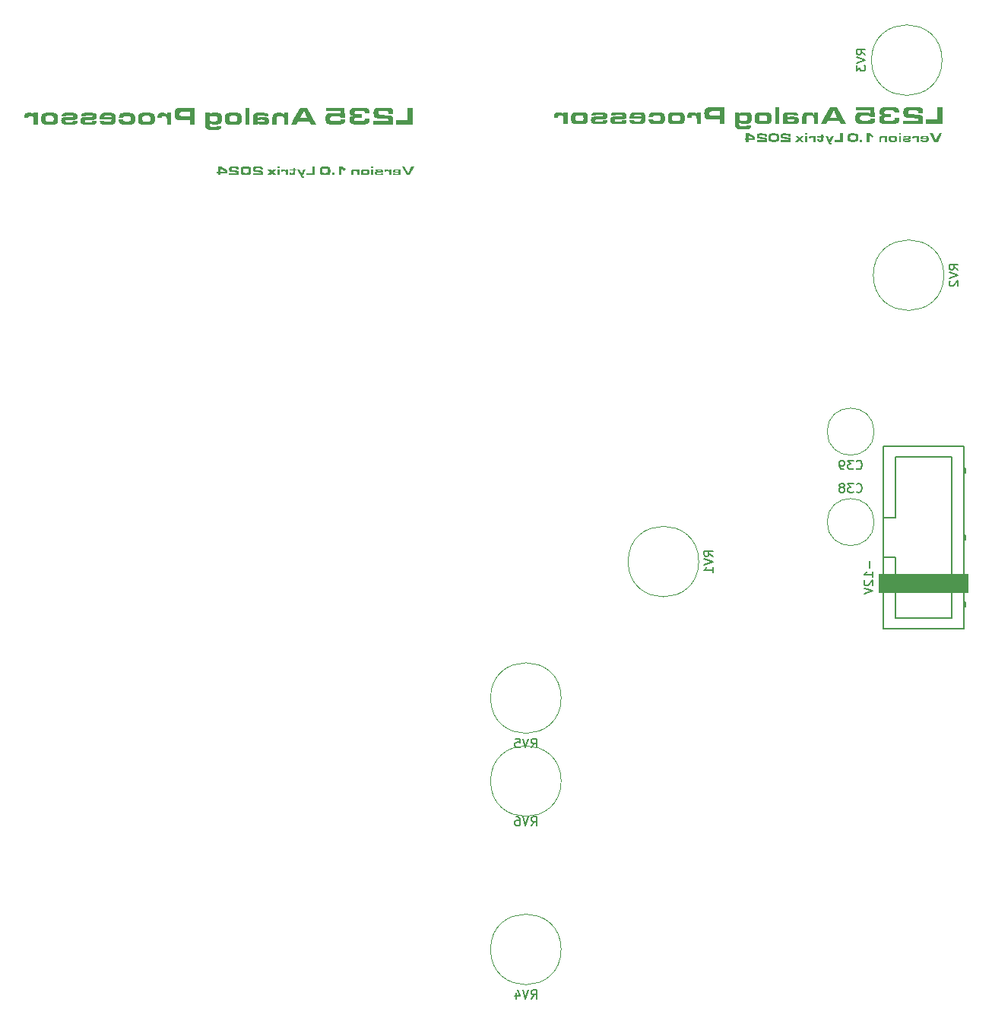
<source format=gbr>
%TF.GenerationSoftware,KiCad,Pcbnew,7.0.10*%
%TF.CreationDate,2024-04-12T22:07:13+02:00*%
%TF.ProjectId,L235-Analog-Processor,4c323335-2d41-46e6-916c-6f672d50726f,rev?*%
%TF.SameCoordinates,Original*%
%TF.FileFunction,Legend,Bot*%
%TF.FilePolarity,Positive*%
%FSLAX46Y46*%
G04 Gerber Fmt 4.6, Leading zero omitted, Abs format (unit mm)*
G04 Created by KiCad (PCBNEW 7.0.10) date 2024-04-12 22:07:13*
%MOMM*%
%LPD*%
G01*
G04 APERTURE LIST*
%ADD10C,0.150000*%
%ADD11C,0.120000*%
%ADD12C,0.100000*%
G04 APERTURE END LIST*
D10*
G36*
X226726978Y-41291053D02*
G01*
X226726978Y-41760000D01*
X228586154Y-41760000D01*
X228586154Y-39884214D01*
X228018045Y-39884214D01*
X228018045Y-41291053D01*
X226726978Y-41291053D01*
G37*
G36*
X226411416Y-41760000D02*
G01*
X226411416Y-41276887D01*
X226411049Y-41245420D01*
X226409950Y-41215010D01*
X226408119Y-41185657D01*
X226405554Y-41157361D01*
X226402257Y-41130122D01*
X226398227Y-41103940D01*
X226393464Y-41078816D01*
X226387969Y-41054748D01*
X226381740Y-41031738D01*
X226374779Y-41009785D01*
X226367086Y-40988889D01*
X226358659Y-40969050D01*
X226349500Y-40950268D01*
X226339608Y-40932543D01*
X226328984Y-40915875D01*
X226317627Y-40900265D01*
X226298702Y-40878402D01*
X226284597Y-40864671D01*
X226269301Y-40851615D01*
X226252814Y-40839235D01*
X226235137Y-40827530D01*
X226216270Y-40816501D01*
X226196211Y-40806148D01*
X226174962Y-40796470D01*
X226152522Y-40787467D01*
X226128892Y-40779140D01*
X226104071Y-40771488D01*
X226078059Y-40764512D01*
X226050856Y-40758211D01*
X226022463Y-40752586D01*
X225992879Y-40747636D01*
X225977641Y-40745415D01*
X224997738Y-40665792D01*
X224973666Y-40663034D01*
X224950907Y-40659890D01*
X224929461Y-40656359D01*
X224909330Y-40652442D01*
X224884532Y-40646618D01*
X224862069Y-40640108D01*
X224841942Y-40632910D01*
X224820067Y-40622947D01*
X224808694Y-40616454D01*
X224792089Y-40603701D01*
X224778297Y-40587727D01*
X224767321Y-40568534D01*
X224759159Y-40546120D01*
X224754656Y-40525871D01*
X224751954Y-40503561D01*
X224751053Y-40479190D01*
X224753984Y-40440600D01*
X224754793Y-40414947D01*
X224757220Y-40391476D01*
X224761265Y-40370189D01*
X224766929Y-40351085D01*
X224776283Y-40330274D01*
X224788166Y-40312874D01*
X224802578Y-40298885D01*
X224805763Y-40296496D01*
X224824437Y-40285801D01*
X224842965Y-40278550D01*
X224864684Y-40272459D01*
X224889593Y-40267529D01*
X224910368Y-40264592D01*
X224932938Y-40262308D01*
X224957303Y-40260677D01*
X224983462Y-40259698D01*
X225011416Y-40259371D01*
X225303042Y-40259371D01*
X225633258Y-40265233D01*
X225657322Y-40265686D01*
X225680361Y-40267046D01*
X225702374Y-40269312D01*
X225723361Y-40272484D01*
X225743322Y-40276563D01*
X225762258Y-40281548D01*
X225769546Y-40283796D01*
X225789948Y-40291512D01*
X225808289Y-40300740D01*
X225827082Y-40313416D01*
X225843070Y-40328149D01*
X225854542Y-40342414D01*
X225865742Y-40359822D01*
X225876138Y-40379430D01*
X225883969Y-40398733D01*
X225889235Y-40417730D01*
X225889713Y-40420083D01*
X225893019Y-40441893D01*
X225895049Y-40462837D01*
X225896124Y-40482365D01*
X225896545Y-40503015D01*
X225896552Y-40506057D01*
X225896552Y-40572002D01*
X226411416Y-40572002D01*
X226414347Y-40440600D01*
X226414202Y-40417972D01*
X226413767Y-40395886D01*
X226413042Y-40374341D01*
X226412026Y-40353336D01*
X226410721Y-40332873D01*
X226409126Y-40312950D01*
X226405066Y-40274728D01*
X226399845Y-40238670D01*
X226393464Y-40204776D01*
X226385923Y-40173045D01*
X226377222Y-40143478D01*
X226367361Y-40116075D01*
X226356339Y-40090836D01*
X226344157Y-40067761D01*
X226330816Y-40046850D01*
X226316314Y-40028102D01*
X226300652Y-40011518D01*
X226283829Y-39997099D01*
X226265847Y-39984842D01*
X226246334Y-39974018D01*
X226224921Y-39963891D01*
X226201607Y-39954463D01*
X226176393Y-39945733D01*
X226149278Y-39937702D01*
X226120263Y-39930369D01*
X226089347Y-39923734D01*
X226056531Y-39917798D01*
X226021814Y-39912560D01*
X225985197Y-39908020D01*
X225946679Y-39904179D01*
X225926707Y-39902521D01*
X225906261Y-39901037D01*
X225885339Y-39899727D01*
X225863942Y-39898592D01*
X225842070Y-39897632D01*
X225819722Y-39896846D01*
X225796900Y-39896235D01*
X225773602Y-39895799D01*
X225749830Y-39895537D01*
X225725582Y-39895450D01*
X225098366Y-39884214D01*
X224784758Y-39889588D01*
X224746296Y-39890063D01*
X224709310Y-39891488D01*
X224673802Y-39893864D01*
X224639770Y-39897190D01*
X224607215Y-39901466D01*
X224576137Y-39906692D01*
X224546536Y-39912869D01*
X224518412Y-39919996D01*
X224491764Y-39928073D01*
X224466594Y-39937101D01*
X224442901Y-39947078D01*
X224420684Y-39958006D01*
X224399944Y-39969885D01*
X224380682Y-39982713D01*
X224362896Y-39996492D01*
X224346587Y-40011221D01*
X224331503Y-40027173D01*
X224317392Y-40044621D01*
X224304255Y-40063565D01*
X224292090Y-40084005D01*
X224280899Y-40105941D01*
X224270681Y-40129373D01*
X224261436Y-40154301D01*
X224253164Y-40180725D01*
X224245865Y-40208645D01*
X224239540Y-40238061D01*
X224234187Y-40268973D01*
X224229808Y-40301381D01*
X224226402Y-40335285D01*
X224223969Y-40370685D01*
X224222510Y-40407581D01*
X224222023Y-40445973D01*
X224222141Y-40467954D01*
X224222494Y-40489507D01*
X224223083Y-40510632D01*
X224223908Y-40531328D01*
X224224969Y-40551596D01*
X224226265Y-40571436D01*
X224229564Y-40609829D01*
X224233806Y-40646510D01*
X224238990Y-40681477D01*
X224245117Y-40714730D01*
X224252187Y-40746270D01*
X224260199Y-40776096D01*
X224269154Y-40804209D01*
X224279052Y-40830608D01*
X224289892Y-40855293D01*
X224301675Y-40878266D01*
X224314400Y-40899524D01*
X224328068Y-40919069D01*
X224342679Y-40936901D01*
X224358597Y-40953286D01*
X224376308Y-40968615D01*
X224395813Y-40982886D01*
X224417112Y-40996099D01*
X224440204Y-41008256D01*
X224465090Y-41019356D01*
X224491770Y-41029399D01*
X224520243Y-41038384D01*
X224550510Y-41046312D01*
X224582571Y-41053184D01*
X224616426Y-41058998D01*
X224652074Y-41063755D01*
X224689515Y-41067455D01*
X224728751Y-41070097D01*
X224749041Y-41071022D01*
X224769780Y-41071683D01*
X224790967Y-41072080D01*
X224812602Y-41072212D01*
X225274710Y-41103475D01*
X225666475Y-41131807D01*
X225687082Y-41132060D01*
X225706769Y-41132820D01*
X225731591Y-41134621D01*
X225754778Y-41137323D01*
X225776333Y-41140926D01*
X225796254Y-41145429D01*
X225818858Y-41152325D01*
X225838911Y-41160628D01*
X225856220Y-41171556D01*
X225870595Y-41186636D01*
X225882037Y-41205865D01*
X225889078Y-41224237D01*
X225894242Y-41245264D01*
X225897527Y-41268948D01*
X225898760Y-41288454D01*
X225898994Y-41302288D01*
X225898994Y-41384842D01*
X224222023Y-41384842D01*
X224222023Y-41760000D01*
X226411416Y-41760000D01*
G37*
G36*
X222498645Y-40634528D02*
G01*
X222400460Y-40634528D01*
X222373294Y-40634310D01*
X222347486Y-40633653D01*
X222323034Y-40632558D01*
X222299939Y-40631025D01*
X222278200Y-40629054D01*
X222257818Y-40626646D01*
X222232753Y-40622753D01*
X222210099Y-40618082D01*
X222189858Y-40612632D01*
X222180641Y-40609616D01*
X222160095Y-40599743D01*
X222143032Y-40585697D01*
X222129450Y-40567477D01*
X222119352Y-40545082D01*
X222113780Y-40524161D01*
X222110437Y-40500569D01*
X222109322Y-40474305D01*
X222109765Y-40451343D01*
X222111091Y-40429901D01*
X222113302Y-40409978D01*
X222117626Y-40385779D01*
X222123522Y-40364282D01*
X222130991Y-40345487D01*
X222142537Y-40325792D01*
X222156541Y-40310319D01*
X222159636Y-40307732D01*
X222178305Y-40296192D01*
X222197482Y-40288369D01*
X222220429Y-40281797D01*
X222240114Y-40277690D01*
X222261920Y-40274286D01*
X222285847Y-40271587D01*
X222311895Y-40269592D01*
X222340063Y-40268302D01*
X222360020Y-40267832D01*
X222380920Y-40267676D01*
X222405833Y-40267676D01*
X222716999Y-40259371D01*
X222985666Y-40267187D01*
X223008219Y-40267552D01*
X223029715Y-40268647D01*
X223050156Y-40270472D01*
X223069540Y-40273026D01*
X223093743Y-40277568D01*
X223116068Y-40283406D01*
X223136516Y-40290543D01*
X223155086Y-40298977D01*
X223171779Y-40308709D01*
X223189932Y-40323261D01*
X223205009Y-40341271D01*
X223214855Y-40358170D01*
X223222732Y-40377282D01*
X223228640Y-40398607D01*
X223232578Y-40422146D01*
X223234547Y-40447898D01*
X223234793Y-40461605D01*
X223231862Y-40509476D01*
X223761381Y-40509476D01*
X223761276Y-40489278D01*
X223760961Y-40469474D01*
X223759702Y-40431044D01*
X223757603Y-40394186D01*
X223754664Y-40358900D01*
X223750886Y-40325187D01*
X223746268Y-40293046D01*
X223740811Y-40262478D01*
X223734514Y-40233482D01*
X223727378Y-40206058D01*
X223719402Y-40180206D01*
X223710586Y-40155927D01*
X223700931Y-40133220D01*
X223690436Y-40112085D01*
X223679102Y-40092523D01*
X223666928Y-40074533D01*
X223653914Y-40058115D01*
X223639939Y-40042894D01*
X223625002Y-40028493D01*
X223609103Y-40014913D01*
X223592243Y-40002153D01*
X223574421Y-39990214D01*
X223555637Y-39979095D01*
X223535891Y-39968797D01*
X223515184Y-39959319D01*
X223493515Y-39950662D01*
X223470885Y-39942825D01*
X223447292Y-39935809D01*
X223422738Y-39929613D01*
X223397222Y-39924238D01*
X223370745Y-39919683D01*
X223343306Y-39915949D01*
X223314905Y-39913035D01*
X223286504Y-39910535D01*
X223259065Y-39908165D01*
X223232588Y-39905925D01*
X223207072Y-39903815D01*
X223182518Y-39901834D01*
X223158925Y-39899983D01*
X223136295Y-39898262D01*
X223114626Y-39896671D01*
X223093919Y-39895209D01*
X223074173Y-39893877D01*
X223046358Y-39892123D01*
X223020707Y-39890660D01*
X222997219Y-39889490D01*
X222975896Y-39888611D01*
X222955100Y-39887825D01*
X222933197Y-39887117D01*
X222910187Y-39886486D01*
X222886068Y-39885932D01*
X222860842Y-39885455D01*
X222834508Y-39885056D01*
X222807066Y-39884734D01*
X222778517Y-39884489D01*
X222758869Y-39884369D01*
X222738729Y-39884283D01*
X222718096Y-39884232D01*
X222696971Y-39884214D01*
X222621744Y-39884214D01*
X222187480Y-39892519D01*
X222167714Y-39892624D01*
X222129208Y-39893463D01*
X222092068Y-39895142D01*
X222056294Y-39897661D01*
X222021886Y-39901019D01*
X221988845Y-39905217D01*
X221957170Y-39910255D01*
X221926861Y-39916132D01*
X221897918Y-39922849D01*
X221870341Y-39930405D01*
X221844131Y-39938801D01*
X221819287Y-39948036D01*
X221795809Y-39958111D01*
X221773697Y-39969026D01*
X221752952Y-39980780D01*
X221733573Y-39993374D01*
X221724396Y-39999986D01*
X221706886Y-40014138D01*
X221690507Y-40029852D01*
X221675257Y-40047126D01*
X221661137Y-40065962D01*
X221648146Y-40086358D01*
X221636285Y-40108315D01*
X221625554Y-40131833D01*
X221615952Y-40156912D01*
X221607480Y-40183551D01*
X221600137Y-40211752D01*
X221593924Y-40241513D01*
X221588841Y-40272835D01*
X221584887Y-40305718D01*
X221582063Y-40340162D01*
X221580369Y-40376167D01*
X221579804Y-40413733D01*
X221579979Y-40435646D01*
X221580506Y-40456689D01*
X221581384Y-40476862D01*
X221582975Y-40500855D01*
X221585114Y-40523488D01*
X221587802Y-40544761D01*
X221591039Y-40564675D01*
X221596197Y-40587435D01*
X221601938Y-40606192D01*
X221608991Y-40624759D01*
X221617356Y-40643134D01*
X221627032Y-40661319D01*
X221638021Y-40679313D01*
X221640376Y-40682889D01*
X221653740Y-40700236D01*
X221670324Y-40716558D01*
X221685910Y-40728877D01*
X221703557Y-40740539D01*
X221723264Y-40751546D01*
X221745032Y-40761895D01*
X221768861Y-40771589D01*
X221781548Y-40776189D01*
X221804077Y-40782250D01*
X221825317Y-40787976D01*
X221845270Y-40793367D01*
X221869870Y-40800034D01*
X221892180Y-40806106D01*
X221912200Y-40811582D01*
X221934006Y-40817590D01*
X221955449Y-40823572D01*
X221925583Y-40827267D01*
X221896923Y-40831388D01*
X221869468Y-40835937D01*
X221843220Y-40840914D01*
X221818177Y-40846318D01*
X221794341Y-40852149D01*
X221771710Y-40858408D01*
X221750285Y-40865094D01*
X221730067Y-40872207D01*
X221711054Y-40879748D01*
X221684796Y-40891861D01*
X221661251Y-40904936D01*
X221640420Y-40918972D01*
X221622302Y-40933970D01*
X221606239Y-40950740D01*
X221591756Y-40970275D01*
X221578854Y-40992574D01*
X221567531Y-41017639D01*
X221557788Y-41045468D01*
X221552170Y-41065557D01*
X221547255Y-41086875D01*
X221543041Y-41109421D01*
X221539530Y-41133197D01*
X221536722Y-41158201D01*
X221534615Y-41184435D01*
X221533211Y-41211897D01*
X221532508Y-41240588D01*
X221532421Y-41255394D01*
X221532963Y-41285596D01*
X221534588Y-41314897D01*
X221537298Y-41343298D01*
X221541091Y-41370799D01*
X221545969Y-41397398D01*
X221551930Y-41423097D01*
X221558974Y-41447895D01*
X221567103Y-41471793D01*
X221576316Y-41494790D01*
X221586612Y-41516886D01*
X221597992Y-41538082D01*
X221610456Y-41558377D01*
X221624004Y-41577771D01*
X221638636Y-41596265D01*
X221654351Y-41613858D01*
X221671151Y-41630551D01*
X221689663Y-41646226D01*
X221710642Y-41660890D01*
X221734085Y-41674543D01*
X221759994Y-41687185D01*
X221788368Y-41698815D01*
X221819208Y-41709434D01*
X221852512Y-41719041D01*
X221888283Y-41727637D01*
X221926518Y-41735222D01*
X221946560Y-41738635D01*
X221967219Y-41741796D01*
X221988494Y-41744703D01*
X222010385Y-41747358D01*
X222032892Y-41749760D01*
X222056016Y-41751909D01*
X222079757Y-41753805D01*
X222104113Y-41755449D01*
X222129086Y-41756839D01*
X222154675Y-41757977D01*
X222180881Y-41758862D01*
X222207703Y-41759494D01*
X222235141Y-41759873D01*
X222263195Y-41760000D01*
X222705763Y-41760000D01*
X223063823Y-41757069D01*
X223086739Y-41756969D01*
X223109264Y-41756670D01*
X223131398Y-41756171D01*
X223153140Y-41755473D01*
X223174491Y-41754576D01*
X223195451Y-41753479D01*
X223216020Y-41752183D01*
X223236198Y-41750688D01*
X223255984Y-41748993D01*
X223294384Y-41745005D01*
X223331219Y-41740219D01*
X223366489Y-41734636D01*
X223400194Y-41728255D01*
X223432335Y-41721077D01*
X223462911Y-41713101D01*
X223491923Y-41704327D01*
X223519370Y-41694756D01*
X223545252Y-41684387D01*
X223569569Y-41673220D01*
X223592322Y-41661256D01*
X223603112Y-41654975D01*
X223623638Y-41641194D01*
X223642839Y-41625498D01*
X223660717Y-41607886D01*
X223677270Y-41588358D01*
X223692499Y-41566914D01*
X223706403Y-41543555D01*
X223718984Y-41518279D01*
X223730240Y-41491088D01*
X223740172Y-41461981D01*
X223748780Y-41430959D01*
X223756063Y-41398020D01*
X223762022Y-41363166D01*
X223766657Y-41326396D01*
X223769968Y-41287710D01*
X223771126Y-41267649D01*
X223771954Y-41247109D01*
X223772451Y-41226089D01*
X223772616Y-41204591D01*
X223766754Y-41103475D01*
X223254333Y-41103475D01*
X223253891Y-41131523D01*
X223252564Y-41157966D01*
X223250353Y-41182803D01*
X223247257Y-41206034D01*
X223243277Y-41227659D01*
X223238413Y-41247679D01*
X223230552Y-41271874D01*
X223221118Y-41293215D01*
X223210111Y-41311701D01*
X223204019Y-41319874D01*
X223189952Y-41334414D01*
X223172908Y-41347015D01*
X223152888Y-41357678D01*
X223129891Y-41366402D01*
X223110690Y-41371673D01*
X223089814Y-41375853D01*
X223067264Y-41378943D01*
X223043040Y-41380942D01*
X223017141Y-41381851D01*
X223008136Y-41381912D01*
X222683293Y-41384842D01*
X222369685Y-41384842D01*
X222305205Y-41387773D01*
X222285075Y-41387456D01*
X222259437Y-41386044D01*
X222235173Y-41383502D01*
X222212283Y-41379831D01*
X222190767Y-41375030D01*
X222170624Y-41369099D01*
X222151856Y-41362039D01*
X222130327Y-41351625D01*
X222111329Y-41338636D01*
X222095551Y-41322259D01*
X222082993Y-41302495D01*
X222075265Y-41284246D01*
X222069598Y-41263829D01*
X222065992Y-41241244D01*
X222064446Y-41216491D01*
X222064382Y-41209965D01*
X222064850Y-41188723D01*
X222066254Y-41168777D01*
X222069581Y-41144200D01*
X222074573Y-41121928D01*
X222081229Y-41101962D01*
X222091888Y-41080244D01*
X222105147Y-41062129D01*
X222117627Y-41050230D01*
X222135899Y-41037705D01*
X222157440Y-41027303D01*
X222177025Y-41020510D01*
X222198702Y-41015076D01*
X222222470Y-41011000D01*
X222248329Y-41008283D01*
X222269096Y-41007137D01*
X222291039Y-41006755D01*
X222428303Y-41009685D01*
X222876245Y-41009685D01*
X222876245Y-40634528D01*
X222498645Y-40634528D01*
G37*
G36*
X220542749Y-40259371D02*
G01*
X220542749Y-40633063D01*
X220529479Y-40617411D01*
X220515867Y-40602695D01*
X220501911Y-40588915D01*
X220482768Y-40571997D01*
X220463015Y-40556743D01*
X220442651Y-40543153D01*
X220421677Y-40531228D01*
X220400092Y-40520966D01*
X220383502Y-40514361D01*
X220360551Y-40506576D01*
X220336638Y-40499829D01*
X220311764Y-40494119D01*
X220292477Y-40490519D01*
X220272649Y-40487502D01*
X220252280Y-40485069D01*
X220231370Y-40483220D01*
X220209919Y-40481955D01*
X220187927Y-40481274D01*
X220172965Y-40481144D01*
X219999553Y-40478213D01*
X219825652Y-40478213D01*
X219803155Y-40478226D01*
X219780726Y-40478265D01*
X219758367Y-40478329D01*
X219736076Y-40478419D01*
X219713853Y-40478535D01*
X219691700Y-40478677D01*
X219669615Y-40478844D01*
X219647599Y-40479037D01*
X219625651Y-40479256D01*
X219603772Y-40479501D01*
X219589225Y-40479678D01*
X219566627Y-40480138D01*
X219542433Y-40480966D01*
X219516642Y-40482164D01*
X219489253Y-40483731D01*
X219460267Y-40485668D01*
X219440056Y-40487164D01*
X219419135Y-40488824D01*
X219397504Y-40490648D01*
X219375164Y-40492636D01*
X219352113Y-40494789D01*
X219328353Y-40497105D01*
X219303883Y-40499586D01*
X219278703Y-40502230D01*
X219265847Y-40503614D01*
X219240389Y-40506845D01*
X219215793Y-40510919D01*
X219192059Y-40515836D01*
X219169188Y-40521597D01*
X219147179Y-40528201D01*
X219126033Y-40535648D01*
X219105750Y-40543939D01*
X219086329Y-40553073D01*
X219067770Y-40563051D01*
X219050074Y-40573872D01*
X219033240Y-40585537D01*
X219017269Y-40598045D01*
X219002160Y-40611396D01*
X218987914Y-40625591D01*
X218974530Y-40640629D01*
X218962009Y-40656510D01*
X218950297Y-40673361D01*
X218939340Y-40691429D01*
X218929139Y-40710715D01*
X218919694Y-40731218D01*
X218911004Y-40752939D01*
X218903070Y-40775876D01*
X218895892Y-40800032D01*
X218889469Y-40825404D01*
X218883802Y-40851994D01*
X218878890Y-40879802D01*
X218874734Y-40908827D01*
X218871334Y-40939069D01*
X218868689Y-40970528D01*
X218866800Y-41003205D01*
X218865667Y-41037100D01*
X218865289Y-41072212D01*
X218865420Y-41094490D01*
X218865814Y-41116383D01*
X218866469Y-41137892D01*
X218867388Y-41159017D01*
X218868568Y-41179757D01*
X218870011Y-41200113D01*
X218871717Y-41220084D01*
X218873685Y-41239671D01*
X218878407Y-41277690D01*
X218884179Y-41314172D01*
X218891001Y-41349116D01*
X218898872Y-41382522D01*
X218907793Y-41414390D01*
X218917763Y-41444720D01*
X218928782Y-41473512D01*
X218940851Y-41500766D01*
X218953970Y-41526482D01*
X218968138Y-41550660D01*
X218983355Y-41573301D01*
X218999622Y-41594403D01*
X219017278Y-41614101D01*
X219036663Y-41632528D01*
X219057777Y-41649684D01*
X219080619Y-41665569D01*
X219105191Y-41680184D01*
X219131491Y-41693527D01*
X219159519Y-41705600D01*
X219189277Y-41716402D01*
X219220763Y-41725933D01*
X219253978Y-41734194D01*
X219288922Y-41741183D01*
X219325595Y-41746902D01*
X219363996Y-41751350D01*
X219383845Y-41753097D01*
X219404127Y-41754527D01*
X219424840Y-41755639D01*
X219445986Y-41756433D01*
X219467564Y-41756910D01*
X219489574Y-41757069D01*
X219699622Y-41760000D01*
X219912602Y-41760000D01*
X220447494Y-41745833D01*
X220469157Y-41745722D01*
X220490427Y-41745389D01*
X220511304Y-41744833D01*
X220531788Y-41744055D01*
X220551879Y-41743055D01*
X220571577Y-41741832D01*
X220609793Y-41738720D01*
X220646437Y-41734718D01*
X220681509Y-41729828D01*
X220715009Y-41724048D01*
X220746936Y-41717379D01*
X220777291Y-41709821D01*
X220806073Y-41701374D01*
X220833283Y-41692037D01*
X220858921Y-41681811D01*
X220882987Y-41670696D01*
X220905480Y-41658692D01*
X220926401Y-41645799D01*
X220945749Y-41632016D01*
X220963732Y-41616858D01*
X220980554Y-41599837D01*
X220996216Y-41580954D01*
X221010718Y-41560209D01*
X221024060Y-41537601D01*
X221036241Y-41513131D01*
X221047263Y-41486799D01*
X221057124Y-41458604D01*
X221065825Y-41428547D01*
X221073366Y-41396627D01*
X221079747Y-41362845D01*
X221084968Y-41327201D01*
X221089028Y-41289695D01*
X221091929Y-41250326D01*
X221092944Y-41229943D01*
X221093669Y-41209094D01*
X221094104Y-41187780D01*
X221094249Y-41166001D01*
X220573523Y-41166001D01*
X220573060Y-41186321D01*
X220570625Y-41214690D01*
X220566104Y-41240525D01*
X220559497Y-41263828D01*
X220550803Y-41284598D01*
X220540022Y-41302835D01*
X220527155Y-41318538D01*
X220512202Y-41331709D01*
X220495161Y-41342346D01*
X220476035Y-41350451D01*
X220454821Y-41356022D01*
X220432533Y-41360125D01*
X220410365Y-41363824D01*
X220388318Y-41367120D01*
X220366390Y-41370012D01*
X220344583Y-41372501D01*
X220322896Y-41374586D01*
X220301329Y-41376268D01*
X220279882Y-41377546D01*
X220258556Y-41378420D01*
X220237350Y-41378891D01*
X220223279Y-41378981D01*
X219951681Y-41384842D01*
X219713788Y-41381912D01*
X219692097Y-41381726D01*
X219671229Y-41381171D01*
X219651186Y-41380246D01*
X219622667Y-41378163D01*
X219596002Y-41375248D01*
X219571193Y-41371500D01*
X219548238Y-41366919D01*
X219527137Y-41361505D01*
X219507892Y-41355259D01*
X219485116Y-41345634D01*
X219465638Y-41334528D01*
X219448922Y-41320866D01*
X219434436Y-41303571D01*
X219422178Y-41282642D01*
X219414447Y-41264561D01*
X219407970Y-41244437D01*
X219402746Y-41222269D01*
X219398776Y-41198058D01*
X219396060Y-41171803D01*
X219394597Y-41143504D01*
X219394319Y-41123503D01*
X219394825Y-41096798D01*
X219396345Y-41071639D01*
X219398878Y-41048026D01*
X219402425Y-41025958D01*
X219406984Y-41005436D01*
X219412557Y-40986460D01*
X219421563Y-40963562D01*
X219432371Y-40943412D01*
X219444980Y-40926009D01*
X219451960Y-40918339D01*
X219467630Y-40904485D01*
X219486063Y-40892479D01*
X219507258Y-40882320D01*
X219531217Y-40874009D01*
X219550999Y-40868987D01*
X219572336Y-40865004D01*
X219595226Y-40862060D01*
X219619671Y-40860155D01*
X219645670Y-40859290D01*
X219654682Y-40859232D01*
X219959985Y-40853370D01*
X220268220Y-40853370D01*
X220288666Y-40853477D01*
X220311563Y-40853890D01*
X220332675Y-40854611D01*
X220355048Y-40855843D01*
X220374990Y-40857496D01*
X220377641Y-40857766D01*
X220399531Y-40860881D01*
X220420137Y-40865108D01*
X220442100Y-40870738D01*
X220462004Y-40876680D01*
X220475826Y-40881214D01*
X220495146Y-40890287D01*
X220511341Y-40903585D01*
X220524409Y-40921107D01*
X220532913Y-40938937D01*
X220539245Y-40959700D01*
X220542749Y-40978422D01*
X221021465Y-40978422D01*
X220996063Y-39884214D01*
X218946377Y-39884214D01*
X218946377Y-40259371D01*
X220542749Y-40259371D01*
G37*
G36*
X217859008Y-41760000D02*
G01*
X217225931Y-41760000D01*
X217041283Y-41416106D01*
X215834724Y-41416106D01*
X215658380Y-41760000D01*
X215031165Y-41760000D01*
X215421774Y-41040949D01*
X216041842Y-41040949D01*
X216842470Y-41040949D01*
X216442400Y-40259371D01*
X216041842Y-41040949D01*
X215421774Y-41040949D01*
X216050146Y-39884214D01*
X216817557Y-39884214D01*
X217859008Y-41760000D01*
G37*
G36*
X214250564Y-40743949D02*
G01*
X214242566Y-40722011D01*
X214233956Y-40701016D01*
X214224736Y-40680963D01*
X214214905Y-40661853D01*
X214204464Y-40643686D01*
X214193412Y-40626461D01*
X214181749Y-40610179D01*
X214169476Y-40594839D01*
X214149921Y-40573597D01*
X214128993Y-40554476D01*
X214106690Y-40537476D01*
X214083014Y-40522597D01*
X214057964Y-40509838D01*
X214049308Y-40506057D01*
X214022309Y-40495494D01*
X214003518Y-40489029D01*
X213984093Y-40483026D01*
X213964034Y-40477485D01*
X213943342Y-40472405D01*
X213922017Y-40467787D01*
X213900058Y-40463631D01*
X213877465Y-40459937D01*
X213854239Y-40456705D01*
X213830380Y-40453934D01*
X213805887Y-40451625D01*
X213780760Y-40449778D01*
X213755000Y-40448393D01*
X213728607Y-40447469D01*
X213701580Y-40447008D01*
X213687829Y-40446950D01*
X213663203Y-40447075D01*
X213639028Y-40447450D01*
X213615305Y-40448075D01*
X213592032Y-40448950D01*
X213569211Y-40450075D01*
X213546842Y-40451449D01*
X213524923Y-40453074D01*
X213503456Y-40454949D01*
X213482440Y-40457074D01*
X213461876Y-40459448D01*
X213441762Y-40462073D01*
X213422100Y-40464948D01*
X213384130Y-40471447D01*
X213347965Y-40478946D01*
X213313605Y-40487445D01*
X213281050Y-40496943D01*
X213250300Y-40507442D01*
X213221356Y-40518941D01*
X213194216Y-40531439D01*
X213168882Y-40544937D01*
X213145352Y-40559435D01*
X213123628Y-40574933D01*
X213103457Y-40591925D01*
X213084587Y-40610906D01*
X213067019Y-40631874D01*
X213050752Y-40654831D01*
X213035786Y-40679776D01*
X213022122Y-40706710D01*
X213009759Y-40735632D01*
X212998698Y-40766542D01*
X212988938Y-40799440D01*
X212980479Y-40834327D01*
X212973321Y-40871202D01*
X212967465Y-40910065D01*
X212965025Y-40930242D01*
X212962910Y-40950916D01*
X212961121Y-40972088D01*
X212959657Y-40993756D01*
X212958518Y-41015922D01*
X212957705Y-41038584D01*
X212957217Y-41061744D01*
X212957054Y-41085401D01*
X212957054Y-41760000D01*
X213444075Y-41760000D01*
X213444075Y-41090286D01*
X213444353Y-41069567D01*
X213445189Y-41049787D01*
X213447487Y-41021878D01*
X213451039Y-40996080D01*
X213455845Y-40972396D01*
X213461904Y-40950823D01*
X213469217Y-40931363D01*
X213480918Y-40908702D01*
X213494848Y-40889796D01*
X213511006Y-40874645D01*
X213515393Y-40871444D01*
X213535131Y-40859881D01*
X213558686Y-40849859D01*
X213578856Y-40843355D01*
X213601172Y-40837718D01*
X213625636Y-40832948D01*
X213652246Y-40829045D01*
X213681003Y-40826010D01*
X213701366Y-40824468D01*
X213722684Y-40823311D01*
X213744956Y-40822541D01*
X213768182Y-40822155D01*
X213780153Y-40822107D01*
X213836329Y-40822107D01*
X213862804Y-40822347D01*
X213888375Y-40823069D01*
X213913042Y-40824271D01*
X213936804Y-40825954D01*
X213959662Y-40828118D01*
X213981615Y-40830762D01*
X214002664Y-40833888D01*
X214022808Y-40837494D01*
X214042048Y-40841582D01*
X214069212Y-40848614D01*
X214094341Y-40856728D01*
X214117434Y-40865925D01*
X214138493Y-40876203D01*
X214151402Y-40883656D01*
X214169123Y-40896532D01*
X214185102Y-40912078D01*
X214199337Y-40930295D01*
X214211829Y-40951182D01*
X214222578Y-40974739D01*
X214231584Y-41000967D01*
X214236620Y-41019936D01*
X214240881Y-41040092D01*
X214244367Y-41061434D01*
X214247078Y-41083964D01*
X214249015Y-41107680D01*
X214250177Y-41132584D01*
X214250564Y-41158674D01*
X214250564Y-41188471D01*
X214250564Y-41760000D01*
X214735142Y-41760000D01*
X214735142Y-40446950D01*
X214250564Y-40446950D01*
X214250564Y-40743949D01*
G37*
G36*
X211954682Y-40458185D02*
G01*
X211985834Y-40458510D01*
X212016277Y-40459483D01*
X212046009Y-40461105D01*
X212075032Y-40463375D01*
X212103345Y-40466295D01*
X212130949Y-40469863D01*
X212157842Y-40474080D01*
X212184026Y-40478946D01*
X212209500Y-40484460D01*
X212234263Y-40490624D01*
X212258318Y-40497436D01*
X212281662Y-40504897D01*
X212304296Y-40513006D01*
X212326221Y-40521765D01*
X212347436Y-40531172D01*
X212367941Y-40541228D01*
X212387402Y-40552179D01*
X212405607Y-40564270D01*
X212422557Y-40577503D01*
X212438252Y-40591878D01*
X212452691Y-40607393D01*
X212465874Y-40624049D01*
X212477802Y-40641846D01*
X212488474Y-40660785D01*
X212497891Y-40680864D01*
X212506052Y-40702085D01*
X212512958Y-40724446D01*
X212518608Y-40747949D01*
X212523002Y-40772592D01*
X212526141Y-40798377D01*
X212528025Y-40825303D01*
X212528652Y-40853370D01*
X212047494Y-40853370D01*
X212046671Y-40831572D01*
X212043511Y-40808720D01*
X212037981Y-40789474D01*
X212028535Y-40771579D01*
X212013788Y-40757138D01*
X211994676Y-40747308D01*
X211974247Y-40741010D01*
X211953982Y-40737323D01*
X211931176Y-40735217D01*
X211910230Y-40734668D01*
X211750495Y-40728318D01*
X211526768Y-40734180D01*
X211504763Y-40734557D01*
X211483995Y-40735691D01*
X211458228Y-40738377D01*
X211434658Y-40742407D01*
X211413287Y-40747781D01*
X211394114Y-40754497D01*
X211373239Y-40764782D01*
X211355798Y-40777166D01*
X211352703Y-40779932D01*
X211338699Y-40796137D01*
X211327153Y-40816301D01*
X211319684Y-40835284D01*
X211313788Y-40856800D01*
X211309464Y-40880850D01*
X211307253Y-40900551D01*
X211305926Y-40921677D01*
X211305484Y-40944228D01*
X211305484Y-41095170D01*
X211317858Y-41078003D01*
X211330798Y-41062037D01*
X211344305Y-41047274D01*
X211358378Y-41033713D01*
X211378024Y-41017501D01*
X211398678Y-41003427D01*
X211420339Y-40991489D01*
X211443008Y-40981689D01*
X211466684Y-40974026D01*
X211478918Y-40970773D01*
X211498033Y-40966286D01*
X211518067Y-40962272D01*
X211539020Y-40958730D01*
X211560892Y-40955660D01*
X211583682Y-40953063D01*
X211607391Y-40950937D01*
X211632019Y-40949285D01*
X211657566Y-40948104D01*
X211684032Y-40947395D01*
X211711416Y-40947159D01*
X211854054Y-40947159D01*
X211929769Y-40947159D01*
X211943742Y-40947192D01*
X211964667Y-40947362D01*
X211985548Y-40947678D01*
X212006386Y-40948141D01*
X212027182Y-40948749D01*
X212047934Y-40949503D01*
X212068644Y-40950403D01*
X212089311Y-40951449D01*
X212109934Y-40952641D01*
X212130515Y-40953979D01*
X212151053Y-40955464D01*
X212163906Y-40955563D01*
X212189063Y-40956361D01*
X212213488Y-40957956D01*
X212237179Y-40960349D01*
X212260138Y-40963539D01*
X212282364Y-40967527D01*
X212303857Y-40972313D01*
X212324618Y-40977896D01*
X212344646Y-40984277D01*
X212363941Y-40991456D01*
X212382504Y-40999432D01*
X212400333Y-41008205D01*
X212425704Y-41022861D01*
X212449426Y-41039312D01*
X212471500Y-41057557D01*
X212491753Y-41077571D01*
X212510014Y-41099328D01*
X212526282Y-41122829D01*
X212540559Y-41148072D01*
X212548970Y-41165869D01*
X212556496Y-41184441D01*
X212563136Y-41203788D01*
X212568891Y-41223909D01*
X212573761Y-41244805D01*
X212577745Y-41266476D01*
X212580844Y-41288922D01*
X212583057Y-41312142D01*
X212584386Y-41336137D01*
X212584828Y-41360907D01*
X212584254Y-41394862D01*
X212582531Y-41427242D01*
X212579659Y-41458045D01*
X212575639Y-41487272D01*
X212570469Y-41514923D01*
X212564152Y-41540998D01*
X212556685Y-41565496D01*
X212548070Y-41588419D01*
X212538306Y-41609765D01*
X212527393Y-41629536D01*
X212515332Y-41647730D01*
X212502122Y-41664348D01*
X212487763Y-41679390D01*
X212472255Y-41692856D01*
X212455599Y-41704745D01*
X212437794Y-41715059D01*
X212418764Y-41724287D01*
X212398433Y-41732919D01*
X212376800Y-41740956D01*
X212353866Y-41748398D01*
X212329631Y-41755244D01*
X212304094Y-41761495D01*
X212277256Y-41767151D01*
X212249116Y-41772212D01*
X212219676Y-41776677D01*
X212188933Y-41780546D01*
X212156890Y-41783821D01*
X212123545Y-41786500D01*
X212088899Y-41788584D01*
X212052951Y-41790072D01*
X212015702Y-41790965D01*
X211977152Y-41791263D01*
X211887759Y-41791263D01*
X211873311Y-41791221D01*
X211844917Y-41790889D01*
X211817196Y-41790225D01*
X211790146Y-41789229D01*
X211763768Y-41787901D01*
X211738061Y-41786241D01*
X211713026Y-41784249D01*
X211688663Y-41781925D01*
X211664972Y-41779268D01*
X211641952Y-41776280D01*
X211619603Y-41772960D01*
X211597927Y-41769308D01*
X211576922Y-41765324D01*
X211556589Y-41761007D01*
X211536927Y-41756359D01*
X211508694Y-41748764D01*
X211490670Y-41742996D01*
X211464964Y-41732633D01*
X211440856Y-41720218D01*
X211418344Y-41705751D01*
X211397430Y-41689232D01*
X211378113Y-41670661D01*
X211360393Y-41650037D01*
X211344270Y-41627361D01*
X211329744Y-41602633D01*
X211320948Y-41585007D01*
X211312861Y-41566469D01*
X211305484Y-41547020D01*
X211305484Y-41760000D01*
X210817975Y-41760000D01*
X210817975Y-41345275D01*
X211305484Y-41345275D01*
X211305604Y-41352003D01*
X211307919Y-41373809D01*
X211313178Y-41392903D01*
X211322795Y-41411404D01*
X211336259Y-41426364D01*
X211340384Y-41429550D01*
X211359211Y-41439922D01*
X211380781Y-41447845D01*
X211402586Y-41453765D01*
X211422538Y-41458054D01*
X211444718Y-41461947D01*
X211469127Y-41465443D01*
X211488776Y-41467800D01*
X211509438Y-41469925D01*
X211531114Y-41471818D01*
X211553803Y-41473480D01*
X211577505Y-41474909D01*
X211602220Y-41476107D01*
X211627949Y-41477073D01*
X211654690Y-41477807D01*
X211682445Y-41478310D01*
X211711214Y-41478580D01*
X211730955Y-41478632D01*
X211772965Y-41478632D01*
X211854054Y-41478632D01*
X211861005Y-41478607D01*
X211881371Y-41478242D01*
X211901007Y-41477440D01*
X211926053Y-41475688D01*
X211949802Y-41473158D01*
X211972253Y-41469849D01*
X211993407Y-41465762D01*
X212013263Y-41460896D01*
X212036259Y-41453719D01*
X212040556Y-41452109D01*
X212059998Y-41442488D01*
X212076029Y-41430242D01*
X212090764Y-41412084D01*
X212099291Y-41394066D01*
X212104407Y-41373425D01*
X212106112Y-41350160D01*
X212104716Y-41330842D01*
X212099041Y-41309378D01*
X212089002Y-41290895D01*
X212074598Y-41275394D01*
X212055829Y-41262874D01*
X212037671Y-41255005D01*
X212016719Y-41249043D01*
X211999527Y-41245377D01*
X211975550Y-41241049D01*
X211950366Y-41237363D01*
X211930687Y-41235019D01*
X211910329Y-41233035D01*
X211889293Y-41231412D01*
X211867579Y-41230150D01*
X211845186Y-41229248D01*
X211822116Y-41228707D01*
X211798366Y-41228527D01*
X211520906Y-41233412D01*
X211498970Y-41233763D01*
X211477859Y-41234816D01*
X211457571Y-41236572D01*
X211433371Y-41239754D01*
X211410459Y-41244033D01*
X211388835Y-41249409D01*
X211368499Y-41255882D01*
X211357237Y-41260486D01*
X211338038Y-41272038D01*
X211323269Y-41286716D01*
X211312930Y-41304519D01*
X211307023Y-41325447D01*
X211305484Y-41345275D01*
X210817975Y-41345275D01*
X210817975Y-40892937D01*
X210818617Y-40859942D01*
X210820540Y-40828366D01*
X210823746Y-40798209D01*
X210828234Y-40769473D01*
X210834004Y-40742156D01*
X210841056Y-40716258D01*
X210849391Y-40691781D01*
X210859008Y-40668722D01*
X210869908Y-40647084D01*
X210882089Y-40626865D01*
X210895553Y-40608066D01*
X210910299Y-40590687D01*
X210926328Y-40574727D01*
X210943638Y-40560187D01*
X210962231Y-40547067D01*
X210982107Y-40535366D01*
X211003104Y-40524659D01*
X211025185Y-40514643D01*
X211048350Y-40505318D01*
X211072599Y-40496684D01*
X211097931Y-40488740D01*
X211124348Y-40481487D01*
X211151848Y-40474925D01*
X211180432Y-40469054D01*
X211210100Y-40463873D01*
X211240851Y-40459383D01*
X211272687Y-40455584D01*
X211305606Y-40452476D01*
X211339610Y-40450058D01*
X211374697Y-40448331D01*
X211410867Y-40447295D01*
X211448122Y-40446950D01*
X211954682Y-40458185D01*
G37*
G36*
X210411067Y-41760000D02*
G01*
X210411067Y-39884214D01*
X209926489Y-39884214D01*
X209926489Y-41760000D01*
X210411067Y-41760000D01*
G37*
G36*
X208659597Y-40447023D02*
G01*
X208681564Y-40447242D01*
X208705232Y-40447607D01*
X208730600Y-40448118D01*
X208757668Y-40448775D01*
X208786436Y-40449577D01*
X208806559Y-40450194D01*
X208827438Y-40450875D01*
X208849073Y-40451621D01*
X208871463Y-40452432D01*
X208894609Y-40453308D01*
X208918510Y-40454249D01*
X208943167Y-40455254D01*
X208968017Y-40456481D01*
X208992497Y-40458086D01*
X209016606Y-40460068D01*
X209040346Y-40462429D01*
X209063715Y-40465167D01*
X209086713Y-40468283D01*
X209109342Y-40471777D01*
X209131601Y-40475648D01*
X209153489Y-40479898D01*
X209175007Y-40484525D01*
X209196155Y-40489530D01*
X209216933Y-40494913D01*
X209237341Y-40500674D01*
X209257378Y-40506812D01*
X209277045Y-40513329D01*
X209296343Y-40520223D01*
X209314974Y-40527636D01*
X209341346Y-40539994D01*
X209365830Y-40553837D01*
X209388424Y-40569165D01*
X209409129Y-40585979D01*
X209427946Y-40604279D01*
X209444873Y-40624064D01*
X209459911Y-40645335D01*
X209473060Y-40668091D01*
X209484320Y-40692332D01*
X209493691Y-40718060D01*
X209496426Y-40726985D01*
X209504109Y-40754994D01*
X209508798Y-40774691D01*
X209513139Y-40795210D01*
X209517132Y-40816549D01*
X209520779Y-40838708D01*
X209524078Y-40861688D01*
X209527030Y-40885488D01*
X209529635Y-40910109D01*
X209531892Y-40935550D01*
X209533802Y-40961812D01*
X209535365Y-40988894D01*
X209536580Y-41016797D01*
X209537448Y-41045520D01*
X209537969Y-41075064D01*
X209538143Y-41105429D01*
X209538143Y-41182609D01*
X209537978Y-41206878D01*
X209537483Y-41230590D01*
X209536657Y-41253746D01*
X209535502Y-41276345D01*
X209534017Y-41298389D01*
X209532201Y-41319876D01*
X209530055Y-41340807D01*
X209527579Y-41361181D01*
X209521637Y-41400262D01*
X209514375Y-41437118D01*
X209505792Y-41471749D01*
X209495889Y-41504155D01*
X209484665Y-41534336D01*
X209472121Y-41562293D01*
X209458256Y-41588024D01*
X209443071Y-41611530D01*
X209426566Y-41632812D01*
X209408740Y-41651869D01*
X209389594Y-41668700D01*
X209369127Y-41683307D01*
X209358282Y-41689949D01*
X209335091Y-41702600D01*
X209309896Y-41714408D01*
X209282697Y-41725372D01*
X209253495Y-41735493D01*
X209222289Y-41744770D01*
X209189079Y-41753204D01*
X209153866Y-41760795D01*
X209116650Y-41767542D01*
X209097290Y-41770599D01*
X209077430Y-41773446D01*
X209057069Y-41776081D01*
X209036206Y-41778506D01*
X209014843Y-41780720D01*
X208992979Y-41782723D01*
X208970614Y-41784515D01*
X208947748Y-41786097D01*
X208924382Y-41787467D01*
X208900514Y-41788627D01*
X208876146Y-41789576D01*
X208851276Y-41790314D01*
X208825906Y-41790841D01*
X208800035Y-41791157D01*
X208773663Y-41791263D01*
X208242190Y-41780027D01*
X208217640Y-41777701D01*
X208193691Y-41775181D01*
X208170344Y-41772465D01*
X208147600Y-41769556D01*
X208125457Y-41766451D01*
X208103917Y-41763152D01*
X208082978Y-41759658D01*
X208062641Y-41755969D01*
X208042907Y-41752086D01*
X208023774Y-41748009D01*
X207987315Y-41739269D01*
X207953264Y-41729752D01*
X207921622Y-41719455D01*
X207892387Y-41708380D01*
X207865560Y-41696527D01*
X207841142Y-41683895D01*
X207819131Y-41670484D01*
X207799529Y-41656296D01*
X207782335Y-41641328D01*
X207767548Y-41625582D01*
X207755170Y-41609057D01*
X207744286Y-41591079D01*
X207734104Y-41571093D01*
X207724625Y-41549100D01*
X207715847Y-41525099D01*
X207707772Y-41499091D01*
X207700399Y-41471075D01*
X207693728Y-41441053D01*
X207687759Y-41409023D01*
X207682493Y-41374985D01*
X207677928Y-41338940D01*
X207674066Y-41300888D01*
X207672399Y-41281109D01*
X207670906Y-41260828D01*
X207669590Y-41240046D01*
X207668449Y-41218761D01*
X207667483Y-41196975D01*
X207666693Y-41174687D01*
X207666354Y-41162093D01*
X208155240Y-41162093D01*
X208155522Y-41186922D01*
X208156370Y-41210117D01*
X208157782Y-41231679D01*
X208159758Y-41251608D01*
X208163024Y-41274222D01*
X208167172Y-41294284D01*
X208173314Y-41314989D01*
X208180985Y-41333073D01*
X208192191Y-41352651D01*
X208205829Y-41370592D01*
X208219453Y-41384669D01*
X208234863Y-41397543D01*
X208237619Y-41399565D01*
X208255754Y-41410716D01*
X208276636Y-41420185D01*
X208296138Y-41426789D01*
X208317547Y-41432225D01*
X208340865Y-41436492D01*
X208360892Y-41439064D01*
X208371414Y-41440070D01*
X208393671Y-41441887D01*
X208417545Y-41443444D01*
X208443038Y-41444741D01*
X208463220Y-41445544D01*
X208484311Y-41446201D01*
X208506313Y-41446712D01*
X208529225Y-41447077D01*
X208553048Y-41447296D01*
X208577780Y-41447369D01*
X208631025Y-41447369D01*
X208652417Y-41447077D01*
X208674101Y-41446387D01*
X208693972Y-41445544D01*
X208716088Y-41444441D01*
X208740447Y-41443079D01*
X208760189Y-41441887D01*
X208781194Y-41440548D01*
X208803460Y-41439064D01*
X208825618Y-41437167D01*
X208846480Y-41434771D01*
X208872278Y-41430802D01*
X208895771Y-41425948D01*
X208916959Y-41420208D01*
X208935842Y-41413583D01*
X208956204Y-41404057D01*
X208972965Y-41393147D01*
X208986961Y-41380675D01*
X209001616Y-41363410D01*
X209013935Y-41343637D01*
X209022417Y-41325245D01*
X209029276Y-41305112D01*
X209034514Y-41283237D01*
X209036170Y-41274090D01*
X209039844Y-41250787D01*
X209042849Y-41226863D01*
X209044772Y-41207278D01*
X209046268Y-41187296D01*
X209047337Y-41166917D01*
X209047978Y-41146141D01*
X209048192Y-41124968D01*
X209048184Y-41121881D01*
X209047794Y-41101914D01*
X209046821Y-41079474D01*
X209045564Y-41058885D01*
X209043902Y-41036579D01*
X209041834Y-41012555D01*
X209039888Y-40992100D01*
X209037923Y-40976685D01*
X209034034Y-40957188D01*
X209027134Y-40934512D01*
X209017967Y-40913720D01*
X209006535Y-40894813D01*
X208992837Y-40877790D01*
X208976873Y-40862651D01*
X208973420Y-40859814D01*
X208955137Y-40846600D01*
X208935161Y-40835008D01*
X208913492Y-40825038D01*
X208894937Y-40818230D01*
X208875298Y-40812459D01*
X208854576Y-40807727D01*
X208832770Y-40804033D01*
X208815578Y-40801676D01*
X208791600Y-40798894D01*
X208766416Y-40796524D01*
X208746737Y-40795017D01*
X208726379Y-40793742D01*
X208705344Y-40792699D01*
X208683629Y-40791887D01*
X208661237Y-40791308D01*
X208638166Y-40790960D01*
X208614417Y-40790844D01*
X208606384Y-40790855D01*
X208582619Y-40791027D01*
X208559352Y-40791405D01*
X208536583Y-40791989D01*
X208514312Y-40792779D01*
X208492539Y-40793775D01*
X208471264Y-40794977D01*
X208450488Y-40796385D01*
X208430209Y-40797999D01*
X208410428Y-40799820D01*
X208384828Y-40802568D01*
X208360503Y-40805735D01*
X208337842Y-40809620D01*
X208316845Y-40814223D01*
X208297511Y-40819542D01*
X208275685Y-40827201D01*
X208256458Y-40835981D01*
X208236817Y-40847997D01*
X208222620Y-40858933D01*
X208207600Y-40872717D01*
X208192853Y-40889711D01*
X208181099Y-40907686D01*
X208172337Y-40926643D01*
X208170267Y-40932323D01*
X208164857Y-40951586D01*
X208160650Y-40974181D01*
X208158062Y-40995554D01*
X208156309Y-41019241D01*
X208155507Y-41039857D01*
X208155240Y-41061953D01*
X208155240Y-41162093D01*
X207666354Y-41162093D01*
X207666079Y-41151897D01*
X207665640Y-41128605D01*
X207665377Y-41104811D01*
X207665289Y-41080516D01*
X207665289Y-41024829D01*
X207665688Y-40991556D01*
X207666884Y-40959394D01*
X207668878Y-40928343D01*
X207671670Y-40898402D01*
X207675259Y-40869572D01*
X207679646Y-40841852D01*
X207684830Y-40815243D01*
X207690812Y-40789745D01*
X207697592Y-40765357D01*
X207705169Y-40742079D01*
X207713544Y-40719912D01*
X207722716Y-40698856D01*
X207732686Y-40678910D01*
X207743454Y-40660075D01*
X207755019Y-40642350D01*
X207767382Y-40625736D01*
X207780774Y-40610001D01*
X207795424Y-40595037D01*
X207811335Y-40580845D01*
X207828504Y-40567423D01*
X207846933Y-40554772D01*
X207866621Y-40542892D01*
X207887569Y-40531782D01*
X207909776Y-40521444D01*
X207933242Y-40511877D01*
X207957968Y-40503080D01*
X207983953Y-40495054D01*
X208011198Y-40487800D01*
X208039702Y-40481316D01*
X208069465Y-40475603D01*
X208100488Y-40470661D01*
X208132770Y-40466489D01*
X208639329Y-40446950D01*
X208659597Y-40447023D01*
G37*
G36*
X205941423Y-40726364D02*
G01*
X205945822Y-40715047D01*
X205954817Y-40693206D01*
X205964075Y-40672423D01*
X205973597Y-40652696D01*
X205983382Y-40634027D01*
X205993430Y-40616415D01*
X206008996Y-40591979D01*
X206025155Y-40569921D01*
X206041906Y-40550242D01*
X206059249Y-40532941D01*
X206077186Y-40518019D01*
X206095714Y-40505475D01*
X206114835Y-40495310D01*
X206128219Y-40489454D01*
X206149940Y-40481378D01*
X206173637Y-40474153D01*
X206199308Y-40467777D01*
X206226954Y-40462251D01*
X206246482Y-40459040D01*
X206266888Y-40456206D01*
X206288171Y-40453751D01*
X206310333Y-40451673D01*
X206333372Y-40449972D01*
X206357288Y-40448650D01*
X206382083Y-40447706D01*
X206407755Y-40447139D01*
X206434305Y-40446950D01*
X206438425Y-40446953D01*
X206461731Y-40447053D01*
X206483621Y-40447236D01*
X206508396Y-40447511D01*
X206528871Y-40447777D01*
X206550969Y-40448095D01*
X206574690Y-40448464D01*
X206600033Y-40448885D01*
X206627000Y-40449357D01*
X206655589Y-40449881D01*
X206675294Y-40450285D01*
X206695210Y-40450888D01*
X206715335Y-40451690D01*
X206735670Y-40452690D01*
X206756215Y-40453888D01*
X206776970Y-40455285D01*
X206797935Y-40456880D01*
X206819109Y-40458674D01*
X206840494Y-40460666D01*
X206862089Y-40462856D01*
X206883893Y-40465245D01*
X206905907Y-40467833D01*
X206928131Y-40470619D01*
X206950566Y-40473603D01*
X206973210Y-40476786D01*
X206996063Y-40480167D01*
X207018562Y-40484142D01*
X207040264Y-40489105D01*
X207061167Y-40495056D01*
X207081274Y-40501996D01*
X207100582Y-40509925D01*
X207119093Y-40518841D01*
X207136806Y-40528747D01*
X207153722Y-40539640D01*
X207169840Y-40551522D01*
X207185161Y-40564393D01*
X207199684Y-40578251D01*
X207213409Y-40593099D01*
X207226337Y-40608934D01*
X207238467Y-40625759D01*
X207249799Y-40643571D01*
X207260334Y-40662372D01*
X207270154Y-40682045D01*
X207279339Y-40702596D01*
X207287892Y-40724024D01*
X207295810Y-40746331D01*
X207303096Y-40769515D01*
X207309748Y-40793576D01*
X207315766Y-40818516D01*
X207321151Y-40844333D01*
X207325902Y-40871028D01*
X207330020Y-40898601D01*
X207333504Y-40927051D01*
X207336355Y-40956379D01*
X207338572Y-40986585D01*
X207340156Y-41017669D01*
X207341106Y-41049631D01*
X207341423Y-41082470D01*
X207341252Y-41110081D01*
X207340740Y-41137045D01*
X207339886Y-41163360D01*
X207338690Y-41189028D01*
X207337153Y-41214049D01*
X207335275Y-41238421D01*
X207333055Y-41262145D01*
X207330493Y-41285222D01*
X207327590Y-41307651D01*
X207324345Y-41329432D01*
X207320759Y-41350565D01*
X207316831Y-41371050D01*
X207312561Y-41390888D01*
X207307950Y-41410078D01*
X207297703Y-41446514D01*
X207286090Y-41480359D01*
X207273111Y-41511612D01*
X207258766Y-41540274D01*
X207243054Y-41566345D01*
X207225976Y-41589825D01*
X207207532Y-41610714D01*
X207187722Y-41629011D01*
X207166545Y-41644717D01*
X207143519Y-41658677D01*
X207118162Y-41671736D01*
X207090473Y-41683895D01*
X207060452Y-41695153D01*
X207028099Y-41705510D01*
X206993415Y-41714967D01*
X206956399Y-41723523D01*
X206937016Y-41727464D01*
X206917051Y-41731179D01*
X206896502Y-41734669D01*
X206875371Y-41737934D01*
X206853657Y-41740973D01*
X206831360Y-41743788D01*
X206808480Y-41746377D01*
X206785017Y-41748741D01*
X206760971Y-41750880D01*
X206736342Y-41752794D01*
X206711130Y-41754483D01*
X206685335Y-41755947D01*
X206658957Y-41757185D01*
X206631997Y-41758198D01*
X206604453Y-41758986D01*
X206576326Y-41759549D01*
X206547617Y-41759887D01*
X206518324Y-41760000D01*
X206483272Y-41759748D01*
X206449555Y-41758992D01*
X206417174Y-41757733D01*
X206386128Y-41755969D01*
X206356418Y-41753703D01*
X206328044Y-41750932D01*
X206301006Y-41747658D01*
X206275303Y-41743879D01*
X206250936Y-41739598D01*
X206227904Y-41734812D01*
X206206209Y-41729523D01*
X206185849Y-41723729D01*
X206166825Y-41717433D01*
X206140793Y-41707043D01*
X206117766Y-41695519D01*
X206103625Y-41687217D01*
X206083193Y-41673855D01*
X206063697Y-41659402D01*
X206045137Y-41643859D01*
X206027513Y-41627225D01*
X206010825Y-41609501D01*
X205995072Y-41590686D01*
X205980256Y-41570780D01*
X205966376Y-41549785D01*
X205953431Y-41527698D01*
X205941423Y-41504521D01*
X205941423Y-41748764D01*
X205941680Y-41770632D01*
X205942453Y-41791537D01*
X205943741Y-41811481D01*
X205945895Y-41833534D01*
X205948750Y-41854277D01*
X205953168Y-41874623D01*
X205960437Y-41895484D01*
X205968938Y-41913773D01*
X205979534Y-41932441D01*
X205992225Y-41951486D01*
X205999647Y-41960907D01*
X206014879Y-41975330D01*
X206033688Y-41988155D01*
X206051312Y-41997265D01*
X206071225Y-42005351D01*
X206093429Y-42012415D01*
X206117922Y-42018457D01*
X206137794Y-42022316D01*
X206151533Y-42024623D01*
X206172599Y-42027805D01*
X206194214Y-42030651D01*
X206216379Y-42033163D01*
X206239094Y-42035339D01*
X206262358Y-42037181D01*
X206286172Y-42038688D01*
X206310535Y-42039860D01*
X206335448Y-42040698D01*
X206360910Y-42041200D01*
X206386922Y-42041367D01*
X206445540Y-42041367D01*
X206449043Y-42041342D01*
X206469621Y-42040747D01*
X206491946Y-42039780D01*
X206515063Y-42038632D01*
X206536511Y-42037491D01*
X206560584Y-42036152D01*
X206580362Y-42035017D01*
X206587115Y-42034597D01*
X206613008Y-42032460D01*
X206637116Y-42029590D01*
X206659437Y-42025988D01*
X206679973Y-42021652D01*
X206703130Y-42015203D01*
X206723497Y-42007608D01*
X206741074Y-41998869D01*
X206755991Y-41988997D01*
X206770554Y-41975670D01*
X206782942Y-41958082D01*
X206790376Y-41938297D01*
X206792853Y-41916315D01*
X207285735Y-41916315D01*
X207284877Y-41953488D01*
X207282301Y-41988924D01*
X207278007Y-42022624D01*
X207271997Y-42054587D01*
X207264269Y-42084814D01*
X207254823Y-42113304D01*
X207243661Y-42140059D01*
X207230781Y-42165076D01*
X207216183Y-42188358D01*
X207199869Y-42209902D01*
X207181837Y-42229711D01*
X207162087Y-42247783D01*
X207140621Y-42264119D01*
X207117437Y-42278718D01*
X207092536Y-42291581D01*
X207065917Y-42302707D01*
X207037800Y-42312704D01*
X207008405Y-42322056D01*
X206977732Y-42330763D01*
X206945780Y-42338825D01*
X206912550Y-42346241D01*
X206878041Y-42353014D01*
X206842253Y-42359141D01*
X206805188Y-42364623D01*
X206766843Y-42369460D01*
X206747192Y-42371637D01*
X206727221Y-42373652D01*
X206706930Y-42375506D01*
X206686320Y-42377199D01*
X206665390Y-42378731D01*
X206644140Y-42380102D01*
X206622571Y-42381311D01*
X206600682Y-42382359D01*
X206578474Y-42383246D01*
X206555945Y-42383971D01*
X206533098Y-42384536D01*
X206509930Y-42384939D01*
X206486444Y-42385181D01*
X206462637Y-42385261D01*
X206448261Y-42385238D01*
X206426597Y-42385118D01*
X206404813Y-42384895D01*
X206382908Y-42384569D01*
X206360883Y-42384139D01*
X206338738Y-42383607D01*
X206316473Y-42382971D01*
X206294088Y-42382233D01*
X206271582Y-42381391D01*
X206248956Y-42380447D01*
X206226210Y-42379399D01*
X206218609Y-42379058D01*
X206196183Y-42377964D01*
X206174325Y-42376768D01*
X206153033Y-42375469D01*
X206132307Y-42374066D01*
X206112149Y-42372561D01*
X206086152Y-42370393D01*
X206061163Y-42368042D01*
X206037181Y-42365508D01*
X206014207Y-42362791D01*
X205983782Y-42362222D01*
X205954055Y-42360516D01*
X205925026Y-42357673D01*
X205896696Y-42353693D01*
X205869064Y-42348575D01*
X205842130Y-42342320D01*
X205815895Y-42334928D01*
X205790359Y-42326399D01*
X205765520Y-42316732D01*
X205741380Y-42305928D01*
X205717939Y-42293987D01*
X205695195Y-42280908D01*
X205673151Y-42266693D01*
X205651804Y-42251340D01*
X205631156Y-42234850D01*
X205611206Y-42217222D01*
X205592219Y-42198673D01*
X205574456Y-42179296D01*
X205557918Y-42159090D01*
X205542605Y-42138057D01*
X205528517Y-42116195D01*
X205515654Y-42093505D01*
X205504016Y-42069988D01*
X205493604Y-42045642D01*
X205484416Y-42020467D01*
X205476453Y-41994465D01*
X205469715Y-41967635D01*
X205464203Y-41939976D01*
X205459915Y-41911489D01*
X205456853Y-41882174D01*
X205455015Y-41852031D01*
X205454403Y-41821060D01*
X205454403Y-41738995D01*
X205454403Y-41149392D01*
X205950216Y-41149392D01*
X205950460Y-41166398D01*
X205951452Y-41187053D01*
X205953208Y-41207041D01*
X205956322Y-41230145D01*
X205960535Y-41252287D01*
X205965847Y-41273468D01*
X205967877Y-41280217D01*
X205975617Y-41299388D01*
X205985829Y-41316945D01*
X205998515Y-41332887D01*
X206013673Y-41347216D01*
X206031304Y-41359930D01*
X206047445Y-41369246D01*
X206067915Y-41379230D01*
X206089588Y-41387908D01*
X206108567Y-41394143D01*
X206128381Y-41399471D01*
X206149029Y-41403893D01*
X206171803Y-41407412D01*
X206192701Y-41409797D01*
X206215980Y-41411800D01*
X206241641Y-41413422D01*
X206262449Y-41414388D01*
X206284597Y-41415140D01*
X206308085Y-41415676D01*
X206332912Y-41415998D01*
X206359078Y-41416106D01*
X206401088Y-41416106D01*
X206420162Y-41416035D01*
X206441044Y-41415784D01*
X206460950Y-41415349D01*
X206482176Y-41414640D01*
X206492641Y-41414106D01*
X206513690Y-41412675D01*
X206536136Y-41410905D01*
X206557305Y-41409111D01*
X206581329Y-41406982D01*
X206601220Y-41405164D01*
X206622717Y-41403158D01*
X206645819Y-41400963D01*
X206661411Y-41399226D01*
X206683503Y-41395834D01*
X206704041Y-41391498D01*
X206723024Y-41386217D01*
X206745918Y-41377707D01*
X206766049Y-41367517D01*
X206783417Y-41355649D01*
X206798022Y-41342101D01*
X206812393Y-41322805D01*
X206817125Y-41314191D01*
X206825674Y-41295110D01*
X206833001Y-41273556D01*
X206839107Y-41249528D01*
X206842885Y-41229885D01*
X206845976Y-41208850D01*
X206848380Y-41186425D01*
X206850098Y-41162608D01*
X206851128Y-41137401D01*
X206851472Y-41110802D01*
X206851472Y-41063907D01*
X206851162Y-41047609D01*
X206849686Y-41024912D01*
X206846994Y-41002356D01*
X206843087Y-40979939D01*
X206838771Y-40960837D01*
X206835184Y-40948419D01*
X206826922Y-40928046D01*
X206816137Y-40909403D01*
X206802826Y-40892489D01*
X206786992Y-40877306D01*
X206779441Y-40871275D01*
X206763000Y-40860399D01*
X206744774Y-40851102D01*
X206724761Y-40843386D01*
X206702962Y-40837249D01*
X206683433Y-40833342D01*
X206679373Y-40832651D01*
X206658188Y-40829524D01*
X206635524Y-40826946D01*
X206611381Y-40824916D01*
X206591002Y-40823687D01*
X206569676Y-40822809D01*
X206547405Y-40822283D01*
X206524186Y-40822107D01*
X206440167Y-40822107D01*
X206182735Y-40827480D01*
X206156338Y-40828000D01*
X206131736Y-40829558D01*
X206108928Y-40832156D01*
X206087915Y-40835792D01*
X206068697Y-40840468D01*
X206045864Y-40848318D01*
X206026221Y-40858015D01*
X206009769Y-40869559D01*
X205993691Y-40886587D01*
X205981166Y-40907038D01*
X205972675Y-40926249D01*
X205965542Y-40947994D01*
X205959768Y-40972273D01*
X205956329Y-40992146D01*
X205953655Y-41013444D01*
X205951744Y-41036167D01*
X205950598Y-41060315D01*
X205950216Y-41085889D01*
X205950216Y-41149392D01*
X205454403Y-41149392D01*
X205454403Y-40446950D01*
X205941423Y-40446950D01*
X205941423Y-40726364D01*
G37*
G36*
X204310369Y-41760000D02*
G01*
X203742260Y-41760000D01*
X203742260Y-41291053D01*
X202854682Y-41291053D01*
X202709113Y-41291053D01*
X202684014Y-41290896D01*
X202659459Y-41290424D01*
X202635448Y-41289636D01*
X202611981Y-41288534D01*
X202589057Y-41287118D01*
X202566677Y-41285386D01*
X202544842Y-41283340D01*
X202523549Y-41280978D01*
X202502801Y-41278302D01*
X202482597Y-41275311D01*
X202443819Y-41268384D01*
X202407217Y-41260198D01*
X202372791Y-41250753D01*
X202340539Y-41240048D01*
X202310463Y-41228084D01*
X202282562Y-41214861D01*
X202256836Y-41200378D01*
X202233286Y-41184636D01*
X202211911Y-41167634D01*
X202192711Y-41149373D01*
X202175687Y-41129853D01*
X202160248Y-41108737D01*
X202145805Y-41085813D01*
X202132358Y-41061080D01*
X202119908Y-41034537D01*
X202108453Y-41006186D01*
X202097994Y-40976026D01*
X202088532Y-40944057D01*
X202080066Y-40910279D01*
X202072595Y-40874692D01*
X202066121Y-40837296D01*
X202063257Y-40817920D01*
X202060642Y-40798091D01*
X202058277Y-40777810D01*
X202056160Y-40757077D01*
X202054293Y-40735892D01*
X202052674Y-40714255D01*
X202051304Y-40692165D01*
X202050184Y-40669623D01*
X202049312Y-40646629D01*
X202048690Y-40623183D01*
X202048316Y-40599284D01*
X202048292Y-40594473D01*
X202622163Y-40594473D01*
X202622742Y-40619913D01*
X202624481Y-40643663D01*
X202627379Y-40665720D01*
X202631436Y-40686087D01*
X202638649Y-40710610D01*
X202647923Y-40732126D01*
X202659257Y-40750635D01*
X202672652Y-40766137D01*
X202688108Y-40778632D01*
X202705991Y-40788821D01*
X202726912Y-40797652D01*
X202750871Y-40805124D01*
X202770833Y-40809837D01*
X202792505Y-40813786D01*
X202815885Y-40816970D01*
X202840974Y-40819390D01*
X202867771Y-40821046D01*
X202896277Y-40821937D01*
X202916231Y-40822107D01*
X203742260Y-40822107D01*
X203742260Y-40353161D01*
X202924535Y-40353161D01*
X202903925Y-40353342D01*
X202874492Y-40354294D01*
X202846835Y-40356061D01*
X202820957Y-40358644D01*
X202796855Y-40362043D01*
X202774531Y-40366258D01*
X202753985Y-40371288D01*
X202729355Y-40379264D01*
X202707884Y-40388690D01*
X202689574Y-40399567D01*
X202685426Y-40402567D01*
X202670153Y-40416561D01*
X202656987Y-40433746D01*
X202645928Y-40454121D01*
X202636975Y-40477687D01*
X202631642Y-40497455D01*
X202627495Y-40519017D01*
X202624532Y-40542374D01*
X202622755Y-40567526D01*
X202622163Y-40594473D01*
X202048292Y-40594473D01*
X202048192Y-40574933D01*
X202048352Y-40549224D01*
X202048833Y-40524058D01*
X202049634Y-40499436D01*
X202050756Y-40475358D01*
X202052199Y-40451824D01*
X202053962Y-40428834D01*
X202056046Y-40406388D01*
X202058450Y-40384485D01*
X202061175Y-40363126D01*
X202064220Y-40342311D01*
X202067586Y-40322040D01*
X202071273Y-40302312D01*
X202079608Y-40264489D01*
X202089225Y-40228841D01*
X202100124Y-40195368D01*
X202112306Y-40164071D01*
X202125769Y-40134949D01*
X202140516Y-40108002D01*
X202156544Y-40083230D01*
X202173855Y-40060634D01*
X202192448Y-40040213D01*
X202212323Y-40021967D01*
X202233790Y-40005286D01*
X202257279Y-39989682D01*
X202282791Y-39975153D01*
X202310325Y-39961700D01*
X202339883Y-39949324D01*
X202371462Y-39938024D01*
X202405065Y-39927800D01*
X202440690Y-39918653D01*
X202478338Y-39910581D01*
X202497920Y-39906949D01*
X202518008Y-39903586D01*
X202538602Y-39900492D01*
X202559701Y-39897667D01*
X202581306Y-39895111D01*
X202603417Y-39892824D01*
X202626033Y-39890806D01*
X202649155Y-39889057D01*
X202672783Y-39887578D01*
X202696916Y-39886367D01*
X202721555Y-39885425D01*
X202746700Y-39884753D01*
X202772350Y-39884349D01*
X202798506Y-39884214D01*
X204310369Y-39884214D01*
X204310369Y-41760000D01*
G37*
G36*
X201204089Y-40746392D02*
G01*
X201197133Y-40725030D01*
X201189579Y-40704542D01*
X201181425Y-40684928D01*
X201172673Y-40666188D01*
X201163321Y-40648322D01*
X201153370Y-40631330D01*
X201137320Y-40607481D01*
X201119922Y-40585598D01*
X201101176Y-40565681D01*
X201081082Y-40547731D01*
X201059639Y-40531747D01*
X201036849Y-40517729D01*
X201020906Y-40509476D01*
X200995851Y-40498302D01*
X200969593Y-40488227D01*
X200942132Y-40479251D01*
X200923158Y-40473878D01*
X200903649Y-40468993D01*
X200883606Y-40464596D01*
X200863028Y-40460689D01*
X200841916Y-40457269D01*
X200820270Y-40454338D01*
X200798090Y-40451896D01*
X200775376Y-40449942D01*
X200752127Y-40448476D01*
X200728344Y-40447500D01*
X200704026Y-40447011D01*
X200691667Y-40446950D01*
X200654603Y-40447366D01*
X200619005Y-40448614D01*
X200584872Y-40450694D01*
X200552204Y-40453606D01*
X200521002Y-40457349D01*
X200491266Y-40461925D01*
X200462995Y-40467333D01*
X200436189Y-40473572D01*
X200410849Y-40480644D01*
X200386974Y-40488548D01*
X200364565Y-40497283D01*
X200343621Y-40506851D01*
X200324143Y-40517250D01*
X200306130Y-40528481D01*
X200289582Y-40540545D01*
X200274500Y-40553440D01*
X200260599Y-40567495D01*
X200247595Y-40583039D01*
X200235488Y-40600071D01*
X200224278Y-40618592D01*
X200213964Y-40638600D01*
X200204548Y-40660098D01*
X200196028Y-40683083D01*
X200188405Y-40707557D01*
X200181678Y-40733519D01*
X200175849Y-40760970D01*
X200170916Y-40789909D01*
X200166881Y-40820336D01*
X200163742Y-40852252D01*
X200161500Y-40885656D01*
X200160155Y-40920548D01*
X200159706Y-40956929D01*
X200159706Y-41040949D01*
X200610578Y-41040949D01*
X200613369Y-41020686D01*
X200613509Y-41012128D01*
X200616024Y-40989667D01*
X200619354Y-40968811D01*
X200623500Y-40949561D01*
X200630297Y-40926392D01*
X200638544Y-40906078D01*
X200648241Y-40888619D01*
X200662402Y-40870809D01*
X200678829Y-40857459D01*
X200682386Y-40855324D01*
X200702607Y-40845755D01*
X200722185Y-40839267D01*
X200744785Y-40833817D01*
X200770408Y-40829406D01*
X200791608Y-40826778D01*
X200814509Y-40824734D01*
X200839110Y-40823275D01*
X200865411Y-40822399D01*
X200893412Y-40822107D01*
X200915029Y-40822460D01*
X200935795Y-40823519D01*
X200955711Y-40825284D01*
X200983988Y-40829255D01*
X201010351Y-40834815D01*
X201034798Y-40841964D01*
X201057331Y-40850701D01*
X201077949Y-40861026D01*
X201096652Y-40872940D01*
X201113441Y-40886443D01*
X201128314Y-40901534D01*
X201137166Y-40912477D01*
X201149126Y-40930237D01*
X201159909Y-40949628D01*
X201169516Y-40970651D01*
X201177947Y-40993306D01*
X201185201Y-41017592D01*
X201191279Y-41043509D01*
X201196181Y-41071058D01*
X201199906Y-41100239D01*
X201201736Y-41120598D01*
X201203043Y-41141683D01*
X201203827Y-41163494D01*
X201204089Y-41186029D01*
X201204089Y-41760000D01*
X201688666Y-41760000D01*
X201688666Y-40446950D01*
X201204089Y-40446950D01*
X201204089Y-40746392D01*
G37*
G36*
X198987580Y-40447023D02*
G01*
X199009547Y-40447242D01*
X199033215Y-40447607D01*
X199058583Y-40448118D01*
X199085651Y-40448775D01*
X199114419Y-40449577D01*
X199134543Y-40450194D01*
X199155422Y-40450875D01*
X199177056Y-40451621D01*
X199199446Y-40452432D01*
X199222592Y-40453308D01*
X199246494Y-40454249D01*
X199271151Y-40455254D01*
X199296000Y-40456481D01*
X199320480Y-40458086D01*
X199344590Y-40460068D01*
X199368329Y-40462429D01*
X199391698Y-40465167D01*
X199414697Y-40468283D01*
X199437325Y-40471777D01*
X199459584Y-40475648D01*
X199481472Y-40479898D01*
X199502991Y-40484525D01*
X199524139Y-40489530D01*
X199544916Y-40494913D01*
X199565324Y-40500674D01*
X199585361Y-40506812D01*
X199605029Y-40513329D01*
X199624326Y-40520223D01*
X199642957Y-40527636D01*
X199669329Y-40539994D01*
X199693813Y-40553837D01*
X199716407Y-40569165D01*
X199737113Y-40585979D01*
X199755929Y-40604279D01*
X199772856Y-40624064D01*
X199787894Y-40645335D01*
X199801043Y-40668091D01*
X199812303Y-40692332D01*
X199821674Y-40718060D01*
X199824409Y-40726985D01*
X199832093Y-40754994D01*
X199836781Y-40774691D01*
X199841122Y-40795210D01*
X199845116Y-40816549D01*
X199848762Y-40838708D01*
X199852061Y-40861688D01*
X199855013Y-40885488D01*
X199857618Y-40910109D01*
X199859875Y-40935550D01*
X199861785Y-40961812D01*
X199863348Y-40988894D01*
X199864563Y-41016797D01*
X199865432Y-41045520D01*
X199865953Y-41075064D01*
X199866126Y-41105429D01*
X199866126Y-41182609D01*
X199865961Y-41206878D01*
X199865466Y-41230590D01*
X199864641Y-41253746D01*
X199863485Y-41276345D01*
X199862000Y-41298389D01*
X199860184Y-41319876D01*
X199858039Y-41340807D01*
X199855563Y-41361181D01*
X199849621Y-41400262D01*
X199842358Y-41437118D01*
X199833775Y-41471749D01*
X199823872Y-41504155D01*
X199812648Y-41534336D01*
X199800104Y-41562293D01*
X199786240Y-41588024D01*
X199771055Y-41611530D01*
X199754549Y-41632812D01*
X199736723Y-41651869D01*
X199717577Y-41668700D01*
X199697110Y-41683307D01*
X199686266Y-41689949D01*
X199663074Y-41702600D01*
X199637879Y-41714408D01*
X199610680Y-41725372D01*
X199581478Y-41735493D01*
X199550272Y-41744770D01*
X199517063Y-41753204D01*
X199481850Y-41760795D01*
X199444633Y-41767542D01*
X199425274Y-41770599D01*
X199405413Y-41773446D01*
X199385052Y-41776081D01*
X199364190Y-41778506D01*
X199342826Y-41780720D01*
X199320962Y-41782723D01*
X199298597Y-41784515D01*
X199275732Y-41786097D01*
X199252365Y-41787467D01*
X199228497Y-41788627D01*
X199204129Y-41789576D01*
X199179260Y-41790314D01*
X199153889Y-41790841D01*
X199128018Y-41791157D01*
X199101646Y-41791263D01*
X198570174Y-41780027D01*
X198545623Y-41777701D01*
X198521674Y-41775181D01*
X198498328Y-41772465D01*
X198475583Y-41769556D01*
X198453440Y-41766451D01*
X198431900Y-41763152D01*
X198410961Y-41759658D01*
X198390625Y-41755969D01*
X198370890Y-41752086D01*
X198351758Y-41748009D01*
X198315299Y-41739269D01*
X198281248Y-41729752D01*
X198249605Y-41719455D01*
X198220370Y-41708380D01*
X198193544Y-41696527D01*
X198169125Y-41683895D01*
X198147115Y-41670484D01*
X198127512Y-41656296D01*
X198110318Y-41641328D01*
X198095532Y-41625582D01*
X198083153Y-41609057D01*
X198072269Y-41591079D01*
X198062087Y-41571093D01*
X198052608Y-41549100D01*
X198043830Y-41525099D01*
X198035755Y-41499091D01*
X198028382Y-41471075D01*
X198021711Y-41441053D01*
X198015742Y-41409023D01*
X198010476Y-41374985D01*
X198005912Y-41338940D01*
X198002050Y-41300888D01*
X198000382Y-41281109D01*
X197998890Y-41260828D01*
X197997573Y-41240046D01*
X197996432Y-41218761D01*
X197995466Y-41196975D01*
X197994676Y-41174687D01*
X197994337Y-41162093D01*
X198483223Y-41162093D01*
X198483506Y-41186922D01*
X198484353Y-41210117D01*
X198485765Y-41231679D01*
X198487742Y-41251608D01*
X198491007Y-41274222D01*
X198495155Y-41294284D01*
X198501297Y-41314989D01*
X198508968Y-41333073D01*
X198520174Y-41352651D01*
X198533812Y-41370592D01*
X198547436Y-41384669D01*
X198562846Y-41397543D01*
X198565602Y-41399565D01*
X198583737Y-41410716D01*
X198604620Y-41420185D01*
X198624121Y-41426789D01*
X198645530Y-41432225D01*
X198668848Y-41436492D01*
X198688876Y-41439064D01*
X198699397Y-41440070D01*
X198721654Y-41441887D01*
X198745529Y-41443444D01*
X198771021Y-41444741D01*
X198791203Y-41445544D01*
X198812295Y-41446201D01*
X198834297Y-41446712D01*
X198857209Y-41447077D01*
X198881031Y-41447296D01*
X198905763Y-41447369D01*
X198959008Y-41447369D01*
X198980401Y-41447077D01*
X199002084Y-41446387D01*
X199021956Y-41445544D01*
X199044071Y-41444441D01*
X199068431Y-41443079D01*
X199088173Y-41441887D01*
X199109177Y-41440548D01*
X199131444Y-41439064D01*
X199153602Y-41437167D01*
X199174463Y-41434771D01*
X199200261Y-41430802D01*
X199223754Y-41425948D01*
X199244942Y-41420208D01*
X199263825Y-41413583D01*
X199284188Y-41404057D01*
X199300948Y-41393147D01*
X199314945Y-41380675D01*
X199329599Y-41363410D01*
X199341918Y-41343637D01*
X199350400Y-41325245D01*
X199357260Y-41305112D01*
X199362497Y-41283237D01*
X199364154Y-41274090D01*
X199367827Y-41250787D01*
X199370832Y-41226863D01*
X199372756Y-41207278D01*
X199374252Y-41187296D01*
X199375320Y-41166917D01*
X199375961Y-41146141D01*
X199376175Y-41124968D01*
X199376167Y-41121881D01*
X199375778Y-41101914D01*
X199374805Y-41079474D01*
X199373548Y-41058885D01*
X199371885Y-41036579D01*
X199369817Y-41012555D01*
X199367871Y-40992100D01*
X199365906Y-40976685D01*
X199362017Y-40957188D01*
X199355117Y-40934512D01*
X199345950Y-40913720D01*
X199334518Y-40894813D01*
X199320820Y-40877790D01*
X199304856Y-40862651D01*
X199301403Y-40859814D01*
X199283120Y-40846600D01*
X199263145Y-40835008D01*
X199241475Y-40825038D01*
X199222920Y-40818230D01*
X199203282Y-40812459D01*
X199182559Y-40807727D01*
X199160753Y-40804033D01*
X199143561Y-40801676D01*
X199119583Y-40798894D01*
X199094399Y-40796524D01*
X199074720Y-40795017D01*
X199054363Y-40793742D01*
X199033327Y-40792699D01*
X199011613Y-40791887D01*
X198989220Y-40791308D01*
X198966149Y-40790960D01*
X198942400Y-40790844D01*
X198934367Y-40790855D01*
X198910602Y-40791027D01*
X198887335Y-40791405D01*
X198864566Y-40791989D01*
X198842296Y-40792779D01*
X198820523Y-40793775D01*
X198799248Y-40794977D01*
X198778471Y-40796385D01*
X198758192Y-40797999D01*
X198738411Y-40799820D01*
X198712812Y-40802568D01*
X198688486Y-40805735D01*
X198665825Y-40809620D01*
X198644828Y-40814223D01*
X198625495Y-40819542D01*
X198603668Y-40827201D01*
X198584441Y-40835981D01*
X198564800Y-40847997D01*
X198550604Y-40858933D01*
X198535583Y-40872717D01*
X198520837Y-40889711D01*
X198509082Y-40907686D01*
X198500320Y-40926643D01*
X198498250Y-40932323D01*
X198492840Y-40951586D01*
X198488633Y-40974181D01*
X198486045Y-40995554D01*
X198484292Y-41019241D01*
X198483490Y-41039857D01*
X198483223Y-41061953D01*
X198483223Y-41162093D01*
X197994337Y-41162093D01*
X197994062Y-41151897D01*
X197993623Y-41128605D01*
X197993360Y-41104811D01*
X197993272Y-41080516D01*
X197993272Y-41024829D01*
X197993671Y-40991556D01*
X197994867Y-40959394D01*
X197996861Y-40928343D01*
X197999653Y-40898402D01*
X198003242Y-40869572D01*
X198007629Y-40841852D01*
X198012813Y-40815243D01*
X198018795Y-40789745D01*
X198025575Y-40765357D01*
X198033152Y-40742079D01*
X198041527Y-40719912D01*
X198050700Y-40698856D01*
X198060670Y-40678910D01*
X198071437Y-40660075D01*
X198083003Y-40642350D01*
X198095366Y-40625736D01*
X198108757Y-40610001D01*
X198123408Y-40595037D01*
X198139318Y-40580845D01*
X198156487Y-40567423D01*
X198174916Y-40554772D01*
X198194605Y-40542892D01*
X198215552Y-40531782D01*
X198237759Y-40521444D01*
X198261226Y-40511877D01*
X198285951Y-40503080D01*
X198311936Y-40495054D01*
X198339181Y-40487800D01*
X198367685Y-40481316D01*
X198397448Y-40475603D01*
X198428471Y-40470661D01*
X198460753Y-40466489D01*
X198967313Y-40446950D01*
X198987580Y-40447023D01*
G37*
G36*
X196003670Y-41651067D02*
G01*
X196024898Y-41667349D01*
X196047731Y-41682489D01*
X196072170Y-41696486D01*
X196098215Y-41709342D01*
X196116470Y-41717278D01*
X196135439Y-41724706D01*
X196155121Y-41731627D01*
X196175518Y-41738041D01*
X196196627Y-41743946D01*
X196218451Y-41749344D01*
X196240988Y-41754235D01*
X196264239Y-41758618D01*
X196288203Y-41762493D01*
X196312881Y-41765861D01*
X196338052Y-41768937D01*
X196363493Y-41771815D01*
X196389205Y-41774494D01*
X196415189Y-41776974D01*
X196441443Y-41779257D01*
X196467968Y-41781340D01*
X196494764Y-41783225D01*
X196521831Y-41784912D01*
X196549169Y-41786401D01*
X196576778Y-41787691D01*
X196604658Y-41788782D01*
X196632809Y-41789675D01*
X196661231Y-41790370D01*
X196689924Y-41790866D01*
X196718887Y-41791163D01*
X196748122Y-41791263D01*
X196768980Y-41791225D01*
X196789542Y-41791112D01*
X196809810Y-41790923D01*
X196829783Y-41790660D01*
X196849461Y-41790320D01*
X196887933Y-41789416D01*
X196925226Y-41788210D01*
X196961340Y-41786703D01*
X196996274Y-41784894D01*
X197030029Y-41782783D01*
X197062605Y-41780371D01*
X197094002Y-41777658D01*
X197124219Y-41774643D01*
X197153257Y-41771327D01*
X197181116Y-41767709D01*
X197207796Y-41763790D01*
X197233297Y-41759569D01*
X197257618Y-41755046D01*
X197269336Y-41752672D01*
X197292123Y-41747423D01*
X197314323Y-41741323D01*
X197335934Y-41734371D01*
X197356958Y-41726569D01*
X197377395Y-41717915D01*
X197397243Y-41708411D01*
X197416504Y-41698055D01*
X197435177Y-41686849D01*
X197453263Y-41674791D01*
X197470760Y-41661883D01*
X197487670Y-41648123D01*
X197503993Y-41633512D01*
X197519727Y-41618051D01*
X197534874Y-41601738D01*
X197549433Y-41584574D01*
X197563405Y-41566559D01*
X197576596Y-41547407D01*
X197588936Y-41526954D01*
X197600425Y-41505199D01*
X197611063Y-41482143D01*
X197620849Y-41457785D01*
X197629785Y-41432126D01*
X197637870Y-41405166D01*
X197645104Y-41376905D01*
X197651487Y-41347342D01*
X197657018Y-41316477D01*
X197661699Y-41284312D01*
X197665529Y-41250845D01*
X197668507Y-41216076D01*
X197670635Y-41180007D01*
X197671911Y-41142636D01*
X197672337Y-41103963D01*
X197672218Y-41084286D01*
X197671268Y-41045936D01*
X197669367Y-41008926D01*
X197666517Y-40973255D01*
X197662716Y-40938923D01*
X197657964Y-40905931D01*
X197652263Y-40874279D01*
X197645611Y-40843966D01*
X197638009Y-40814993D01*
X197629457Y-40787359D01*
X197619954Y-40761065D01*
X197609501Y-40736110D01*
X197598098Y-40712495D01*
X197585745Y-40690219D01*
X197572441Y-40669283D01*
X197558187Y-40649686D01*
X197550704Y-40640390D01*
X197534702Y-40622538D01*
X197517227Y-40605616D01*
X197498280Y-40589626D01*
X197477859Y-40574567D01*
X197455965Y-40560439D01*
X197432597Y-40547242D01*
X197407757Y-40534977D01*
X197381444Y-40523642D01*
X197353657Y-40513239D01*
X197324398Y-40503767D01*
X197293665Y-40495226D01*
X197261459Y-40487616D01*
X197227781Y-40480938D01*
X197192629Y-40475191D01*
X197156004Y-40470374D01*
X197117906Y-40466489D01*
X196658729Y-40446950D01*
X196633058Y-40447036D01*
X196607824Y-40447295D01*
X196583026Y-40447727D01*
X196558666Y-40448331D01*
X196534743Y-40449109D01*
X196511256Y-40450058D01*
X196488207Y-40451181D01*
X196465594Y-40452476D01*
X196443419Y-40453944D01*
X196421680Y-40455584D01*
X196400378Y-40457398D01*
X196379514Y-40459383D01*
X196359086Y-40461542D01*
X196339095Y-40463873D01*
X196319542Y-40466377D01*
X196281745Y-40471903D01*
X196245696Y-40478120D01*
X196211396Y-40485028D01*
X196178843Y-40492626D01*
X196148037Y-40500915D01*
X196118980Y-40509894D01*
X196091671Y-40519565D01*
X196066109Y-40529926D01*
X196053984Y-40535366D01*
X196030914Y-40547401D01*
X196009333Y-40561523D01*
X195989240Y-40577732D01*
X195970636Y-40596030D01*
X195953520Y-40616414D01*
X195937892Y-40638887D01*
X195923753Y-40663446D01*
X195911102Y-40690094D01*
X195899939Y-40718828D01*
X195890265Y-40749651D01*
X195882079Y-40782561D01*
X195875381Y-40817558D01*
X195870172Y-40854643D01*
X195866451Y-40893815D01*
X195865149Y-40914184D01*
X195864219Y-40935075D01*
X195863660Y-40956488D01*
X195863474Y-40978422D01*
X196350983Y-40978422D01*
X196355318Y-40957601D01*
X196360634Y-40936950D01*
X196367083Y-40917448D01*
X196370523Y-40909057D01*
X196380902Y-40891720D01*
X196394946Y-40876760D01*
X196411338Y-40863949D01*
X196415463Y-40861186D01*
X196435033Y-40851050D01*
X196456615Y-40843583D01*
X196478425Y-40838225D01*
X196498935Y-40834495D01*
X196521568Y-40831432D01*
X196526350Y-40830900D01*
X196550554Y-40828367D01*
X196570262Y-40826649D01*
X196590274Y-40825207D01*
X196610592Y-40824039D01*
X196631216Y-40823146D01*
X196652144Y-40822528D01*
X196673378Y-40822184D01*
X196689504Y-40822107D01*
X196768150Y-40822107D01*
X196789914Y-40822197D01*
X196811060Y-40822468D01*
X196831588Y-40822918D01*
X196851498Y-40823550D01*
X196877082Y-40824672D01*
X196901568Y-40826114D01*
X196924954Y-40827877D01*
X196947241Y-40829961D01*
X196968429Y-40832365D01*
X196988526Y-40835304D01*
X197012122Y-40840029D01*
X197034025Y-40845923D01*
X197054235Y-40852985D01*
X197072751Y-40861216D01*
X197092735Y-40872637D01*
X197098855Y-40876817D01*
X197115593Y-40890092D01*
X197130271Y-40904638D01*
X197142887Y-40920455D01*
X197153443Y-40937542D01*
X197161938Y-40955901D01*
X197164312Y-40962302D01*
X197170454Y-40983454D01*
X197174602Y-41003731D01*
X197177867Y-41026416D01*
X197179844Y-41046299D01*
X197181256Y-41067724D01*
X197182103Y-41090690D01*
X197182386Y-41115198D01*
X197182004Y-41139880D01*
X197180859Y-41163368D01*
X197178951Y-41185661D01*
X197176280Y-41206759D01*
X197172845Y-41226663D01*
X197166262Y-41254279D01*
X197157962Y-41279207D01*
X197147944Y-41301448D01*
X197136209Y-41321002D01*
X197122756Y-41337867D01*
X197107586Y-41352045D01*
X197090699Y-41363536D01*
X197084689Y-41366769D01*
X197064974Y-41375586D01*
X197042648Y-41383535D01*
X197017713Y-41390618D01*
X196990167Y-41396833D01*
X196970352Y-41400495D01*
X196949378Y-41403771D01*
X196927244Y-41406662D01*
X196903949Y-41409168D01*
X196879494Y-41411287D01*
X196853879Y-41413022D01*
X196827104Y-41414371D01*
X196799169Y-41415335D01*
X196770073Y-41415913D01*
X196739818Y-41416106D01*
X196720212Y-41416045D01*
X196691926Y-41415724D01*
X196664988Y-41415129D01*
X196639398Y-41414258D01*
X196615157Y-41413114D01*
X196592263Y-41411694D01*
X196570718Y-41410000D01*
X196550521Y-41408030D01*
X196525688Y-41404977D01*
X196503252Y-41401436D01*
X196498017Y-41400474D01*
X196478119Y-41396345D01*
X196455672Y-41390561D01*
X196435921Y-41384085D01*
X196415776Y-41375401D01*
X196397180Y-41364011D01*
X196387131Y-41355045D01*
X196373131Y-41338357D01*
X196361472Y-41320630D01*
X196353386Y-41302122D01*
X196352449Y-41298869D01*
X196348277Y-41278876D01*
X196346152Y-41259256D01*
X196345236Y-41239350D01*
X196345121Y-41228527D01*
X195852239Y-41228527D01*
X195852488Y-41256352D01*
X195853235Y-41283224D01*
X195854480Y-41309143D01*
X195856223Y-41334109D01*
X195858465Y-41358121D01*
X195861204Y-41381181D01*
X195864441Y-41403287D01*
X195868176Y-41424440D01*
X195872409Y-41444640D01*
X195877141Y-41463887D01*
X195880571Y-41476189D01*
X195888586Y-41500079D01*
X195898706Y-41523389D01*
X195910934Y-41546119D01*
X195921487Y-41562786D01*
X195933225Y-41579126D01*
X195946148Y-41595140D01*
X195960256Y-41610828D01*
X195975549Y-41626190D01*
X195992026Y-41641225D01*
X196003670Y-41651067D01*
G37*
G36*
X194940236Y-40455254D02*
G01*
X194979426Y-40455842D01*
X195017127Y-40457605D01*
X195053340Y-40460544D01*
X195088064Y-40464658D01*
X195121301Y-40469947D01*
X195153048Y-40476412D01*
X195183308Y-40484052D01*
X195212079Y-40492868D01*
X195239361Y-40502859D01*
X195265156Y-40514025D01*
X195289462Y-40526367D01*
X195312279Y-40539884D01*
X195333609Y-40554577D01*
X195353450Y-40570445D01*
X195371802Y-40587489D01*
X195388666Y-40605708D01*
X195404223Y-40625200D01*
X195418777Y-40646061D01*
X195432327Y-40668293D01*
X195444873Y-40691895D01*
X195456415Y-40716867D01*
X195466954Y-40743209D01*
X195476489Y-40770921D01*
X195485020Y-40800003D01*
X195492548Y-40830455D01*
X195499072Y-40862277D01*
X195504592Y-40895470D01*
X195509109Y-40930032D01*
X195512622Y-40965964D01*
X195515131Y-41003266D01*
X195516636Y-41041939D01*
X195517013Y-41061789D01*
X195517138Y-41081981D01*
X195517019Y-41104055D01*
X195516663Y-41125762D01*
X195516069Y-41147103D01*
X195515238Y-41168077D01*
X195514169Y-41188685D01*
X195512862Y-41208927D01*
X195511318Y-41228802D01*
X195509536Y-41248311D01*
X195505260Y-41286229D01*
X195500033Y-41322683D01*
X195493857Y-41357670D01*
X195486730Y-41391193D01*
X195478653Y-41423250D01*
X195469625Y-41453841D01*
X195459648Y-41482967D01*
X195448720Y-41510628D01*
X195436841Y-41536823D01*
X195424013Y-41561552D01*
X195410234Y-41584816D01*
X195395505Y-41606615D01*
X195379406Y-41626963D01*
X195361639Y-41645999D01*
X195342205Y-41663722D01*
X195321103Y-41680132D01*
X195298333Y-41695229D01*
X195273895Y-41709014D01*
X195247790Y-41721485D01*
X195220017Y-41732644D01*
X195190576Y-41742490D01*
X195159467Y-41751024D01*
X195126691Y-41758244D01*
X195092247Y-41764152D01*
X195056135Y-41768746D01*
X195018356Y-41772028D01*
X194998841Y-41773177D01*
X194978909Y-41773998D01*
X194958560Y-41774490D01*
X194937794Y-41774654D01*
X194469825Y-41791263D01*
X194448122Y-41791187D01*
X194426733Y-41790959D01*
X194405658Y-41790580D01*
X194384897Y-41790049D01*
X194364450Y-41789366D01*
X194344316Y-41788532D01*
X194304991Y-41786408D01*
X194266922Y-41783678D01*
X194230108Y-41780340D01*
X194194550Y-41776396D01*
X194160247Y-41771845D01*
X194127200Y-41766688D01*
X194095408Y-41760923D01*
X194064872Y-41754552D01*
X194035592Y-41747574D01*
X194007567Y-41739989D01*
X193980797Y-41731797D01*
X193955283Y-41722999D01*
X193931025Y-41713593D01*
X193908133Y-41703028D01*
X193886718Y-41690871D01*
X193866780Y-41677123D01*
X193848318Y-41661783D01*
X193831334Y-41644852D01*
X193815826Y-41626330D01*
X193801796Y-41606216D01*
X193789242Y-41584511D01*
X193778165Y-41561214D01*
X193768565Y-41536326D01*
X193760442Y-41509847D01*
X193753796Y-41481776D01*
X193748627Y-41452114D01*
X193744935Y-41420861D01*
X193742720Y-41388016D01*
X193741981Y-41353579D01*
X194223628Y-41353579D01*
X194223979Y-41357299D01*
X194226727Y-41378113D01*
X194231322Y-41399140D01*
X194238405Y-41418878D01*
X194250006Y-41437110D01*
X194255899Y-41442636D01*
X194273845Y-41453507D01*
X194292291Y-41460466D01*
X194311227Y-41465389D01*
X194333049Y-41469351D01*
X194336926Y-41469922D01*
X194357212Y-41472505D01*
X194379000Y-41474635D01*
X194402292Y-41476311D01*
X194422007Y-41477327D01*
X194442683Y-41478052D01*
X194464322Y-41478487D01*
X194486922Y-41478632D01*
X194760962Y-41473258D01*
X194770334Y-41473198D01*
X194797332Y-41472289D01*
X194822655Y-41470290D01*
X194846304Y-41467200D01*
X194868279Y-41463020D01*
X194888579Y-41457749D01*
X194913042Y-41449025D01*
X194934527Y-41438362D01*
X194953036Y-41425761D01*
X194968569Y-41411221D01*
X194975312Y-41403115D01*
X194987494Y-41384797D01*
X194997935Y-41363670D01*
X195006636Y-41339734D01*
X195012020Y-41319939D01*
X195016425Y-41298564D01*
X195019851Y-41275609D01*
X195022298Y-41251074D01*
X195023767Y-41224959D01*
X195024256Y-41197264D01*
X193741981Y-41197264D01*
X193741975Y-41190835D01*
X193741865Y-41169027D01*
X193741615Y-41148293D01*
X193741157Y-41125915D01*
X193740516Y-41104940D01*
X193740172Y-41094819D01*
X193739567Y-41073052D01*
X193739193Y-41052676D01*
X193739050Y-41031667D01*
X193739176Y-41013051D01*
X193739837Y-40985614D01*
X193741065Y-40958761D01*
X193741858Y-40947159D01*
X194220697Y-40947159D01*
X195024256Y-40947159D01*
X195027187Y-40912477D01*
X195026847Y-40897509D01*
X195025064Y-40876403D01*
X195021753Y-40856912D01*
X195014960Y-40833434D01*
X195005449Y-40812826D01*
X194993222Y-40795088D01*
X194978277Y-40780219D01*
X194960615Y-40768221D01*
X194940236Y-40759092D01*
X194917453Y-40751880D01*
X194892579Y-40745628D01*
X194872550Y-40741571D01*
X194851345Y-40738055D01*
X194828964Y-40735080D01*
X194805407Y-40732645D01*
X194780673Y-40730752D01*
X194754763Y-40729400D01*
X194727676Y-40728588D01*
X194699413Y-40728318D01*
X194517696Y-40728318D01*
X194498436Y-40728480D01*
X194470818Y-40729331D01*
X194444729Y-40730913D01*
X194420168Y-40733224D01*
X194397136Y-40736265D01*
X194375632Y-40740036D01*
X194355656Y-40744537D01*
X194331400Y-40751673D01*
X194309861Y-40760107D01*
X194291039Y-40769839D01*
X194274553Y-40781586D01*
X194260264Y-40796309D01*
X194248174Y-40814009D01*
X194238283Y-40834685D01*
X194230589Y-40858339D01*
X194226261Y-40878032D01*
X194223170Y-40899400D01*
X194221315Y-40922443D01*
X194220697Y-40947159D01*
X193741858Y-40947159D01*
X193742860Y-40932491D01*
X193745221Y-40906806D01*
X193748149Y-40881704D01*
X193751644Y-40857186D01*
X193755705Y-40833252D01*
X193760334Y-40809902D01*
X193765529Y-40787136D01*
X193771290Y-40764954D01*
X193775578Y-40750509D01*
X193782975Y-40729401D01*
X193791532Y-40708961D01*
X193801248Y-40689192D01*
X193812123Y-40670093D01*
X193824157Y-40651663D01*
X193837350Y-40633903D01*
X193851703Y-40616812D01*
X193867215Y-40600392D01*
X193883886Y-40584641D01*
X193901716Y-40569560D01*
X193914083Y-40559893D01*
X193933212Y-40546238D01*
X193953037Y-40533595D01*
X193973558Y-40521966D01*
X193994774Y-40511350D01*
X194016686Y-40501747D01*
X194039293Y-40493158D01*
X194062596Y-40485581D01*
X194086594Y-40479018D01*
X194111288Y-40473468D01*
X194136678Y-40468932D01*
X194154108Y-40466270D01*
X194181278Y-40462599D01*
X194209676Y-40459315D01*
X194229289Y-40457340D01*
X194249449Y-40455537D01*
X194270154Y-40453905D01*
X194291405Y-40452445D01*
X194313202Y-40451157D01*
X194335545Y-40450041D01*
X194358433Y-40449097D01*
X194381867Y-40448324D01*
X194405846Y-40447723D01*
X194430372Y-40447293D01*
X194455443Y-40447036D01*
X194481060Y-40446950D01*
X194940236Y-40455254D01*
G37*
G36*
X192235980Y-40745903D02*
G01*
X192255702Y-40740591D01*
X192275791Y-40736378D01*
X192296247Y-40733264D01*
X192317068Y-40731249D01*
X192339111Y-40729966D01*
X192360102Y-40729145D01*
X192382682Y-40728604D01*
X192403301Y-40728364D01*
X192417696Y-40728318D01*
X192627745Y-40728318D01*
X192648409Y-40728388D01*
X192668511Y-40728598D01*
X192688052Y-40728949D01*
X192709698Y-40729521D01*
X192717627Y-40729783D01*
X192738906Y-40730638D01*
X192760735Y-40732226D01*
X192780287Y-40734216D01*
X192800259Y-40736767D01*
X192806042Y-40737599D01*
X192825337Y-40741312D01*
X192845441Y-40747846D01*
X192863469Y-40756822D01*
X192879421Y-40768240D01*
X192881269Y-40769839D01*
X192895437Y-40785170D01*
X192904968Y-40802589D01*
X192909863Y-40822093D01*
X192910578Y-40833831D01*
X192908451Y-40854564D01*
X192900811Y-40874081D01*
X192887614Y-40889140D01*
X192868861Y-40899741D01*
X192866126Y-40900753D01*
X192845132Y-40906654D01*
X192825017Y-40910558D01*
X192802943Y-40913397D01*
X192783053Y-40914950D01*
X192761804Y-40915763D01*
X192748401Y-40915896D01*
X192213509Y-40918827D01*
X192174921Y-40919077D01*
X192137557Y-40919827D01*
X192101419Y-40921077D01*
X192066506Y-40922827D01*
X192032817Y-40925076D01*
X192000354Y-40927826D01*
X191969116Y-40931076D01*
X191939102Y-40934825D01*
X191910314Y-40939074D01*
X191882751Y-40943824D01*
X191856413Y-40949073D01*
X191831300Y-40954822D01*
X191807412Y-40961072D01*
X191784749Y-40967821D01*
X191763311Y-40975070D01*
X191743098Y-40982819D01*
X191724110Y-40991537D01*
X191706347Y-41001816D01*
X191689809Y-41013656D01*
X191674496Y-41027057D01*
X191660408Y-41042019D01*
X191647545Y-41058542D01*
X191635907Y-41076625D01*
X191625495Y-41096270D01*
X191616307Y-41117475D01*
X191608344Y-41140241D01*
X191601607Y-41164568D01*
X191596094Y-41190456D01*
X191591806Y-41217904D01*
X191588744Y-41246914D01*
X191586906Y-41277484D01*
X191586294Y-41309616D01*
X191586469Y-41330212D01*
X191586996Y-41350236D01*
X191588444Y-41379199D01*
X191590682Y-41406874D01*
X191593711Y-41433261D01*
X191597529Y-41458360D01*
X191602137Y-41482170D01*
X191607535Y-41504693D01*
X191613723Y-41525928D01*
X191620701Y-41545875D01*
X191628469Y-41564534D01*
X191631234Y-41570467D01*
X191643645Y-41593113D01*
X191658651Y-41614400D01*
X191671608Y-41629474D01*
X191686025Y-41643784D01*
X191701902Y-41657329D01*
X191719238Y-41670110D01*
X191738034Y-41682128D01*
X191758290Y-41693380D01*
X191780006Y-41703869D01*
X191803181Y-41713593D01*
X191827503Y-41722535D01*
X191852658Y-41730858D01*
X191878645Y-41738563D01*
X191905466Y-41745650D01*
X191933119Y-41752119D01*
X191961605Y-41757969D01*
X191981059Y-41761526D01*
X192000883Y-41764808D01*
X192021077Y-41767815D01*
X192041641Y-41770548D01*
X192062575Y-41773005D01*
X192083879Y-41775188D01*
X192105554Y-41777096D01*
X192127530Y-41778812D01*
X192149739Y-41780417D01*
X192172181Y-41781911D01*
X192194855Y-41783294D01*
X192217763Y-41784567D01*
X192240903Y-41785729D01*
X192264276Y-41786780D01*
X192287881Y-41787721D01*
X192311720Y-41788551D01*
X192335791Y-41789270D01*
X192360095Y-41789879D01*
X192384632Y-41790377D01*
X192409402Y-41790765D01*
X192434404Y-41791041D01*
X192459639Y-41791207D01*
X192485107Y-41791263D01*
X192689294Y-41791263D01*
X192710844Y-41791191D01*
X192732079Y-41790974D01*
X192752999Y-41790614D01*
X192773604Y-41790110D01*
X192793894Y-41789462D01*
X192813870Y-41788669D01*
X192833530Y-41787733D01*
X192871907Y-41785428D01*
X192909024Y-41782547D01*
X192944882Y-41779089D01*
X192979481Y-41775055D01*
X193012820Y-41770445D01*
X193044900Y-41765259D01*
X193075720Y-41759496D01*
X193105281Y-41753157D01*
X193133583Y-41746242D01*
X193160625Y-41738751D01*
X193186408Y-41730683D01*
X193210931Y-41722039D01*
X193222721Y-41717501D01*
X193245258Y-41707379D01*
X193266341Y-41695573D01*
X193285970Y-41682084D01*
X193304145Y-41666912D01*
X193320866Y-41650058D01*
X193336133Y-41631520D01*
X193349946Y-41611299D01*
X193362306Y-41589396D01*
X193373211Y-41565809D01*
X193382662Y-41540540D01*
X193390659Y-41513587D01*
X193397202Y-41484952D01*
X193402291Y-41454633D01*
X193405926Y-41422631D01*
X193408107Y-41388947D01*
X193408834Y-41353579D01*
X192902274Y-41353579D01*
X192901251Y-41378301D01*
X192898183Y-41400443D01*
X192893069Y-41420006D01*
X192883800Y-41440831D01*
X192871335Y-41457625D01*
X192855674Y-41470388D01*
X192836817Y-41479120D01*
X192816627Y-41485255D01*
X192797271Y-41490531D01*
X192775146Y-41495729D01*
X192754223Y-41499690D01*
X192734502Y-41502415D01*
X192722023Y-41503545D01*
X192699573Y-41504687D01*
X192678954Y-41505442D01*
X192657063Y-41505992D01*
X192633902Y-41506335D01*
X192613631Y-41506464D01*
X192605275Y-41506475D01*
X192375687Y-41509895D01*
X192352371Y-41509752D01*
X192329748Y-41509322D01*
X192307816Y-41508607D01*
X192286576Y-41507605D01*
X192266028Y-41506317D01*
X192246171Y-41504743D01*
X192238422Y-41504033D01*
X192215685Y-41501068D01*
X192193634Y-41496935D01*
X192172270Y-41491634D01*
X192151594Y-41485165D01*
X192131604Y-41477529D01*
X192125093Y-41474724D01*
X192107496Y-41463933D01*
X192093540Y-41448781D01*
X192083225Y-41429266D01*
X192077410Y-41409672D01*
X192074123Y-41387048D01*
X192073314Y-41366769D01*
X192074483Y-41346871D01*
X192078971Y-41326080D01*
X192088461Y-41306078D01*
X192102532Y-41290657D01*
X192121186Y-41279818D01*
X192139950Y-41273012D01*
X192160707Y-41267614D01*
X192183456Y-41263624D01*
X192203935Y-41261374D01*
X192225798Y-41260103D01*
X192244284Y-41259790D01*
X192608206Y-41259790D01*
X193022442Y-41249043D01*
X193045703Y-41246684D01*
X193068226Y-41243695D01*
X193090010Y-41240078D01*
X193111056Y-41235831D01*
X193131363Y-41230957D01*
X193150932Y-41225453D01*
X193169763Y-41219321D01*
X193205209Y-41205170D01*
X193237701Y-41188504D01*
X193267239Y-41169323D01*
X193293823Y-41147628D01*
X193317454Y-41123417D01*
X193338130Y-41096692D01*
X193355853Y-41067451D01*
X193370622Y-41035696D01*
X193382437Y-41001426D01*
X193391299Y-40964640D01*
X193394622Y-40945305D01*
X193397207Y-40925340D01*
X193399053Y-40904747D01*
X193400160Y-40883525D01*
X193400530Y-40861674D01*
X193399993Y-40834273D01*
X193398385Y-40808002D01*
X193395704Y-40782860D01*
X193391951Y-40758848D01*
X193387125Y-40735966D01*
X193381227Y-40714213D01*
X193374256Y-40693589D01*
X193366213Y-40674096D01*
X193357098Y-40655732D01*
X193346911Y-40638497D01*
X193335651Y-40622393D01*
X193316750Y-40600354D01*
X193295436Y-40580856D01*
X193271710Y-40563900D01*
X193263265Y-40558813D01*
X193245638Y-40549145D01*
X193227071Y-40539923D01*
X193207566Y-40531147D01*
X193187122Y-40522818D01*
X193165740Y-40514935D01*
X193143418Y-40507499D01*
X193120158Y-40500510D01*
X193095959Y-40493967D01*
X193070821Y-40487870D01*
X193044744Y-40482220D01*
X193017729Y-40477017D01*
X192989774Y-40472260D01*
X192960881Y-40467949D01*
X192931049Y-40464085D01*
X192900278Y-40460668D01*
X192868569Y-40457697D01*
X192395226Y-40446950D01*
X192375211Y-40446967D01*
X192346385Y-40447057D01*
X192318992Y-40447225D01*
X192293033Y-40447469D01*
X192268508Y-40447791D01*
X192245417Y-40448191D01*
X192223760Y-40448667D01*
X192203537Y-40449221D01*
X192178803Y-40450080D01*
X192156619Y-40451076D01*
X192151472Y-40451346D01*
X192130284Y-40452629D01*
X192107264Y-40454521D01*
X192082412Y-40457025D01*
X192062571Y-40459303D01*
X192041700Y-40461925D01*
X192019798Y-40464890D01*
X191996866Y-40468199D01*
X191972903Y-40471851D01*
X191947911Y-40475847D01*
X191930676Y-40478702D01*
X191905008Y-40483609D01*
X191880576Y-40489538D01*
X191857380Y-40496489D01*
X191835421Y-40504462D01*
X191814699Y-40513456D01*
X191795213Y-40523472D01*
X191776963Y-40534511D01*
X191759950Y-40546571D01*
X191744174Y-40559652D01*
X191729634Y-40573756D01*
X191720627Y-40583726D01*
X191708056Y-40599600D01*
X191696722Y-40616813D01*
X191686624Y-40635366D01*
X191677763Y-40655259D01*
X191670138Y-40676491D01*
X191663749Y-40699062D01*
X191658597Y-40722973D01*
X191654682Y-40748224D01*
X191652003Y-40774814D01*
X191650560Y-40802743D01*
X191650285Y-40822107D01*
X192160264Y-40822107D01*
X192165456Y-40800675D01*
X192174804Y-40782540D01*
X192188308Y-40767702D01*
X192205968Y-40756161D01*
X192227784Y-40747918D01*
X192235980Y-40745903D01*
G37*
G36*
X190078827Y-40745903D02*
G01*
X190098549Y-40740591D01*
X190118638Y-40736378D01*
X190139094Y-40733264D01*
X190159915Y-40731249D01*
X190181958Y-40729966D01*
X190202949Y-40729145D01*
X190225529Y-40728604D01*
X190246148Y-40728364D01*
X190260544Y-40728318D01*
X190470592Y-40728318D01*
X190491256Y-40728388D01*
X190511358Y-40728598D01*
X190530899Y-40728949D01*
X190552545Y-40729521D01*
X190560474Y-40729783D01*
X190581753Y-40730638D01*
X190603583Y-40732226D01*
X190623134Y-40734216D01*
X190643106Y-40736767D01*
X190648890Y-40737599D01*
X190668184Y-40741312D01*
X190688288Y-40747846D01*
X190706316Y-40756822D01*
X190722268Y-40768240D01*
X190724116Y-40769839D01*
X190738284Y-40785170D01*
X190747816Y-40802589D01*
X190752710Y-40822093D01*
X190753426Y-40833831D01*
X190751298Y-40854564D01*
X190743658Y-40874081D01*
X190730462Y-40889140D01*
X190711708Y-40899741D01*
X190708973Y-40900753D01*
X190687979Y-40906654D01*
X190667864Y-40910558D01*
X190645790Y-40913397D01*
X190625900Y-40914950D01*
X190604651Y-40915763D01*
X190591248Y-40915896D01*
X190056357Y-40918827D01*
X190017768Y-40919077D01*
X189980405Y-40919827D01*
X189944266Y-40921077D01*
X189909353Y-40922827D01*
X189875665Y-40925076D01*
X189843201Y-40927826D01*
X189811963Y-40931076D01*
X189781950Y-40934825D01*
X189753161Y-40939074D01*
X189725598Y-40943824D01*
X189699260Y-40949073D01*
X189674147Y-40954822D01*
X189650259Y-40961072D01*
X189627596Y-40967821D01*
X189606158Y-40975070D01*
X189585945Y-40982819D01*
X189566957Y-40991537D01*
X189549194Y-41001816D01*
X189532656Y-41013656D01*
X189517343Y-41027057D01*
X189503255Y-41042019D01*
X189490392Y-41058542D01*
X189478755Y-41076625D01*
X189468342Y-41096270D01*
X189459154Y-41117475D01*
X189451191Y-41140241D01*
X189444454Y-41164568D01*
X189438941Y-41190456D01*
X189434654Y-41217904D01*
X189431591Y-41246914D01*
X189429753Y-41277484D01*
X189429141Y-41309616D01*
X189429316Y-41330212D01*
X189429843Y-41350236D01*
X189431291Y-41379199D01*
X189433530Y-41406874D01*
X189436558Y-41433261D01*
X189440376Y-41458360D01*
X189444984Y-41482170D01*
X189450382Y-41504693D01*
X189456570Y-41525928D01*
X189463549Y-41545875D01*
X189471317Y-41564534D01*
X189474082Y-41570467D01*
X189486492Y-41593113D01*
X189501498Y-41614400D01*
X189514455Y-41629474D01*
X189528872Y-41643784D01*
X189544749Y-41657329D01*
X189562085Y-41670110D01*
X189580882Y-41682128D01*
X189601137Y-41693380D01*
X189622853Y-41703869D01*
X189646029Y-41713593D01*
X189670350Y-41722535D01*
X189695505Y-41730858D01*
X189721492Y-41738563D01*
X189748313Y-41745650D01*
X189775966Y-41752119D01*
X189804452Y-41757969D01*
X189823906Y-41761526D01*
X189843730Y-41764808D01*
X189863924Y-41767815D01*
X189884488Y-41770548D01*
X189905422Y-41773005D01*
X189926727Y-41775188D01*
X189948401Y-41777096D01*
X189970377Y-41778812D01*
X189992586Y-41780417D01*
X190015028Y-41781911D01*
X190037702Y-41783294D01*
X190060610Y-41784567D01*
X190083750Y-41785729D01*
X190107123Y-41786780D01*
X190130728Y-41787721D01*
X190154567Y-41788551D01*
X190178638Y-41789270D01*
X190202942Y-41789879D01*
X190227479Y-41790377D01*
X190252249Y-41790765D01*
X190277251Y-41791041D01*
X190302487Y-41791207D01*
X190327955Y-41791263D01*
X190532142Y-41791263D01*
X190553691Y-41791191D01*
X190574926Y-41790974D01*
X190595846Y-41790614D01*
X190616451Y-41790110D01*
X190636741Y-41789462D01*
X190656717Y-41788669D01*
X190676377Y-41787733D01*
X190714754Y-41785428D01*
X190751871Y-41782547D01*
X190787729Y-41779089D01*
X190822328Y-41775055D01*
X190855667Y-41770445D01*
X190887747Y-41765259D01*
X190918567Y-41759496D01*
X190948128Y-41753157D01*
X190976430Y-41746242D01*
X191003472Y-41738751D01*
X191029255Y-41730683D01*
X191053778Y-41722039D01*
X191065568Y-41717501D01*
X191088105Y-41707379D01*
X191109188Y-41695573D01*
X191128817Y-41682084D01*
X191146992Y-41666912D01*
X191163714Y-41650058D01*
X191178981Y-41631520D01*
X191192794Y-41611299D01*
X191205153Y-41589396D01*
X191216058Y-41565809D01*
X191225509Y-41540540D01*
X191233506Y-41513587D01*
X191240049Y-41484952D01*
X191245138Y-41454633D01*
X191248773Y-41422631D01*
X191250954Y-41388947D01*
X191251681Y-41353579D01*
X190745121Y-41353579D01*
X190744099Y-41378301D01*
X190741030Y-41400443D01*
X190735916Y-41420006D01*
X190726648Y-41440831D01*
X190714183Y-41457625D01*
X190698522Y-41470388D01*
X190679664Y-41479120D01*
X190659474Y-41485255D01*
X190640118Y-41490531D01*
X190617993Y-41495729D01*
X190597070Y-41499690D01*
X190577349Y-41502415D01*
X190564870Y-41503545D01*
X190542420Y-41504687D01*
X190521801Y-41505442D01*
X190499911Y-41505992D01*
X190476749Y-41506335D01*
X190456478Y-41506464D01*
X190448122Y-41506475D01*
X190218534Y-41509895D01*
X190195219Y-41509752D01*
X190172595Y-41509322D01*
X190150663Y-41508607D01*
X190129423Y-41507605D01*
X190108875Y-41506317D01*
X190089018Y-41504743D01*
X190081269Y-41504033D01*
X190058532Y-41501068D01*
X190036481Y-41496935D01*
X190015118Y-41491634D01*
X189994441Y-41485165D01*
X189974451Y-41477529D01*
X189967941Y-41474724D01*
X189950344Y-41463933D01*
X189936387Y-41448781D01*
X189926072Y-41429266D01*
X189920257Y-41409672D01*
X189916970Y-41387048D01*
X189916161Y-41366769D01*
X189917330Y-41346871D01*
X189921818Y-41326080D01*
X189931308Y-41306078D01*
X189945380Y-41290657D01*
X189964033Y-41279818D01*
X189982797Y-41273012D01*
X190003554Y-41267614D01*
X190026303Y-41263624D01*
X190046782Y-41261374D01*
X190068645Y-41260103D01*
X190087131Y-41259790D01*
X190451053Y-41259790D01*
X190865289Y-41249043D01*
X190888550Y-41246684D01*
X190911073Y-41243695D01*
X190932857Y-41240078D01*
X190953903Y-41235831D01*
X190974211Y-41230957D01*
X190993780Y-41225453D01*
X191012610Y-41219321D01*
X191048056Y-41205170D01*
X191080548Y-41188504D01*
X191110086Y-41169323D01*
X191136670Y-41147628D01*
X191160301Y-41123417D01*
X191180977Y-41096692D01*
X191198700Y-41067451D01*
X191213469Y-41035696D01*
X191225285Y-41001426D01*
X191234146Y-40964640D01*
X191237469Y-40945305D01*
X191240054Y-40925340D01*
X191241900Y-40904747D01*
X191243008Y-40883525D01*
X191243377Y-40861674D01*
X191242841Y-40834273D01*
X191241232Y-40808002D01*
X191238551Y-40782860D01*
X191234798Y-40758848D01*
X191229972Y-40735966D01*
X191224074Y-40714213D01*
X191217103Y-40693589D01*
X191209061Y-40674096D01*
X191199945Y-40655732D01*
X191189758Y-40638497D01*
X191178498Y-40622393D01*
X191159597Y-40600354D01*
X191138284Y-40580856D01*
X191114557Y-40563900D01*
X191106112Y-40558813D01*
X191088485Y-40549145D01*
X191069919Y-40539923D01*
X191050413Y-40531147D01*
X191029970Y-40522818D01*
X191008587Y-40514935D01*
X190986265Y-40507499D01*
X190963005Y-40500510D01*
X190938806Y-40493967D01*
X190913668Y-40487870D01*
X190887591Y-40482220D01*
X190860576Y-40477017D01*
X190832621Y-40472260D01*
X190803728Y-40467949D01*
X190773896Y-40464085D01*
X190743125Y-40460668D01*
X190711416Y-40457697D01*
X190238073Y-40446950D01*
X190218059Y-40446967D01*
X190189232Y-40447057D01*
X190161839Y-40447225D01*
X190135880Y-40447469D01*
X190111355Y-40447791D01*
X190088264Y-40448191D01*
X190066607Y-40448667D01*
X190046384Y-40449221D01*
X190021651Y-40450080D01*
X189999467Y-40451076D01*
X189994319Y-40451346D01*
X189973131Y-40452629D01*
X189950111Y-40454521D01*
X189925259Y-40457025D01*
X189905418Y-40459303D01*
X189884547Y-40461925D01*
X189862645Y-40464890D01*
X189839713Y-40468199D01*
X189815751Y-40471851D01*
X189790758Y-40475847D01*
X189773523Y-40478702D01*
X189747855Y-40483609D01*
X189723423Y-40489538D01*
X189700228Y-40496489D01*
X189678269Y-40504462D01*
X189657546Y-40513456D01*
X189638060Y-40523472D01*
X189619811Y-40534511D01*
X189602798Y-40546571D01*
X189587021Y-40559652D01*
X189572481Y-40573756D01*
X189563474Y-40583726D01*
X189550904Y-40599600D01*
X189539569Y-40616813D01*
X189529471Y-40635366D01*
X189520610Y-40655259D01*
X189512985Y-40676491D01*
X189506596Y-40699062D01*
X189501444Y-40722973D01*
X189497529Y-40748224D01*
X189494850Y-40774814D01*
X189493407Y-40802743D01*
X189493133Y-40822107D01*
X190003112Y-40822107D01*
X190008304Y-40800675D01*
X190017652Y-40782540D01*
X190031156Y-40767702D01*
X190048816Y-40756161D01*
X190070631Y-40747918D01*
X190078827Y-40745903D01*
G37*
G36*
X188201816Y-40447023D02*
G01*
X188223783Y-40447242D01*
X188247451Y-40447607D01*
X188272819Y-40448118D01*
X188299887Y-40448775D01*
X188328655Y-40449577D01*
X188348778Y-40450194D01*
X188369657Y-40450875D01*
X188391292Y-40451621D01*
X188413682Y-40452432D01*
X188436828Y-40453308D01*
X188460729Y-40454249D01*
X188485387Y-40455254D01*
X188510236Y-40456481D01*
X188534716Y-40458086D01*
X188558825Y-40460068D01*
X188582565Y-40462429D01*
X188605934Y-40465167D01*
X188628933Y-40468283D01*
X188651561Y-40471777D01*
X188673820Y-40475648D01*
X188695708Y-40479898D01*
X188717226Y-40484525D01*
X188738374Y-40489530D01*
X188759152Y-40494913D01*
X188779560Y-40500674D01*
X188799597Y-40506812D01*
X188819265Y-40513329D01*
X188838562Y-40520223D01*
X188857193Y-40527636D01*
X188883565Y-40539994D01*
X188908049Y-40553837D01*
X188930643Y-40569165D01*
X188951348Y-40585979D01*
X188970165Y-40604279D01*
X188987092Y-40624064D01*
X189002130Y-40645335D01*
X189015279Y-40668091D01*
X189026539Y-40692332D01*
X189035910Y-40718060D01*
X189038645Y-40726985D01*
X189046328Y-40754994D01*
X189051017Y-40774691D01*
X189055358Y-40795210D01*
X189059351Y-40816549D01*
X189062998Y-40838708D01*
X189066297Y-40861688D01*
X189069249Y-40885488D01*
X189071854Y-40910109D01*
X189074111Y-40935550D01*
X189076021Y-40961812D01*
X189077584Y-40988894D01*
X189078799Y-41016797D01*
X189079668Y-41045520D01*
X189080188Y-41075064D01*
X189080362Y-41105429D01*
X189080362Y-41182609D01*
X189080197Y-41206878D01*
X189079702Y-41230590D01*
X189078877Y-41253746D01*
X189077721Y-41276345D01*
X189076236Y-41298389D01*
X189074420Y-41319876D01*
X189072274Y-41340807D01*
X189069799Y-41361181D01*
X189063857Y-41400262D01*
X189056594Y-41437118D01*
X189048011Y-41471749D01*
X189038108Y-41504155D01*
X189026884Y-41534336D01*
X189014340Y-41562293D01*
X189000476Y-41588024D01*
X188985291Y-41611530D01*
X188968785Y-41632812D01*
X188950959Y-41651869D01*
X188931813Y-41668700D01*
X188911346Y-41683307D01*
X188900502Y-41689949D01*
X188877310Y-41702600D01*
X188852115Y-41714408D01*
X188824916Y-41725372D01*
X188795714Y-41735493D01*
X188764508Y-41744770D01*
X188731299Y-41753204D01*
X188696086Y-41760795D01*
X188658869Y-41767542D01*
X188639509Y-41770599D01*
X188619649Y-41773446D01*
X188599288Y-41776081D01*
X188578425Y-41778506D01*
X188557062Y-41780720D01*
X188535198Y-41782723D01*
X188512833Y-41784515D01*
X188489968Y-41786097D01*
X188466601Y-41787467D01*
X188442733Y-41788627D01*
X188418365Y-41789576D01*
X188393495Y-41790314D01*
X188368125Y-41790841D01*
X188342254Y-41791157D01*
X188315882Y-41791263D01*
X187784410Y-41780027D01*
X187759859Y-41777701D01*
X187735910Y-41775181D01*
X187712564Y-41772465D01*
X187689819Y-41769556D01*
X187667676Y-41766451D01*
X187646136Y-41763152D01*
X187625197Y-41759658D01*
X187604861Y-41755969D01*
X187585126Y-41752086D01*
X187565993Y-41748009D01*
X187529535Y-41739269D01*
X187495484Y-41729752D01*
X187463841Y-41719455D01*
X187434606Y-41708380D01*
X187407779Y-41696527D01*
X187383361Y-41683895D01*
X187361350Y-41670484D01*
X187341748Y-41656296D01*
X187324554Y-41641328D01*
X187309767Y-41625582D01*
X187297389Y-41609057D01*
X187286505Y-41591079D01*
X187276323Y-41571093D01*
X187266844Y-41549100D01*
X187258066Y-41525099D01*
X187249991Y-41499091D01*
X187242618Y-41471075D01*
X187235947Y-41441053D01*
X187229978Y-41409023D01*
X187224712Y-41374985D01*
X187220148Y-41338940D01*
X187216285Y-41300888D01*
X187214618Y-41281109D01*
X187213126Y-41260828D01*
X187211809Y-41240046D01*
X187210668Y-41218761D01*
X187209702Y-41196975D01*
X187208912Y-41174687D01*
X187208573Y-41162093D01*
X187697459Y-41162093D01*
X187697741Y-41186922D01*
X187698589Y-41210117D01*
X187700001Y-41231679D01*
X187701978Y-41251608D01*
X187705243Y-41274222D01*
X187709391Y-41294284D01*
X187715533Y-41314989D01*
X187723204Y-41333073D01*
X187734410Y-41352651D01*
X187748048Y-41370592D01*
X187761672Y-41384669D01*
X187777082Y-41397543D01*
X187779838Y-41399565D01*
X187797973Y-41410716D01*
X187818855Y-41420185D01*
X187838357Y-41426789D01*
X187859766Y-41432225D01*
X187883084Y-41436492D01*
X187903112Y-41439064D01*
X187913633Y-41440070D01*
X187935890Y-41441887D01*
X187959764Y-41443444D01*
X187985257Y-41444741D01*
X188005439Y-41445544D01*
X188026531Y-41446201D01*
X188048532Y-41446712D01*
X188071445Y-41447077D01*
X188095267Y-41447296D01*
X188119999Y-41447369D01*
X188173244Y-41447369D01*
X188194636Y-41447077D01*
X188216320Y-41446387D01*
X188236192Y-41445544D01*
X188258307Y-41444441D01*
X188282666Y-41443079D01*
X188302409Y-41441887D01*
X188323413Y-41440548D01*
X188345680Y-41439064D01*
X188367837Y-41437167D01*
X188388699Y-41434771D01*
X188414497Y-41430802D01*
X188437990Y-41425948D01*
X188459178Y-41420208D01*
X188478061Y-41413583D01*
X188498423Y-41404057D01*
X188515184Y-41393147D01*
X188529180Y-41380675D01*
X188543835Y-41363410D01*
X188556154Y-41343637D01*
X188564636Y-41325245D01*
X188571495Y-41305112D01*
X188576733Y-41283237D01*
X188578390Y-41274090D01*
X188582063Y-41250787D01*
X188585068Y-41226863D01*
X188586992Y-41207278D01*
X188588488Y-41187296D01*
X188589556Y-41166917D01*
X188590197Y-41146141D01*
X188590411Y-41124968D01*
X188590403Y-41121881D01*
X188590014Y-41101914D01*
X188589040Y-41079474D01*
X188587783Y-41058885D01*
X188586121Y-41036579D01*
X188584053Y-41012555D01*
X188582107Y-40992100D01*
X188580142Y-40976685D01*
X188576253Y-40957188D01*
X188569353Y-40934512D01*
X188560186Y-40913720D01*
X188548754Y-40894813D01*
X188535056Y-40877790D01*
X188519092Y-40862651D01*
X188515639Y-40859814D01*
X188497356Y-40846600D01*
X188477380Y-40835008D01*
X188455711Y-40825038D01*
X188437156Y-40818230D01*
X188417518Y-40812459D01*
X188396795Y-40807727D01*
X188374989Y-40804033D01*
X188357797Y-40801676D01*
X188333819Y-40798894D01*
X188308635Y-40796524D01*
X188288956Y-40795017D01*
X188268599Y-40793742D01*
X188247563Y-40792699D01*
X188225848Y-40791887D01*
X188203456Y-40791308D01*
X188180385Y-40790960D01*
X188156636Y-40790844D01*
X188148603Y-40790855D01*
X188124838Y-40791027D01*
X188101571Y-40791405D01*
X188078802Y-40791989D01*
X188056531Y-40792779D01*
X188034758Y-40793775D01*
X188013484Y-40794977D01*
X187992707Y-40796385D01*
X187972428Y-40797999D01*
X187952647Y-40799820D01*
X187927047Y-40802568D01*
X187902722Y-40805735D01*
X187880061Y-40809620D01*
X187859064Y-40814223D01*
X187839731Y-40819542D01*
X187817904Y-40827201D01*
X187798677Y-40835981D01*
X187779036Y-40847997D01*
X187764840Y-40858933D01*
X187749819Y-40872717D01*
X187735072Y-40889711D01*
X187723318Y-40907686D01*
X187714556Y-40926643D01*
X187712486Y-40932323D01*
X187707076Y-40951586D01*
X187702869Y-40974181D01*
X187700281Y-40995554D01*
X187698528Y-41019241D01*
X187697726Y-41039857D01*
X187697459Y-41061953D01*
X187697459Y-41162093D01*
X187208573Y-41162093D01*
X187208298Y-41151897D01*
X187207859Y-41128605D01*
X187207596Y-41104811D01*
X187207508Y-41080516D01*
X187207508Y-41024829D01*
X187207907Y-40991556D01*
X187209103Y-40959394D01*
X187211097Y-40928343D01*
X187213889Y-40898402D01*
X187217478Y-40869572D01*
X187221865Y-40841852D01*
X187227049Y-40815243D01*
X187233031Y-40789745D01*
X187239811Y-40765357D01*
X187247388Y-40742079D01*
X187255763Y-40719912D01*
X187264936Y-40698856D01*
X187274906Y-40678910D01*
X187285673Y-40660075D01*
X187297239Y-40642350D01*
X187309601Y-40625736D01*
X187322993Y-40610001D01*
X187337644Y-40595037D01*
X187353554Y-40580845D01*
X187370723Y-40567423D01*
X187389152Y-40554772D01*
X187408840Y-40542892D01*
X187429788Y-40531782D01*
X187451995Y-40521444D01*
X187475461Y-40511877D01*
X187500187Y-40503080D01*
X187526172Y-40495054D01*
X187553417Y-40487800D01*
X187581921Y-40481316D01*
X187611684Y-40475603D01*
X187642707Y-40470661D01*
X187674989Y-40466489D01*
X188181548Y-40446950D01*
X188201816Y-40447023D01*
G37*
G36*
X186365847Y-40746392D02*
G01*
X186358892Y-40725030D01*
X186351338Y-40704542D01*
X186343184Y-40684928D01*
X186334431Y-40666188D01*
X186325080Y-40648322D01*
X186315129Y-40631330D01*
X186299079Y-40607481D01*
X186281681Y-40585598D01*
X186262935Y-40565681D01*
X186242840Y-40547731D01*
X186221398Y-40531747D01*
X186198608Y-40517729D01*
X186182665Y-40509476D01*
X186157609Y-40498302D01*
X186131351Y-40488227D01*
X186103891Y-40479251D01*
X186084916Y-40473878D01*
X186065407Y-40468993D01*
X186045364Y-40464596D01*
X186024787Y-40460689D01*
X186003675Y-40457269D01*
X185982029Y-40454338D01*
X185959849Y-40451896D01*
X185937134Y-40449942D01*
X185913885Y-40448476D01*
X185890102Y-40447500D01*
X185865785Y-40447011D01*
X185853426Y-40446950D01*
X185816362Y-40447366D01*
X185780763Y-40448614D01*
X185746630Y-40450694D01*
X185713963Y-40453606D01*
X185682761Y-40457349D01*
X185653024Y-40461925D01*
X185624753Y-40467333D01*
X185597948Y-40473572D01*
X185572607Y-40480644D01*
X185548733Y-40488548D01*
X185526323Y-40497283D01*
X185505380Y-40506851D01*
X185485901Y-40517250D01*
X185467888Y-40528481D01*
X185451341Y-40540545D01*
X185436259Y-40553440D01*
X185422358Y-40567495D01*
X185409354Y-40583039D01*
X185397247Y-40600071D01*
X185386036Y-40618592D01*
X185375723Y-40638600D01*
X185366306Y-40660098D01*
X185357786Y-40683083D01*
X185350163Y-40707557D01*
X185343437Y-40733519D01*
X185337608Y-40760970D01*
X185332675Y-40789909D01*
X185328639Y-40820336D01*
X185325500Y-40852252D01*
X185323258Y-40885656D01*
X185321913Y-40920548D01*
X185321465Y-40956929D01*
X185321465Y-41040949D01*
X185772337Y-41040949D01*
X185775128Y-41020686D01*
X185775268Y-41012128D01*
X185777782Y-40989667D01*
X185781113Y-40968811D01*
X185785258Y-40949561D01*
X185792055Y-40926392D01*
X185800302Y-40906078D01*
X185810000Y-40888619D01*
X185824160Y-40870809D01*
X185840587Y-40857459D01*
X185844144Y-40855324D01*
X185864366Y-40845755D01*
X185883944Y-40839267D01*
X185906544Y-40833817D01*
X185932166Y-40829406D01*
X185953367Y-40826778D01*
X185976267Y-40824734D01*
X186000868Y-40823275D01*
X186027169Y-40822399D01*
X186055170Y-40822107D01*
X186076788Y-40822460D01*
X186097554Y-40823519D01*
X186117469Y-40825284D01*
X186145747Y-40829255D01*
X186172109Y-40834815D01*
X186196557Y-40841964D01*
X186219090Y-40850701D01*
X186239708Y-40861026D01*
X186258411Y-40872940D01*
X186275199Y-40886443D01*
X186290073Y-40901534D01*
X186298925Y-40912477D01*
X186310884Y-40930237D01*
X186321668Y-40949628D01*
X186331275Y-40970651D01*
X186339705Y-40993306D01*
X186346960Y-41017592D01*
X186353038Y-41043509D01*
X186357939Y-41071058D01*
X186361664Y-41100239D01*
X186363494Y-41120598D01*
X186364801Y-41141683D01*
X186365586Y-41163494D01*
X186365847Y-41186029D01*
X186365847Y-41760000D01*
X186850425Y-41760000D01*
X186850425Y-40446950D01*
X186365847Y-40446950D01*
X186365847Y-40746392D01*
G37*
G36*
X228047518Y-43750000D02*
G01*
X228540400Y-42812107D01*
X228229479Y-42812107D01*
X227862871Y-43538485D01*
X227480631Y-42812107D01*
X227164092Y-42812107D01*
X227685062Y-43750000D01*
X228047518Y-43750000D01*
G37*
G36*
X226754497Y-43097627D02*
G01*
X226774091Y-43097921D01*
X226792942Y-43098802D01*
X226811048Y-43100272D01*
X226828411Y-43102329D01*
X226845029Y-43104973D01*
X226860903Y-43108206D01*
X226876032Y-43112026D01*
X226890418Y-43116434D01*
X226904059Y-43121429D01*
X226916956Y-43127012D01*
X226929109Y-43133183D01*
X226940518Y-43139942D01*
X226951183Y-43147288D01*
X226961103Y-43155222D01*
X226970279Y-43163744D01*
X226978712Y-43172854D01*
X226986490Y-43182600D01*
X226993767Y-43193030D01*
X227000542Y-43204146D01*
X227006815Y-43215947D01*
X227012586Y-43228433D01*
X227017855Y-43241604D01*
X227022623Y-43255460D01*
X227026888Y-43270001D01*
X227030652Y-43285227D01*
X227033914Y-43301138D01*
X227036674Y-43317735D01*
X227038933Y-43335016D01*
X227040689Y-43352982D01*
X227041944Y-43371633D01*
X227042696Y-43390969D01*
X227042885Y-43400894D01*
X227042947Y-43410990D01*
X227042888Y-43422027D01*
X227042710Y-43432881D01*
X227042413Y-43443551D01*
X227041997Y-43454038D01*
X227041463Y-43464342D01*
X227040809Y-43474463D01*
X227040037Y-43484401D01*
X227039146Y-43494155D01*
X227037008Y-43513114D01*
X227034395Y-43531341D01*
X227031307Y-43548835D01*
X227027743Y-43565596D01*
X227023705Y-43581625D01*
X227019191Y-43596920D01*
X227014202Y-43611483D01*
X227008738Y-43625314D01*
X227002799Y-43638411D01*
X226996385Y-43650776D01*
X226989495Y-43662408D01*
X226982131Y-43673307D01*
X226974081Y-43683481D01*
X226965198Y-43692999D01*
X226955481Y-43701861D01*
X226944930Y-43710066D01*
X226933545Y-43717614D01*
X226921326Y-43724507D01*
X226908273Y-43730742D01*
X226894387Y-43736322D01*
X226879666Y-43741245D01*
X226864112Y-43745512D01*
X226847724Y-43749122D01*
X226830502Y-43752076D01*
X226812446Y-43754373D01*
X226793556Y-43756014D01*
X226783799Y-43756588D01*
X226773833Y-43756999D01*
X226763658Y-43757245D01*
X226753275Y-43757327D01*
X226519291Y-43765631D01*
X226508439Y-43765593D01*
X226497745Y-43765479D01*
X226487207Y-43765290D01*
X226476827Y-43765024D01*
X226466603Y-43764683D01*
X226456537Y-43764266D01*
X226436874Y-43763204D01*
X226417839Y-43761839D01*
X226399432Y-43760170D01*
X226381653Y-43758198D01*
X226364502Y-43755922D01*
X226347978Y-43753344D01*
X226332082Y-43750461D01*
X226316814Y-43747276D01*
X226302174Y-43743787D01*
X226288162Y-43739994D01*
X226274777Y-43735898D01*
X226262020Y-43731499D01*
X226249891Y-43726796D01*
X226238445Y-43721514D01*
X226227737Y-43715435D01*
X226217768Y-43708561D01*
X226208538Y-43700891D01*
X226200045Y-43692426D01*
X226192292Y-43683165D01*
X226185276Y-43673108D01*
X226178999Y-43662255D01*
X226173461Y-43650607D01*
X226168661Y-43638163D01*
X226164600Y-43624923D01*
X226161277Y-43610888D01*
X226158692Y-43596057D01*
X226156846Y-43580430D01*
X226155738Y-43564008D01*
X226155369Y-43546789D01*
X226396192Y-43546789D01*
X226396368Y-43548649D01*
X226397742Y-43559056D01*
X226400039Y-43569570D01*
X226403581Y-43579439D01*
X226409381Y-43588555D01*
X226412328Y-43591318D01*
X226421301Y-43596753D01*
X226430524Y-43600233D01*
X226439992Y-43602694D01*
X226450903Y-43604675D01*
X226452841Y-43604961D01*
X226462984Y-43606252D01*
X226473879Y-43607317D01*
X226485524Y-43608155D01*
X226495382Y-43608663D01*
X226505720Y-43609026D01*
X226516539Y-43609243D01*
X226527839Y-43609316D01*
X226664859Y-43606629D01*
X226669545Y-43606599D01*
X226683044Y-43606144D01*
X226695706Y-43605145D01*
X226707530Y-43603600D01*
X226718518Y-43601510D01*
X226728668Y-43598874D01*
X226740899Y-43594512D01*
X226751642Y-43589181D01*
X226760897Y-43582880D01*
X226768663Y-43575610D01*
X226772034Y-43571557D01*
X226778125Y-43562398D01*
X226783346Y-43551835D01*
X226787696Y-43539867D01*
X226790388Y-43529969D01*
X226792591Y-43519282D01*
X226794304Y-43507804D01*
X226795528Y-43495537D01*
X226796262Y-43482479D01*
X226796506Y-43468632D01*
X226155369Y-43468632D01*
X226155366Y-43465417D01*
X226155311Y-43454513D01*
X226155186Y-43444146D01*
X226154957Y-43432957D01*
X226154636Y-43422470D01*
X226154464Y-43417409D01*
X226154162Y-43406526D01*
X226153975Y-43396338D01*
X226153903Y-43385833D01*
X226153966Y-43376525D01*
X226154297Y-43362807D01*
X226154911Y-43349380D01*
X226155307Y-43343579D01*
X226394727Y-43343579D01*
X226796506Y-43343579D01*
X226797972Y-43326238D01*
X226797802Y-43318754D01*
X226796910Y-43308201D01*
X226795255Y-43298456D01*
X226791858Y-43286717D01*
X226787103Y-43276413D01*
X226780989Y-43267544D01*
X226773517Y-43260109D01*
X226764686Y-43254110D01*
X226754497Y-43249546D01*
X226743105Y-43245940D01*
X226730668Y-43242814D01*
X226720653Y-43240785D01*
X226710051Y-43239027D01*
X226698861Y-43237540D01*
X226687082Y-43236322D01*
X226674715Y-43235376D01*
X226661760Y-43234700D01*
X226648216Y-43234294D01*
X226634085Y-43234159D01*
X226543227Y-43234159D01*
X226533596Y-43234240D01*
X226519787Y-43234665D01*
X226506743Y-43235456D01*
X226494462Y-43236612D01*
X226482946Y-43238132D01*
X226472194Y-43240018D01*
X226462207Y-43242268D01*
X226450078Y-43245836D01*
X226439309Y-43250053D01*
X226429898Y-43254919D01*
X226421655Y-43260793D01*
X226414511Y-43268154D01*
X226408466Y-43277004D01*
X226403520Y-43287342D01*
X226399673Y-43299169D01*
X226397509Y-43309016D01*
X226395963Y-43319700D01*
X226395036Y-43331221D01*
X226394727Y-43343579D01*
X226155307Y-43343579D01*
X226155808Y-43336245D01*
X226156989Y-43323403D01*
X226158453Y-43310852D01*
X226160200Y-43298593D01*
X226162231Y-43286626D01*
X226164545Y-43274951D01*
X226167143Y-43263568D01*
X226170023Y-43252477D01*
X226172167Y-43245254D01*
X226175866Y-43234700D01*
X226180144Y-43224480D01*
X226185002Y-43214596D01*
X226190440Y-43205046D01*
X226196457Y-43195831D01*
X226203054Y-43186951D01*
X226210230Y-43178406D01*
X226217986Y-43170196D01*
X226226321Y-43162320D01*
X226235236Y-43154780D01*
X226241420Y-43149946D01*
X226250985Y-43143119D01*
X226260897Y-43136797D01*
X226271157Y-43130983D01*
X226281766Y-43125675D01*
X226292721Y-43120873D01*
X226304025Y-43116579D01*
X226315676Y-43112790D01*
X226327676Y-43109509D01*
X226340022Y-43106734D01*
X226352717Y-43104466D01*
X226361433Y-43103135D01*
X226375017Y-43101299D01*
X226389216Y-43099657D01*
X226399023Y-43098670D01*
X226409103Y-43097768D01*
X226419456Y-43096952D01*
X226430081Y-43096222D01*
X226440979Y-43095578D01*
X226452151Y-43095020D01*
X226463595Y-43094548D01*
X226475312Y-43094162D01*
X226487302Y-43093861D01*
X226499564Y-43093646D01*
X226512100Y-43093518D01*
X226524908Y-43093475D01*
X226754497Y-43097627D01*
G37*
G36*
X225728432Y-43243196D02*
G01*
X225724955Y-43232515D01*
X225721178Y-43222271D01*
X225717101Y-43212464D01*
X225712725Y-43203094D01*
X225708049Y-43194161D01*
X225703073Y-43185665D01*
X225695048Y-43173740D01*
X225686349Y-43162799D01*
X225676976Y-43152840D01*
X225666929Y-43143865D01*
X225656208Y-43135873D01*
X225644813Y-43128864D01*
X225636841Y-43124738D01*
X225624313Y-43119151D01*
X225611184Y-43114113D01*
X225597454Y-43109625D01*
X225587967Y-43106939D01*
X225578213Y-43104496D01*
X225568191Y-43102298D01*
X225557902Y-43100344D01*
X225547346Y-43098634D01*
X225536523Y-43097169D01*
X225525433Y-43095948D01*
X225514076Y-43094971D01*
X225502451Y-43094238D01*
X225490560Y-43093750D01*
X225478401Y-43093505D01*
X225472222Y-43093475D01*
X225453690Y-43093683D01*
X225435891Y-43094307D01*
X225418824Y-43095347D01*
X225402490Y-43096803D01*
X225386889Y-43098674D01*
X225372021Y-43100962D01*
X225357885Y-43103666D01*
X225344483Y-43106786D01*
X225331813Y-43110322D01*
X225319875Y-43114274D01*
X225308671Y-43118641D01*
X225298199Y-43123425D01*
X225288459Y-43128625D01*
X225279453Y-43134240D01*
X225271179Y-43140272D01*
X225263638Y-43146720D01*
X225256688Y-43153747D01*
X225250186Y-43161519D01*
X225244132Y-43170035D01*
X225238527Y-43179296D01*
X225233370Y-43189300D01*
X225228662Y-43200049D01*
X225224402Y-43211541D01*
X225220590Y-43223778D01*
X225217227Y-43236759D01*
X225214313Y-43250485D01*
X225211846Y-43264954D01*
X225209829Y-43280168D01*
X225208259Y-43296126D01*
X225207138Y-43312828D01*
X225206465Y-43330274D01*
X225206241Y-43348464D01*
X225206241Y-43390474D01*
X225431677Y-43390474D01*
X225433073Y-43380343D01*
X225433143Y-43376064D01*
X225434400Y-43364833D01*
X225436065Y-43354405D01*
X225438138Y-43344780D01*
X225441537Y-43333196D01*
X225445660Y-43323039D01*
X225450509Y-43314309D01*
X225457589Y-43305404D01*
X225465802Y-43298729D01*
X225467581Y-43297662D01*
X225477692Y-43292877D01*
X225487481Y-43289633D01*
X225498781Y-43286908D01*
X225511592Y-43284703D01*
X225522192Y-43283389D01*
X225533643Y-43282367D01*
X225545943Y-43281637D01*
X225559093Y-43281199D01*
X225573094Y-43281053D01*
X225583903Y-43281230D01*
X225594286Y-43281759D01*
X225604244Y-43282642D01*
X225618382Y-43284627D01*
X225631563Y-43287407D01*
X225643787Y-43290982D01*
X225655054Y-43295350D01*
X225665363Y-43300513D01*
X225674714Y-43306470D01*
X225683108Y-43313221D01*
X225690545Y-43320767D01*
X225694971Y-43326238D01*
X225700951Y-43335118D01*
X225706343Y-43344814D01*
X225711146Y-43355325D01*
X225715362Y-43366653D01*
X225718989Y-43378796D01*
X225722028Y-43391754D01*
X225724478Y-43405529D01*
X225726341Y-43420119D01*
X225727256Y-43430299D01*
X225727910Y-43440841D01*
X225728302Y-43451747D01*
X225728432Y-43463014D01*
X225728432Y-43750000D01*
X225970721Y-43750000D01*
X225970721Y-43093475D01*
X225728432Y-43093475D01*
X225728432Y-43243196D01*
G37*
G36*
X224480107Y-43242951D02*
G01*
X224489969Y-43240295D01*
X224500013Y-43238189D01*
X224510241Y-43236632D01*
X224520652Y-43235624D01*
X224531673Y-43234983D01*
X224542168Y-43234572D01*
X224553458Y-43234302D01*
X224563768Y-43234182D01*
X224570966Y-43234159D01*
X224675990Y-43234159D01*
X224686322Y-43234194D01*
X224696373Y-43234299D01*
X224706143Y-43234474D01*
X224716966Y-43234760D01*
X224720931Y-43234891D01*
X224731571Y-43235319D01*
X224742485Y-43236113D01*
X224752261Y-43237108D01*
X224762247Y-43238383D01*
X224765139Y-43238799D01*
X224774786Y-43240656D01*
X224784838Y-43243923D01*
X224793852Y-43248411D01*
X224801828Y-43254120D01*
X224802752Y-43254919D01*
X224809836Y-43262585D01*
X224814602Y-43271294D01*
X224817049Y-43281046D01*
X224817407Y-43286915D01*
X224816343Y-43297282D01*
X224812523Y-43307040D01*
X224805925Y-43314570D01*
X224796548Y-43319870D01*
X224795180Y-43320376D01*
X224784684Y-43323327D01*
X224774626Y-43325279D01*
X224763589Y-43326698D01*
X224753644Y-43327475D01*
X224743019Y-43327881D01*
X224736318Y-43327948D01*
X224468872Y-43329413D01*
X224449578Y-43329538D01*
X224430896Y-43329913D01*
X224412827Y-43330538D01*
X224395370Y-43331413D01*
X224378526Y-43332538D01*
X224362294Y-43333913D01*
X224346675Y-43335538D01*
X224331669Y-43337412D01*
X224317275Y-43339537D01*
X224303493Y-43341912D01*
X224290324Y-43344536D01*
X224277767Y-43347411D01*
X224265823Y-43350536D01*
X224254492Y-43353910D01*
X224243773Y-43357535D01*
X224233666Y-43361409D01*
X224224172Y-43365768D01*
X224215291Y-43370908D01*
X224207022Y-43376828D01*
X224199365Y-43383528D01*
X224192321Y-43391009D01*
X224185890Y-43399271D01*
X224180071Y-43408312D01*
X224174865Y-43418135D01*
X224170271Y-43428737D01*
X224166290Y-43440120D01*
X224162921Y-43452284D01*
X224160164Y-43465228D01*
X224158021Y-43478952D01*
X224156489Y-43493457D01*
X224155570Y-43508742D01*
X224155264Y-43524808D01*
X224155352Y-43535106D01*
X224155615Y-43545118D01*
X224156339Y-43559599D01*
X224157459Y-43573437D01*
X224158973Y-43586630D01*
X224160882Y-43599180D01*
X224163186Y-43611085D01*
X224165885Y-43622346D01*
X224168979Y-43632964D01*
X224172468Y-43642937D01*
X224176352Y-43652267D01*
X224177735Y-43655233D01*
X224183940Y-43666556D01*
X224191443Y-43677200D01*
X224197921Y-43684737D01*
X224205130Y-43691892D01*
X224213068Y-43698664D01*
X224221736Y-43705055D01*
X224231135Y-43711064D01*
X224241263Y-43716690D01*
X224252120Y-43721934D01*
X224263708Y-43726796D01*
X224275869Y-43731267D01*
X224288446Y-43735429D01*
X224301440Y-43739281D01*
X224314850Y-43742825D01*
X224328677Y-43746059D01*
X224342920Y-43748984D01*
X224352647Y-43750763D01*
X224362559Y-43752404D01*
X224372656Y-43753907D01*
X224382938Y-43755274D01*
X224393405Y-43756502D01*
X224404057Y-43757594D01*
X224414894Y-43758548D01*
X224425882Y-43759406D01*
X224436987Y-43760208D01*
X224448208Y-43760955D01*
X224459545Y-43761647D01*
X224470999Y-43762283D01*
X224482569Y-43762864D01*
X224494255Y-43763390D01*
X224506058Y-43763860D01*
X224517977Y-43764275D01*
X224530013Y-43764635D01*
X224542165Y-43764939D01*
X224554433Y-43765188D01*
X224566818Y-43765382D01*
X224579319Y-43765520D01*
X224591937Y-43765603D01*
X224604671Y-43765631D01*
X224706765Y-43765631D01*
X224717539Y-43765595D01*
X224728157Y-43765487D01*
X224738617Y-43765307D01*
X224748919Y-43765055D01*
X224759065Y-43764731D01*
X224769052Y-43764334D01*
X224778883Y-43763866D01*
X224798071Y-43762714D01*
X224816630Y-43761273D01*
X224834558Y-43759544D01*
X224851858Y-43757527D01*
X224868527Y-43755222D01*
X224884567Y-43752629D01*
X224899977Y-43749748D01*
X224914758Y-43746578D01*
X224928909Y-43743121D01*
X224942430Y-43739375D01*
X224955321Y-43735341D01*
X224967583Y-43731019D01*
X224973478Y-43728750D01*
X224984746Y-43723689D01*
X224995288Y-43717786D01*
X225005102Y-43711042D01*
X225014190Y-43703456D01*
X225022551Y-43695029D01*
X225030184Y-43685760D01*
X225037091Y-43675649D01*
X225043270Y-43664698D01*
X225048723Y-43652904D01*
X225053448Y-43640270D01*
X225057447Y-43626793D01*
X225060718Y-43612476D01*
X225063263Y-43597316D01*
X225065080Y-43581315D01*
X225066171Y-43564473D01*
X225066534Y-43546789D01*
X224813254Y-43546789D01*
X224812743Y-43559150D01*
X224811209Y-43570221D01*
X224808652Y-43580003D01*
X224804018Y-43590415D01*
X224797785Y-43598812D01*
X224789955Y-43605194D01*
X224780526Y-43609560D01*
X224770431Y-43612627D01*
X224760753Y-43615265D01*
X224749690Y-43617864D01*
X224739229Y-43619845D01*
X224729368Y-43621207D01*
X224723129Y-43621772D01*
X224711904Y-43622343D01*
X224701594Y-43622721D01*
X224690649Y-43622996D01*
X224679069Y-43623167D01*
X224668933Y-43623232D01*
X224664755Y-43623237D01*
X224549961Y-43624947D01*
X224538303Y-43624876D01*
X224526991Y-43624661D01*
X224516025Y-43624303D01*
X224505405Y-43623802D01*
X224495131Y-43623158D01*
X224485203Y-43622371D01*
X224481328Y-43622016D01*
X224469960Y-43620534D01*
X224458934Y-43618467D01*
X224448253Y-43615817D01*
X224437914Y-43612582D01*
X224427919Y-43608764D01*
X224424664Y-43607362D01*
X224415866Y-43601966D01*
X224408888Y-43594390D01*
X224403730Y-43584633D01*
X224400822Y-43574836D01*
X224399179Y-43563524D01*
X224398774Y-43553384D01*
X224399359Y-43543435D01*
X224401603Y-43533040D01*
X224406348Y-43523039D01*
X224413384Y-43515328D01*
X224422710Y-43509909D01*
X224432093Y-43506506D01*
X224442471Y-43503807D01*
X224453845Y-43501812D01*
X224464085Y-43500687D01*
X224475016Y-43500051D01*
X224484259Y-43499895D01*
X224666220Y-43499895D01*
X224873338Y-43494521D01*
X224884969Y-43493342D01*
X224896230Y-43491847D01*
X224907122Y-43490039D01*
X224917645Y-43487915D01*
X224927799Y-43485478D01*
X224937584Y-43482726D01*
X224946999Y-43479660D01*
X224964722Y-43472585D01*
X224980968Y-43464252D01*
X224995737Y-43454661D01*
X225009029Y-43443814D01*
X225020844Y-43431708D01*
X225031183Y-43418346D01*
X225040044Y-43403725D01*
X225047428Y-43387848D01*
X225053336Y-43370713D01*
X225057767Y-43352320D01*
X225059428Y-43342652D01*
X225060721Y-43332670D01*
X225061644Y-43322373D01*
X225062198Y-43311762D01*
X225062382Y-43300837D01*
X225062114Y-43287136D01*
X225061310Y-43274001D01*
X225059969Y-43261430D01*
X225058093Y-43249424D01*
X225055680Y-43237983D01*
X225052731Y-43227106D01*
X225049246Y-43216794D01*
X225045224Y-43207048D01*
X225040667Y-43197866D01*
X225035573Y-43189248D01*
X225029943Y-43181196D01*
X225020492Y-43170177D01*
X225009836Y-43160428D01*
X224997972Y-43151950D01*
X224993750Y-43149406D01*
X224984936Y-43144572D01*
X224975653Y-43139961D01*
X224965901Y-43135573D01*
X224955679Y-43131409D01*
X224944987Y-43127467D01*
X224933826Y-43123749D01*
X224922196Y-43120255D01*
X224910097Y-43116983D01*
X224897528Y-43113935D01*
X224884489Y-43111110D01*
X224870982Y-43108508D01*
X224857004Y-43106130D01*
X224842558Y-43103974D01*
X224827642Y-43102042D01*
X224812257Y-43100334D01*
X224796402Y-43098848D01*
X224559730Y-43093475D01*
X224549723Y-43093483D01*
X224535310Y-43093528D01*
X224521613Y-43093612D01*
X224508634Y-43093734D01*
X224496371Y-43093895D01*
X224484826Y-43094095D01*
X224473997Y-43094333D01*
X224463886Y-43094610D01*
X224451519Y-43095040D01*
X224440427Y-43095538D01*
X224437853Y-43095673D01*
X224427259Y-43096314D01*
X224415749Y-43097260D01*
X224403323Y-43098512D01*
X224393403Y-43099651D01*
X224382967Y-43100962D01*
X224372016Y-43102445D01*
X224360550Y-43104099D01*
X224348569Y-43105925D01*
X224336073Y-43107923D01*
X224327455Y-43109351D01*
X224314621Y-43111804D01*
X224302405Y-43114769D01*
X224290808Y-43118244D01*
X224279828Y-43122231D01*
X224269467Y-43126728D01*
X224259724Y-43131736D01*
X224250599Y-43137255D01*
X224242093Y-43143285D01*
X224234204Y-43149826D01*
X224226934Y-43156878D01*
X224222431Y-43161863D01*
X224216146Y-43169800D01*
X224210478Y-43178406D01*
X224205429Y-43187683D01*
X224200999Y-43197629D01*
X224197186Y-43208245D01*
X224193992Y-43219531D01*
X224191416Y-43231486D01*
X224189458Y-43244112D01*
X224188119Y-43257407D01*
X224187397Y-43271371D01*
X224187260Y-43281053D01*
X224442250Y-43281053D01*
X224444846Y-43270337D01*
X224449520Y-43261270D01*
X224456272Y-43253851D01*
X224465102Y-43248080D01*
X224476009Y-43243959D01*
X224480107Y-43242951D01*
G37*
G36*
X223969884Y-42984054D02*
G01*
X223969884Y-42812107D01*
X223727595Y-42812107D01*
X223727595Y-42984054D01*
X223969884Y-42984054D01*
G37*
G36*
X223969884Y-43750000D02*
G01*
X223969884Y-43093475D01*
X223727595Y-43093475D01*
X223727595Y-43750000D01*
X223969884Y-43750000D01*
G37*
G36*
X223094149Y-43093511D02*
G01*
X223105133Y-43093621D01*
X223116966Y-43093803D01*
X223129650Y-43094059D01*
X223143184Y-43094387D01*
X223157568Y-43094788D01*
X223167630Y-43095097D01*
X223178070Y-43095437D01*
X223188887Y-43095810D01*
X223200082Y-43096216D01*
X223211655Y-43096654D01*
X223223606Y-43097124D01*
X223235934Y-43097627D01*
X223248359Y-43098240D01*
X223260599Y-43099043D01*
X223272654Y-43100034D01*
X223284523Y-43101214D01*
X223296208Y-43102583D01*
X223307707Y-43104141D01*
X223319022Y-43105888D01*
X223330151Y-43107824D01*
X223341095Y-43109949D01*
X223351854Y-43112262D01*
X223362428Y-43114765D01*
X223372817Y-43117456D01*
X223383021Y-43120337D01*
X223393040Y-43123406D01*
X223402873Y-43126664D01*
X223412522Y-43130111D01*
X223421837Y-43133818D01*
X223435024Y-43139997D01*
X223447265Y-43146918D01*
X223458562Y-43154582D01*
X223468915Y-43162989D01*
X223478323Y-43172139D01*
X223486787Y-43182032D01*
X223494306Y-43192667D01*
X223500880Y-43204045D01*
X223506510Y-43216166D01*
X223511196Y-43229030D01*
X223512563Y-43233492D01*
X223516405Y-43247497D01*
X223518749Y-43257345D01*
X223520920Y-43267605D01*
X223522917Y-43278274D01*
X223524740Y-43289354D01*
X223526389Y-43300844D01*
X223527865Y-43312744D01*
X223529168Y-43325054D01*
X223530296Y-43337775D01*
X223531251Y-43350906D01*
X223532033Y-43364447D01*
X223532641Y-43378398D01*
X223533075Y-43392760D01*
X223533335Y-43407532D01*
X223533422Y-43422714D01*
X223533422Y-43461304D01*
X223533339Y-43473439D01*
X223533092Y-43485295D01*
X223532679Y-43496873D01*
X223532102Y-43508172D01*
X223531359Y-43519194D01*
X223530451Y-43529938D01*
X223529378Y-43540403D01*
X223528140Y-43550590D01*
X223525169Y-43570131D01*
X223521538Y-43588559D01*
X223517247Y-43605874D01*
X223512295Y-43622077D01*
X223506683Y-43637168D01*
X223500411Y-43651146D01*
X223493479Y-43664012D01*
X223485886Y-43675765D01*
X223477633Y-43686406D01*
X223468720Y-43695934D01*
X223459147Y-43704350D01*
X223448914Y-43711653D01*
X223443492Y-43714974D01*
X223431896Y-43721300D01*
X223419298Y-43727204D01*
X223405699Y-43732686D01*
X223391098Y-43737746D01*
X223375495Y-43742385D01*
X223358890Y-43746602D01*
X223341284Y-43750397D01*
X223322675Y-43753771D01*
X223312996Y-43755299D01*
X223303065Y-43756723D01*
X223292885Y-43758040D01*
X223282454Y-43759253D01*
X223271772Y-43760360D01*
X223260840Y-43761361D01*
X223249658Y-43762257D01*
X223238225Y-43763048D01*
X223226541Y-43763733D01*
X223214608Y-43764313D01*
X223202423Y-43764788D01*
X223189989Y-43765157D01*
X223177303Y-43765420D01*
X223164368Y-43765578D01*
X223151182Y-43765631D01*
X222885446Y-43760013D01*
X222873170Y-43758850D01*
X222861196Y-43757590D01*
X222849523Y-43756232D01*
X222838150Y-43754778D01*
X222827079Y-43753225D01*
X222816309Y-43751576D01*
X222805839Y-43749829D01*
X222795671Y-43747984D01*
X222785804Y-43746043D01*
X222776238Y-43744004D01*
X222758008Y-43739634D01*
X222740983Y-43734876D01*
X222725161Y-43729727D01*
X222710544Y-43724190D01*
X222697131Y-43718263D01*
X222684921Y-43711947D01*
X222673916Y-43705242D01*
X222664115Y-43698148D01*
X222655518Y-43690664D01*
X222648125Y-43682791D01*
X222641936Y-43674528D01*
X222636494Y-43665539D01*
X222631403Y-43655546D01*
X222626663Y-43644550D01*
X222622274Y-43632549D01*
X222618236Y-43619545D01*
X222614550Y-43605537D01*
X222611214Y-43590526D01*
X222608230Y-43574511D01*
X222605597Y-43557492D01*
X222603315Y-43539470D01*
X222601384Y-43520444D01*
X222600550Y-43510554D01*
X222599804Y-43500414D01*
X222599145Y-43490023D01*
X222598575Y-43479380D01*
X222598092Y-43468487D01*
X222597697Y-43457343D01*
X222597527Y-43451046D01*
X222841970Y-43451046D01*
X222842112Y-43463461D01*
X222842535Y-43475058D01*
X222843241Y-43485839D01*
X222844230Y-43495804D01*
X222845862Y-43507111D01*
X222847936Y-43517142D01*
X222851007Y-43527494D01*
X222854843Y-43536536D01*
X222860446Y-43546325D01*
X222867265Y-43555296D01*
X222874077Y-43562334D01*
X222881782Y-43568771D01*
X222883160Y-43569782D01*
X222892227Y-43575358D01*
X222902669Y-43580092D01*
X222912419Y-43583394D01*
X222923124Y-43586112D01*
X222934783Y-43588246D01*
X222944797Y-43589532D01*
X222950057Y-43590035D01*
X222961186Y-43590943D01*
X222973123Y-43591722D01*
X222985870Y-43592370D01*
X222995960Y-43592772D01*
X223006506Y-43593100D01*
X223017507Y-43593356D01*
X223028963Y-43593538D01*
X223040874Y-43593648D01*
X223053241Y-43593684D01*
X223079863Y-43593684D01*
X223090559Y-43593538D01*
X223101401Y-43593193D01*
X223111337Y-43592772D01*
X223122394Y-43592220D01*
X223134574Y-43591539D01*
X223144445Y-43590943D01*
X223154947Y-43590274D01*
X223166081Y-43589532D01*
X223177160Y-43588583D01*
X223187590Y-43587385D01*
X223200489Y-43585401D01*
X223212236Y-43582974D01*
X223222830Y-43580104D01*
X223232271Y-43576791D01*
X223242453Y-43572028D01*
X223250833Y-43566573D01*
X223257831Y-43560337D01*
X223265158Y-43551705D01*
X223271318Y-43541818D01*
X223275559Y-43532622D01*
X223278989Y-43522556D01*
X223281608Y-43511618D01*
X223282436Y-43507045D01*
X223284272Y-43495393D01*
X223285775Y-43483431D01*
X223286737Y-43473639D01*
X223287485Y-43463648D01*
X223288019Y-43453458D01*
X223288340Y-43443070D01*
X223288446Y-43432484D01*
X223288442Y-43430940D01*
X223288248Y-43420957D01*
X223287761Y-43409737D01*
X223287133Y-43399442D01*
X223286301Y-43388289D01*
X223285267Y-43376277D01*
X223284294Y-43366050D01*
X223283312Y-43358342D01*
X223281367Y-43348594D01*
X223277917Y-43337256D01*
X223273334Y-43326860D01*
X223267618Y-43317406D01*
X223260769Y-43308895D01*
X223252787Y-43301325D01*
X223251060Y-43299907D01*
X223241919Y-43293300D01*
X223231931Y-43287504D01*
X223221096Y-43282519D01*
X223211819Y-43279115D01*
X223202000Y-43276229D01*
X223191638Y-43273863D01*
X223180735Y-43272016D01*
X223172139Y-43270838D01*
X223160150Y-43269447D01*
X223147559Y-43268262D01*
X223137719Y-43267508D01*
X223127540Y-43266871D01*
X223117022Y-43266349D01*
X223106165Y-43265943D01*
X223094969Y-43265654D01*
X223083433Y-43265480D01*
X223071559Y-43265422D01*
X223067543Y-43265427D01*
X223055660Y-43265513D01*
X223044027Y-43265702D01*
X223032642Y-43265994D01*
X223021507Y-43266389D01*
X223010620Y-43266887D01*
X222999983Y-43267488D01*
X222989594Y-43268192D01*
X222979455Y-43268999D01*
X222969564Y-43269910D01*
X222956765Y-43271284D01*
X222944602Y-43272867D01*
X222933271Y-43274810D01*
X222922773Y-43277111D01*
X222913106Y-43279771D01*
X222902193Y-43283600D01*
X222892579Y-43287990D01*
X222882759Y-43293998D01*
X222875661Y-43299466D01*
X222868150Y-43306358D01*
X222860777Y-43314855D01*
X222854900Y-43323843D01*
X222850519Y-43333321D01*
X222849484Y-43336161D01*
X222846779Y-43345793D01*
X222844675Y-43357090D01*
X222843381Y-43367777D01*
X222842505Y-43379620D01*
X222842104Y-43389928D01*
X222841970Y-43400976D01*
X222841970Y-43451046D01*
X222597527Y-43451046D01*
X222597390Y-43445948D01*
X222597170Y-43434302D01*
X222597039Y-43422405D01*
X222596995Y-43410258D01*
X222596995Y-43382414D01*
X222597194Y-43365778D01*
X222597792Y-43349697D01*
X222598789Y-43334171D01*
X222600185Y-43319201D01*
X222601980Y-43304786D01*
X222604173Y-43290926D01*
X222606766Y-43277621D01*
X222609757Y-43264872D01*
X222613146Y-43252678D01*
X222616935Y-43241039D01*
X222621122Y-43229956D01*
X222625709Y-43219428D01*
X222630694Y-43209455D01*
X222636078Y-43200037D01*
X222641860Y-43191175D01*
X222648042Y-43182868D01*
X222654737Y-43175000D01*
X222662063Y-43167518D01*
X222670018Y-43160422D01*
X222678603Y-43153711D01*
X222687817Y-43147386D01*
X222697661Y-43141446D01*
X222708135Y-43135891D01*
X222719238Y-43130722D01*
X222730972Y-43125938D01*
X222743335Y-43121540D01*
X222756327Y-43117527D01*
X222769949Y-43113900D01*
X222784201Y-43110658D01*
X222799083Y-43107801D01*
X222814594Y-43105330D01*
X222830735Y-43103244D01*
X223084015Y-43093475D01*
X223094149Y-43093511D01*
G37*
G36*
X222176164Y-43241974D02*
G01*
X222172165Y-43231005D01*
X222167860Y-43220508D01*
X222163250Y-43210481D01*
X222158335Y-43200926D01*
X222153114Y-43191843D01*
X222147588Y-43183230D01*
X222141757Y-43175089D01*
X222135620Y-43167419D01*
X222125843Y-43156798D01*
X222115379Y-43147238D01*
X222104227Y-43138738D01*
X222092389Y-43131298D01*
X222079864Y-43124919D01*
X222075536Y-43123028D01*
X222062037Y-43117747D01*
X222052641Y-43114514D01*
X222042929Y-43111513D01*
X222032899Y-43108742D01*
X222022553Y-43106202D01*
X222011891Y-43103893D01*
X222000911Y-43101815D01*
X221989615Y-43099968D01*
X221978002Y-43098352D01*
X221966072Y-43096967D01*
X221953826Y-43095812D01*
X221941262Y-43094889D01*
X221928382Y-43094196D01*
X221915186Y-43093734D01*
X221901672Y-43093504D01*
X221894797Y-43093475D01*
X221882484Y-43093537D01*
X221870396Y-43093725D01*
X221858534Y-43094037D01*
X221846898Y-43094475D01*
X221835488Y-43095037D01*
X221824303Y-43095724D01*
X221813344Y-43096537D01*
X221802610Y-43097474D01*
X221792102Y-43098537D01*
X221781820Y-43099724D01*
X221771763Y-43101036D01*
X221761932Y-43102474D01*
X221742947Y-43105723D01*
X221724865Y-43109473D01*
X221707685Y-43113722D01*
X221691407Y-43118471D01*
X221676032Y-43123721D01*
X221661560Y-43129470D01*
X221647990Y-43135719D01*
X221635323Y-43142468D01*
X221623558Y-43149717D01*
X221612696Y-43157466D01*
X221602611Y-43165962D01*
X221593176Y-43175453D01*
X221584392Y-43185937D01*
X221576258Y-43197415D01*
X221568775Y-43209888D01*
X221561943Y-43223355D01*
X221555762Y-43237816D01*
X221550231Y-43253271D01*
X221545351Y-43269720D01*
X221541122Y-43287163D01*
X221537543Y-43305601D01*
X221534615Y-43325032D01*
X221533395Y-43335121D01*
X221532337Y-43345458D01*
X221531443Y-43356044D01*
X221530711Y-43366878D01*
X221530141Y-43377961D01*
X221529735Y-43389292D01*
X221529491Y-43400872D01*
X221529409Y-43412700D01*
X221529409Y-43750000D01*
X221772920Y-43750000D01*
X221772920Y-43415143D01*
X221773059Y-43404783D01*
X221773477Y-43394893D01*
X221774626Y-43380939D01*
X221776402Y-43368040D01*
X221778805Y-43356198D01*
X221781834Y-43345411D01*
X221785491Y-43335681D01*
X221791341Y-43324351D01*
X221798306Y-43314898D01*
X221806385Y-43307322D01*
X221808579Y-43305722D01*
X221818448Y-43299940D01*
X221830225Y-43294929D01*
X221840310Y-43291677D01*
X221851468Y-43288859D01*
X221863700Y-43286474D01*
X221877005Y-43284522D01*
X221891383Y-43283005D01*
X221901565Y-43282234D01*
X221912224Y-43281655D01*
X221923360Y-43281270D01*
X221934973Y-43281077D01*
X221940959Y-43281053D01*
X221969047Y-43281053D01*
X221982284Y-43281173D01*
X221995070Y-43281534D01*
X222007403Y-43282135D01*
X222019284Y-43282977D01*
X222030713Y-43284059D01*
X222041690Y-43285381D01*
X222052214Y-43286944D01*
X222062286Y-43288747D01*
X222071906Y-43290791D01*
X222085488Y-43294307D01*
X222098053Y-43298364D01*
X222109599Y-43302962D01*
X222120129Y-43308101D01*
X222126583Y-43311828D01*
X222135444Y-43318266D01*
X222143433Y-43326039D01*
X222150551Y-43335147D01*
X222156797Y-43345591D01*
X222162171Y-43357369D01*
X222166674Y-43370483D01*
X222169192Y-43379968D01*
X222171323Y-43390046D01*
X222173066Y-43400717D01*
X222174421Y-43411982D01*
X222175390Y-43423840D01*
X222175971Y-43436292D01*
X222176164Y-43449337D01*
X222176164Y-43464235D01*
X222176164Y-43750000D01*
X222418453Y-43750000D01*
X222418453Y-43093475D01*
X222176164Y-43093475D01*
X222176164Y-43241974D01*
G37*
G36*
X220425187Y-43750000D02*
G01*
X220425187Y-43031926D01*
X220763952Y-43268353D01*
X220889982Y-43077843D01*
X220490889Y-42812107D01*
X220146506Y-42812107D01*
X220146506Y-43750000D01*
X220425187Y-43750000D01*
G37*
G36*
X219651670Y-43750000D02*
G01*
X219651670Y-43499895D01*
X219372989Y-43499895D01*
X219372989Y-43750000D01*
X219651670Y-43750000D01*
G37*
G36*
X218609486Y-42812107D02*
G01*
X218788516Y-42814794D01*
X218804620Y-42814884D01*
X218820356Y-42815155D01*
X218835723Y-42815607D01*
X218850722Y-42816240D01*
X218865352Y-42817054D01*
X218879615Y-42818048D01*
X218893509Y-42819223D01*
X218907035Y-42820579D01*
X218920193Y-42822116D01*
X218932982Y-42823833D01*
X218945403Y-42825732D01*
X218957456Y-42827811D01*
X218969140Y-42830071D01*
X218980457Y-42832512D01*
X218991405Y-42835133D01*
X219001984Y-42837936D01*
X219012196Y-42840919D01*
X219022039Y-42844083D01*
X219040621Y-42850953D01*
X219057729Y-42858547D01*
X219073364Y-42866863D01*
X219087527Y-42875903D01*
X219100216Y-42885666D01*
X219111432Y-42896152D01*
X219121175Y-42907362D01*
X219129900Y-42919653D01*
X219138062Y-42933385D01*
X219145661Y-42948558D01*
X219152698Y-42965171D01*
X219159171Y-42983225D01*
X219162197Y-42992792D01*
X219165081Y-43002719D01*
X219167826Y-43013007D01*
X219170429Y-43023655D01*
X219172892Y-43034663D01*
X219175214Y-43046031D01*
X219177395Y-43057759D01*
X219179435Y-43069847D01*
X219181335Y-43082296D01*
X219183094Y-43095104D01*
X219184713Y-43108273D01*
X219186190Y-43121802D01*
X219187527Y-43135691D01*
X219188723Y-43149941D01*
X219189779Y-43164550D01*
X219190693Y-43179520D01*
X219191467Y-43194850D01*
X219192101Y-43210540D01*
X219192593Y-43226590D01*
X219192945Y-43243000D01*
X219193156Y-43259770D01*
X219193227Y-43276901D01*
X219193227Y-43328436D01*
X219193140Y-43345204D01*
X219192879Y-43361589D01*
X219192445Y-43377591D01*
X219191837Y-43393210D01*
X219191056Y-43408446D01*
X219190101Y-43423299D01*
X219188972Y-43437769D01*
X219187670Y-43451855D01*
X219186194Y-43465559D01*
X219184544Y-43478879D01*
X219182721Y-43491817D01*
X219180724Y-43504371D01*
X219178554Y-43516543D01*
X219176210Y-43528331D01*
X219173692Y-43539736D01*
X219171000Y-43550758D01*
X219168135Y-43561398D01*
X219165097Y-43571654D01*
X219161884Y-43581527D01*
X219158498Y-43591016D01*
X219151205Y-43608847D01*
X219143218Y-43625146D01*
X219134536Y-43639912D01*
X219125159Y-43653146D01*
X219115088Y-43664847D01*
X219104322Y-43675017D01*
X219092463Y-43684097D01*
X219079112Y-43692591D01*
X219064268Y-43700499D01*
X219047933Y-43707822D01*
X219030105Y-43714559D01*
X219020631Y-43717707D01*
X219010785Y-43720709D01*
X219000565Y-43723565D01*
X218989973Y-43726275D01*
X218979007Y-43728837D01*
X218967668Y-43731254D01*
X218955957Y-43733524D01*
X218943872Y-43735647D01*
X218931414Y-43737624D01*
X218918583Y-43739455D01*
X218905379Y-43741139D01*
X218891802Y-43742677D01*
X218877852Y-43744068D01*
X218863529Y-43745313D01*
X218848833Y-43746411D01*
X218833764Y-43747363D01*
X218818322Y-43748169D01*
X218802507Y-43748828D01*
X218786318Y-43749340D01*
X218769757Y-43749707D01*
X218752823Y-43749926D01*
X218735515Y-43750000D01*
X218441447Y-43747313D01*
X218429221Y-43747269D01*
X218417211Y-43747139D01*
X218405417Y-43746922D01*
X218393839Y-43746618D01*
X218382477Y-43746228D01*
X218371331Y-43745750D01*
X218360402Y-43745186D01*
X218349688Y-43744535D01*
X218339191Y-43743797D01*
X218328909Y-43742972D01*
X218318844Y-43742060D01*
X218308995Y-43741062D01*
X218289945Y-43738804D01*
X218271759Y-43736200D01*
X218254438Y-43733248D01*
X218237981Y-43729949D01*
X218222389Y-43726302D01*
X218207661Y-43722308D01*
X218193797Y-43717967D01*
X218180798Y-43713279D01*
X218168663Y-43708244D01*
X218157393Y-43702861D01*
X218146781Y-43697101D01*
X218136685Y-43690996D01*
X218127105Y-43684545D01*
X218118039Y-43677749D01*
X218109489Y-43670608D01*
X218101453Y-43663122D01*
X218093933Y-43655290D01*
X218086929Y-43647112D01*
X218080439Y-43638589D01*
X218074465Y-43629721D01*
X218069005Y-43620508D01*
X218064061Y-43610949D01*
X218059633Y-43601045D01*
X218055719Y-43590795D01*
X218052321Y-43580200D01*
X218049437Y-43569260D01*
X218048145Y-43563577D01*
X218045683Y-43551542D01*
X218043386Y-43538616D01*
X218041253Y-43524799D01*
X218039284Y-43510091D01*
X218037478Y-43494492D01*
X218035837Y-43478002D01*
X218034361Y-43460621D01*
X218033048Y-43442348D01*
X218031899Y-43423185D01*
X218031386Y-43413269D01*
X218030914Y-43403130D01*
X218030484Y-43392769D01*
X218030094Y-43382184D01*
X218029745Y-43371377D01*
X218029438Y-43360347D01*
X218029171Y-43349095D01*
X218028945Y-43337620D01*
X218028761Y-43325921D01*
X218028617Y-43314000D01*
X218028524Y-43303035D01*
X218302717Y-43303035D01*
X218302896Y-43320386D01*
X218303431Y-43336901D01*
X218304323Y-43352580D01*
X218305572Y-43367424D01*
X218307177Y-43381431D01*
X218309140Y-43394603D01*
X218311459Y-43406939D01*
X218314135Y-43418440D01*
X218317168Y-43429104D01*
X218320558Y-43438933D01*
X218326312Y-43452110D01*
X218332869Y-43463405D01*
X218340228Y-43472821D01*
X218348391Y-43480355D01*
X218351318Y-43482519D01*
X218361160Y-43488599D01*
X218372590Y-43494060D01*
X218385609Y-43498903D01*
X218395171Y-43501788D01*
X218405438Y-43504398D01*
X218416412Y-43506734D01*
X218428092Y-43508794D01*
X218440478Y-43510580D01*
X218453570Y-43512092D01*
X218467367Y-43513328D01*
X218481871Y-43514290D01*
X218497081Y-43514977D01*
X218512997Y-43515389D01*
X218529619Y-43515526D01*
X218606555Y-43515526D01*
X218717197Y-43512840D01*
X218734090Y-43512666D01*
X218750147Y-43512145D01*
X218765368Y-43511277D01*
X218779754Y-43510061D01*
X218793304Y-43508499D01*
X218806018Y-43506589D01*
X218817896Y-43504331D01*
X218828938Y-43501727D01*
X218839145Y-43498775D01*
X218848516Y-43495476D01*
X218861005Y-43489876D01*
X218871614Y-43483494D01*
X218880342Y-43476332D01*
X218887190Y-43468387D01*
X218889129Y-43465516D01*
X218894575Y-43455790D01*
X218899467Y-43444393D01*
X218903805Y-43431327D01*
X218906390Y-43421688D01*
X218908728Y-43411306D01*
X218910821Y-43400183D01*
X218912667Y-43388317D01*
X218914267Y-43375709D01*
X218915621Y-43362358D01*
X218916728Y-43348266D01*
X218917590Y-43333431D01*
X218918205Y-43317854D01*
X218918575Y-43301534D01*
X218918698Y-43284473D01*
X218918698Y-43267131D01*
X218918542Y-43249445D01*
X218918076Y-43232594D01*
X218917298Y-43216579D01*
X218916209Y-43201400D01*
X218914810Y-43187056D01*
X218913099Y-43173548D01*
X218911077Y-43160876D01*
X218908745Y-43149040D01*
X218906101Y-43138040D01*
X218903146Y-43127875D01*
X218898131Y-43114195D01*
X218892416Y-43102395D01*
X218886001Y-43092476D01*
X218878886Y-43084438D01*
X218870264Y-43077672D01*
X218859417Y-43071572D01*
X218846347Y-43066137D01*
X218836398Y-43062884D01*
X218825460Y-43059926D01*
X218813534Y-43057265D01*
X218800620Y-43054898D01*
X218786717Y-43052828D01*
X218771826Y-43051054D01*
X218755946Y-43049575D01*
X218739078Y-43048392D01*
X218721222Y-43047504D01*
X218702377Y-43046913D01*
X218692584Y-43046728D01*
X218682544Y-43046617D01*
X218672257Y-43046580D01*
X218540610Y-43046580D01*
X218534532Y-43046696D01*
X218524232Y-43046994D01*
X218513482Y-43047337D01*
X218502542Y-43047702D01*
X218492494Y-43048046D01*
X218489830Y-43048126D01*
X218479328Y-43048529D01*
X218469069Y-43049061D01*
X218459055Y-43049723D01*
X218449286Y-43050515D01*
X218437417Y-43051687D01*
X218425930Y-43053062D01*
X218414825Y-43054640D01*
X218410448Y-43055344D01*
X218399683Y-43057655D01*
X218389168Y-43060754D01*
X218378903Y-43064639D01*
X218368889Y-43069312D01*
X218359125Y-43074772D01*
X218349612Y-43081018D01*
X218340754Y-43088231D01*
X218332958Y-43096589D01*
X218326224Y-43106091D01*
X218320551Y-43116739D01*
X218316776Y-43126081D01*
X218313681Y-43136156D01*
X218311266Y-43146964D01*
X218309262Y-43158275D01*
X218307526Y-43169984D01*
X218306056Y-43182089D01*
X218304854Y-43194591D01*
X218303919Y-43207490D01*
X218303393Y-43217425D01*
X218303018Y-43227583D01*
X218302792Y-43237964D01*
X218302717Y-43248569D01*
X218302717Y-43264445D01*
X218302717Y-43283007D01*
X218302717Y-43303035D01*
X218028524Y-43303035D01*
X218028514Y-43301857D01*
X218028453Y-43289490D01*
X218028432Y-43276901D01*
X218028440Y-43269820D01*
X218028501Y-43255948D01*
X218028623Y-43242461D01*
X218028806Y-43229360D01*
X218029051Y-43216644D01*
X218029356Y-43204314D01*
X218029722Y-43192369D01*
X218030150Y-43180809D01*
X218030638Y-43169635D01*
X218031188Y-43158846D01*
X218031798Y-43148443D01*
X218032470Y-43138425D01*
X218033592Y-43124121D01*
X218034851Y-43110685D01*
X218036248Y-43098115D01*
X218037242Y-43090033D01*
X218038912Y-43077943D01*
X218040797Y-43065891D01*
X218042897Y-43053877D01*
X218045211Y-43041902D01*
X218047740Y-43029966D01*
X218050483Y-43018069D01*
X218053441Y-43006210D01*
X218056614Y-42994389D01*
X218060001Y-42982608D01*
X218063603Y-42970865D01*
X218066199Y-42963123D01*
X218070669Y-42951899D01*
X218075831Y-42941144D01*
X218081683Y-42930856D01*
X218088227Y-42921036D01*
X218095462Y-42911685D01*
X218103388Y-42902801D01*
X218112006Y-42894386D01*
X218121314Y-42886438D01*
X218131314Y-42878958D01*
X218142005Y-42871946D01*
X218149405Y-42867528D01*
X218160777Y-42861276D01*
X218172475Y-42855475D01*
X218184499Y-42850125D01*
X218196849Y-42845226D01*
X218209526Y-42840777D01*
X218222529Y-42836779D01*
X218235859Y-42833232D01*
X218249514Y-42830136D01*
X218263496Y-42827491D01*
X218277804Y-42825296D01*
X218282571Y-42824648D01*
X218296363Y-42822804D01*
X218309395Y-42821110D01*
X218321668Y-42819567D01*
X218333180Y-42818174D01*
X218343933Y-42816931D01*
X218353926Y-42815838D01*
X218366067Y-42814615D01*
X218376858Y-42813659D01*
X218388446Y-42812840D01*
X218392805Y-42812574D01*
X218402574Y-42812093D01*
X218413748Y-42811680D01*
X218426327Y-42811337D01*
X218436682Y-42811125D01*
X218447828Y-42810951D01*
X218459763Y-42810815D01*
X218472489Y-42810719D01*
X218486004Y-42810661D01*
X218500310Y-42810642D01*
X218609486Y-42812107D01*
G37*
G36*
X216545146Y-43515526D02*
G01*
X216545146Y-43750000D01*
X217474734Y-43750000D01*
X217474734Y-42812107D01*
X217190679Y-42812107D01*
X217190679Y-43515526D01*
X216545146Y-43515526D01*
G37*
G36*
X216170477Y-44046999D02*
G01*
X216261335Y-44041381D01*
X216261335Y-43873586D01*
X216208090Y-43875052D01*
X216195604Y-43874829D01*
X216183882Y-43874159D01*
X216172924Y-43873043D01*
X216162730Y-43871480D01*
X216150327Y-43868702D01*
X216139283Y-43865129D01*
X216129597Y-43860764D01*
X216121270Y-43855604D01*
X216114301Y-43849651D01*
X216106303Y-43840520D01*
X216099706Y-43831498D01*
X216092934Y-43820950D01*
X216087740Y-43812037D01*
X216082447Y-43802266D01*
X216077055Y-43791635D01*
X216071565Y-43780146D01*
X216065975Y-43767799D01*
X216060288Y-43754592D01*
X216058370Y-43750000D01*
X216157776Y-43750000D01*
X216457462Y-43093475D01*
X216188551Y-43093475D01*
X215996820Y-43556559D01*
X215785550Y-43093475D01*
X215516639Y-43093475D01*
X215900344Y-43912177D01*
X215905653Y-43922974D01*
X215911076Y-43933262D01*
X215916613Y-43943040D01*
X215922265Y-43952309D01*
X215928032Y-43961068D01*
X215933913Y-43969318D01*
X215939908Y-43977059D01*
X215949116Y-43987714D01*
X215958581Y-43997223D01*
X215968304Y-44005586D01*
X215978285Y-44012802D01*
X215988523Y-44018872D01*
X215999019Y-44023796D01*
X216010154Y-44027942D01*
X216022311Y-44031681D01*
X216035490Y-44035012D01*
X216049691Y-44037935D01*
X216059726Y-44039657D01*
X216070215Y-44041198D01*
X216081159Y-44042558D01*
X216092556Y-44043736D01*
X216104407Y-44044733D01*
X216116713Y-44045549D01*
X216129473Y-44046183D01*
X216142687Y-44046636D01*
X216156355Y-44046908D01*
X216170477Y-44046999D01*
G37*
G36*
X215040854Y-43249790D02*
G01*
X215040854Y-43459595D01*
X215040676Y-43471441D01*
X215040141Y-43482618D01*
X215039250Y-43493126D01*
X215038003Y-43502963D01*
X215035786Y-43515038D01*
X215032935Y-43525922D01*
X215029451Y-43535615D01*
X215024205Y-43546058D01*
X215020582Y-43551430D01*
X215013239Y-43559100D01*
X215003881Y-43565469D01*
X214994943Y-43569629D01*
X214984715Y-43572957D01*
X214973198Y-43575453D01*
X214960390Y-43577117D01*
X214949938Y-43577819D01*
X214938760Y-43578053D01*
X214928768Y-43577904D01*
X214916274Y-43577246D01*
X214904726Y-43576061D01*
X214894124Y-43574350D01*
X214884469Y-43572111D01*
X214873731Y-43568573D01*
X214864471Y-43564212D01*
X214859626Y-43561200D01*
X214851325Y-43553698D01*
X214844742Y-43544015D01*
X214840568Y-43534280D01*
X214837587Y-43523030D01*
X214836060Y-43512940D01*
X214835297Y-43501880D01*
X214835201Y-43495987D01*
X214835201Y-43468632D01*
X214646157Y-43468632D01*
X214646212Y-43479331D01*
X214646374Y-43489814D01*
X214646645Y-43500080D01*
X214647024Y-43510130D01*
X214647511Y-43519963D01*
X214648811Y-43538980D01*
X214650543Y-43557130D01*
X214652709Y-43574414D01*
X214655308Y-43590832D01*
X214658340Y-43606383D01*
X214661805Y-43621068D01*
X214665703Y-43634887D01*
X214670035Y-43647840D01*
X214674799Y-43659926D01*
X214679997Y-43671146D01*
X214685628Y-43681499D01*
X214691692Y-43690987D01*
X214698190Y-43699608D01*
X214701601Y-43703593D01*
X214708985Y-43711106D01*
X214717339Y-43718133D01*
X214726662Y-43724676D01*
X214736955Y-43730735D01*
X214748217Y-43736309D01*
X214760448Y-43741398D01*
X214773648Y-43746002D01*
X214787818Y-43750122D01*
X214802958Y-43753757D01*
X214819066Y-43756907D01*
X214836144Y-43759573D01*
X214854191Y-43761754D01*
X214873208Y-43763450D01*
X214883080Y-43764116D01*
X214893194Y-43764662D01*
X214903550Y-43765086D01*
X214914149Y-43765389D01*
X214924990Y-43765570D01*
X214936074Y-43765631D01*
X214949663Y-43765576D01*
X214962955Y-43765412D01*
X214975948Y-43765137D01*
X214988643Y-43764753D01*
X215001040Y-43764260D01*
X215013139Y-43763656D01*
X215024940Y-43762943D01*
X215036442Y-43762120D01*
X215047647Y-43761187D01*
X215058553Y-43760145D01*
X215069161Y-43758993D01*
X215079471Y-43757731D01*
X215089483Y-43756360D01*
X215099196Y-43754879D01*
X215117729Y-43751587D01*
X215135070Y-43747857D01*
X215151217Y-43743687D01*
X215166172Y-43739079D01*
X215179935Y-43734032D01*
X215192505Y-43728546D01*
X215203882Y-43722621D01*
X215214067Y-43716258D01*
X215223059Y-43709455D01*
X215231193Y-43702161D01*
X215238801Y-43694385D01*
X215245885Y-43686125D01*
X215252445Y-43677383D01*
X215258479Y-43668158D01*
X215263989Y-43658450D01*
X215268974Y-43648260D01*
X215273434Y-43637587D01*
X215277370Y-43626431D01*
X215280781Y-43614792D01*
X215283667Y-43602670D01*
X215286028Y-43590066D01*
X215287865Y-43576979D01*
X215289176Y-43563409D01*
X215289963Y-43549357D01*
X215290226Y-43534822D01*
X215290226Y-43249790D01*
X215414790Y-43249790D01*
X215414790Y-43093475D01*
X215290226Y-43093475D01*
X215290226Y-42937159D01*
X215040854Y-42937159D01*
X215040854Y-43093475D01*
X214646157Y-43093475D01*
X214646157Y-43249790D01*
X215040854Y-43249790D01*
G37*
G36*
X214213848Y-43243196D02*
G01*
X214210370Y-43232515D01*
X214206593Y-43222271D01*
X214202516Y-43212464D01*
X214198140Y-43203094D01*
X214193464Y-43194161D01*
X214188488Y-43185665D01*
X214180463Y-43173740D01*
X214171764Y-43162799D01*
X214162391Y-43152840D01*
X214152344Y-43143865D01*
X214141623Y-43135873D01*
X214130228Y-43128864D01*
X214122257Y-43124738D01*
X214109729Y-43119151D01*
X214096600Y-43114113D01*
X214082870Y-43109625D01*
X214073382Y-43106939D01*
X214063628Y-43104496D01*
X214053606Y-43102298D01*
X214043317Y-43100344D01*
X214032762Y-43098634D01*
X214021939Y-43097169D01*
X214010848Y-43095948D01*
X213999491Y-43094971D01*
X213987867Y-43094238D01*
X213975975Y-43093750D01*
X213963816Y-43093505D01*
X213957637Y-43093475D01*
X213939105Y-43093683D01*
X213921306Y-43094307D01*
X213904239Y-43095347D01*
X213887906Y-43096803D01*
X213872305Y-43098674D01*
X213857436Y-43100962D01*
X213843301Y-43103666D01*
X213829898Y-43106786D01*
X213817228Y-43110322D01*
X213805290Y-43114274D01*
X213794086Y-43118641D01*
X213783614Y-43123425D01*
X213773875Y-43128625D01*
X213764868Y-43134240D01*
X213756594Y-43140272D01*
X213749053Y-43146720D01*
X213742103Y-43153747D01*
X213735601Y-43161519D01*
X213729547Y-43170035D01*
X213723942Y-43179296D01*
X213718786Y-43189300D01*
X213714077Y-43200049D01*
X213709817Y-43211541D01*
X213706006Y-43223778D01*
X213702643Y-43236759D01*
X213699728Y-43250485D01*
X213697262Y-43264954D01*
X213695244Y-43280168D01*
X213693674Y-43296126D01*
X213692553Y-43312828D01*
X213691881Y-43330274D01*
X213691656Y-43348464D01*
X213691656Y-43390474D01*
X213917093Y-43390474D01*
X213918488Y-43380343D01*
X213918558Y-43376064D01*
X213919815Y-43364833D01*
X213921480Y-43354405D01*
X213923553Y-43344780D01*
X213926952Y-43333196D01*
X213931075Y-43323039D01*
X213935924Y-43314309D01*
X213943004Y-43305404D01*
X213951218Y-43298729D01*
X213952996Y-43297662D01*
X213963107Y-43292877D01*
X213972896Y-43289633D01*
X213984196Y-43286908D01*
X213997007Y-43284703D01*
X214007607Y-43283389D01*
X214019058Y-43282367D01*
X214031358Y-43281637D01*
X214044509Y-43281199D01*
X214058509Y-43281053D01*
X214069318Y-43281230D01*
X214079701Y-43281759D01*
X214089659Y-43282642D01*
X214103797Y-43284627D01*
X214116979Y-43287407D01*
X214129202Y-43290982D01*
X214140469Y-43295350D01*
X214150778Y-43300513D01*
X214160129Y-43306470D01*
X214168524Y-43313221D01*
X214175960Y-43320767D01*
X214180386Y-43326238D01*
X214186366Y-43335118D01*
X214191758Y-43344814D01*
X214196561Y-43355325D01*
X214200777Y-43366653D01*
X214204404Y-43378796D01*
X214207443Y-43391754D01*
X214209894Y-43405529D01*
X214211756Y-43420119D01*
X214212671Y-43430299D01*
X214213325Y-43440841D01*
X214213717Y-43451747D01*
X214213848Y-43463014D01*
X214213848Y-43750000D01*
X214456137Y-43750000D01*
X214456137Y-43093475D01*
X214213848Y-43093475D01*
X214213848Y-43243196D01*
G37*
G36*
X213533876Y-42984054D02*
G01*
X213533876Y-42812107D01*
X213291587Y-42812107D01*
X213291587Y-42984054D01*
X213533876Y-42984054D01*
G37*
G36*
X213533876Y-43750000D02*
G01*
X213533876Y-43093475D01*
X213291587Y-43093475D01*
X213291587Y-43750000D01*
X213533876Y-43750000D01*
G37*
G36*
X212190296Y-43750000D02*
G01*
X212502438Y-43750000D01*
X212671943Y-43542149D01*
X212842668Y-43750000D01*
X213146506Y-43750000D01*
X212856834Y-43421737D01*
X213128432Y-43093475D01*
X212804811Y-43093475D01*
X212676095Y-43258339D01*
X212536144Y-43093475D01*
X212221070Y-43093475D01*
X212484364Y-43384368D01*
X212190296Y-43750000D01*
G37*
G36*
X211677386Y-43750000D02*
G01*
X211677386Y-43508443D01*
X211677202Y-43492710D01*
X211676653Y-43477505D01*
X211675737Y-43462828D01*
X211674455Y-43448680D01*
X211672806Y-43435061D01*
X211670791Y-43421970D01*
X211668410Y-43409408D01*
X211665662Y-43397374D01*
X211662548Y-43385869D01*
X211659067Y-43374892D01*
X211655221Y-43364444D01*
X211651007Y-43354525D01*
X211646428Y-43345134D01*
X211641482Y-43336271D01*
X211636170Y-43327937D01*
X211630491Y-43320132D01*
X211621029Y-43309201D01*
X211613976Y-43302335D01*
X211606328Y-43295807D01*
X211598085Y-43289617D01*
X211589246Y-43283765D01*
X211579813Y-43278250D01*
X211569783Y-43273074D01*
X211559159Y-43268235D01*
X211547939Y-43263733D01*
X211536124Y-43259570D01*
X211523713Y-43255744D01*
X211510707Y-43252256D01*
X211497106Y-43249105D01*
X211482909Y-43246293D01*
X211468117Y-43243818D01*
X211460498Y-43242707D01*
X210970547Y-43202896D01*
X210958511Y-43201517D01*
X210947131Y-43199945D01*
X210936408Y-43198179D01*
X210926343Y-43196221D01*
X210913944Y-43193309D01*
X210902712Y-43190054D01*
X210892649Y-43186455D01*
X210881711Y-43181473D01*
X210876025Y-43178227D01*
X210867722Y-43171850D01*
X210860826Y-43163863D01*
X210855338Y-43154267D01*
X210851257Y-43143060D01*
X210849006Y-43132935D01*
X210847655Y-43121780D01*
X210847204Y-43109595D01*
X210848670Y-43090300D01*
X210849074Y-43077473D01*
X210850288Y-43065738D01*
X210852310Y-43055094D01*
X210855142Y-43045542D01*
X210859819Y-43035137D01*
X210865761Y-43026437D01*
X210872967Y-43019442D01*
X210874559Y-43018248D01*
X210883896Y-43012900D01*
X210893160Y-43009275D01*
X210904020Y-43006229D01*
X210916474Y-43003764D01*
X210926862Y-43002296D01*
X210938147Y-43001154D01*
X210950329Y-43000338D01*
X210963409Y-42999849D01*
X210977386Y-42999685D01*
X211123199Y-42999685D01*
X211288307Y-43002616D01*
X211300339Y-43002843D01*
X211311858Y-43003523D01*
X211322865Y-43004656D01*
X211333358Y-43006242D01*
X211343339Y-43008281D01*
X211352807Y-43010774D01*
X211356451Y-43011898D01*
X211366652Y-43015756D01*
X211375822Y-43020370D01*
X211385219Y-43026708D01*
X211393213Y-43034074D01*
X211398949Y-43041207D01*
X211404549Y-43049911D01*
X211409747Y-43059715D01*
X211413662Y-43069366D01*
X211416295Y-43078865D01*
X211416534Y-43080041D01*
X211418187Y-43090946D01*
X211419202Y-43101418D01*
X211419740Y-43111182D01*
X211419950Y-43121507D01*
X211419954Y-43123028D01*
X211419954Y-43156001D01*
X211677386Y-43156001D01*
X211678851Y-43090300D01*
X211678779Y-43078986D01*
X211678561Y-43067943D01*
X211678199Y-43057170D01*
X211677691Y-43046668D01*
X211677038Y-43036436D01*
X211676241Y-43026475D01*
X211674211Y-43007364D01*
X211671600Y-42989335D01*
X211668410Y-42972388D01*
X211664639Y-42956522D01*
X211660289Y-42941739D01*
X211655358Y-42928037D01*
X211649847Y-42915418D01*
X211643756Y-42903880D01*
X211637086Y-42893425D01*
X211629835Y-42884051D01*
X211622004Y-42875759D01*
X211613592Y-42868549D01*
X211604601Y-42862421D01*
X211594845Y-42857009D01*
X211584138Y-42851945D01*
X211572481Y-42847231D01*
X211559874Y-42842866D01*
X211546317Y-42838851D01*
X211531809Y-42835184D01*
X211516351Y-42831867D01*
X211499943Y-42828899D01*
X211482585Y-42826280D01*
X211464276Y-42824010D01*
X211445017Y-42822089D01*
X211435031Y-42821260D01*
X211424808Y-42820518D01*
X211414347Y-42819863D01*
X211403649Y-42819296D01*
X211392713Y-42818816D01*
X211381539Y-42818423D01*
X211370128Y-42818117D01*
X211358479Y-42817899D01*
X211346593Y-42817768D01*
X211334469Y-42817725D01*
X211020861Y-42812107D01*
X210864057Y-42814794D01*
X210844826Y-42815031D01*
X210826333Y-42815744D01*
X210808579Y-42816932D01*
X210791563Y-42818595D01*
X210775285Y-42820733D01*
X210759746Y-42823346D01*
X210744946Y-42826434D01*
X210730884Y-42829998D01*
X210717560Y-42834036D01*
X210704975Y-42838550D01*
X210693128Y-42843539D01*
X210682020Y-42849003D01*
X210671650Y-42854942D01*
X210662019Y-42861356D01*
X210653126Y-42868246D01*
X210644971Y-42875610D01*
X210637429Y-42883586D01*
X210630374Y-42892310D01*
X210623805Y-42901782D01*
X210617723Y-42912002D01*
X210612127Y-42922970D01*
X210607018Y-42934686D01*
X210602396Y-42947150D01*
X210598260Y-42960362D01*
X210594610Y-42974322D01*
X210591448Y-42989030D01*
X210588771Y-43004486D01*
X210586582Y-43020690D01*
X210584879Y-43037642D01*
X210583662Y-43055342D01*
X210582933Y-43073790D01*
X210582689Y-43092986D01*
X210582748Y-43103977D01*
X210582925Y-43114753D01*
X210583219Y-43125316D01*
X210583632Y-43135664D01*
X210584162Y-43145798D01*
X210584810Y-43155718D01*
X210586460Y-43174914D01*
X210588581Y-43193255D01*
X210591173Y-43210738D01*
X210594236Y-43227365D01*
X210597771Y-43243135D01*
X210601777Y-43258048D01*
X210606255Y-43272104D01*
X210611204Y-43285304D01*
X210616624Y-43297646D01*
X210622515Y-43309133D01*
X210628878Y-43319762D01*
X210635712Y-43329534D01*
X210643017Y-43338450D01*
X210650976Y-43346643D01*
X210659832Y-43354307D01*
X210669584Y-43361443D01*
X210680234Y-43368049D01*
X210691780Y-43374128D01*
X210704223Y-43379678D01*
X210717563Y-43384699D01*
X210731799Y-43389192D01*
X210746933Y-43393156D01*
X210762963Y-43396592D01*
X210779891Y-43399499D01*
X210797715Y-43401877D01*
X210816435Y-43403727D01*
X210836053Y-43405048D01*
X210846198Y-43405511D01*
X210856568Y-43405841D01*
X210867161Y-43406040D01*
X210877979Y-43406106D01*
X211109033Y-43421737D01*
X211304915Y-43435903D01*
X211315219Y-43436030D01*
X211325062Y-43436410D01*
X211337473Y-43437310D01*
X211349067Y-43438661D01*
X211359844Y-43440463D01*
X211369805Y-43442714D01*
X211381107Y-43446162D01*
X211391133Y-43450314D01*
X211399788Y-43455778D01*
X211406975Y-43463318D01*
X211412696Y-43472932D01*
X211416217Y-43482118D01*
X211418799Y-43492632D01*
X211420441Y-43504474D01*
X211421058Y-43514227D01*
X211421175Y-43521144D01*
X211421175Y-43562421D01*
X210582689Y-43562421D01*
X210582689Y-43750000D01*
X211677386Y-43750000D01*
G37*
G36*
X209795250Y-42812107D02*
G01*
X209974280Y-42814794D01*
X209990384Y-42814884D01*
X210006120Y-42815155D01*
X210021487Y-42815607D01*
X210036486Y-42816240D01*
X210051117Y-42817054D01*
X210065379Y-42818048D01*
X210079273Y-42819223D01*
X210092799Y-42820579D01*
X210105957Y-42822116D01*
X210118746Y-42823833D01*
X210131167Y-42825732D01*
X210143220Y-42827811D01*
X210154905Y-42830071D01*
X210166221Y-42832512D01*
X210177169Y-42835133D01*
X210187749Y-42837936D01*
X210197960Y-42840919D01*
X210207803Y-42844083D01*
X210226385Y-42850953D01*
X210243493Y-42858547D01*
X210259129Y-42866863D01*
X210273291Y-42875903D01*
X210285980Y-42885666D01*
X210297196Y-42896152D01*
X210306939Y-42907362D01*
X210315664Y-42919653D01*
X210323826Y-42933385D01*
X210331425Y-42948558D01*
X210338462Y-42965171D01*
X210344935Y-42983225D01*
X210347961Y-42992792D01*
X210350846Y-43002719D01*
X210353590Y-43013007D01*
X210356193Y-43023655D01*
X210358656Y-43034663D01*
X210360978Y-43046031D01*
X210363159Y-43057759D01*
X210365200Y-43069847D01*
X210367099Y-43082296D01*
X210368858Y-43095104D01*
X210370477Y-43108273D01*
X210371954Y-43121802D01*
X210373291Y-43135691D01*
X210374487Y-43149941D01*
X210375543Y-43164550D01*
X210376458Y-43179520D01*
X210377232Y-43194850D01*
X210377865Y-43210540D01*
X210378357Y-43226590D01*
X210378709Y-43243000D01*
X210378920Y-43259770D01*
X210378991Y-43276901D01*
X210378991Y-43328436D01*
X210378904Y-43345204D01*
X210378643Y-43361589D01*
X210378209Y-43377591D01*
X210377602Y-43393210D01*
X210376820Y-43408446D01*
X210375865Y-43423299D01*
X210374736Y-43437769D01*
X210373434Y-43451855D01*
X210371958Y-43465559D01*
X210370309Y-43478879D01*
X210368485Y-43491817D01*
X210366489Y-43504371D01*
X210364318Y-43516543D01*
X210361974Y-43528331D01*
X210359456Y-43539736D01*
X210356765Y-43550758D01*
X210353900Y-43561398D01*
X210350861Y-43571654D01*
X210347648Y-43581527D01*
X210344262Y-43591016D01*
X210336969Y-43608847D01*
X210328982Y-43625146D01*
X210320300Y-43639912D01*
X210310923Y-43653146D01*
X210300852Y-43664847D01*
X210290086Y-43675017D01*
X210278227Y-43684097D01*
X210264876Y-43692591D01*
X210250032Y-43700499D01*
X210233697Y-43707822D01*
X210215869Y-43714559D01*
X210206395Y-43717707D01*
X210196549Y-43720709D01*
X210186329Y-43723565D01*
X210175737Y-43726275D01*
X210164771Y-43728837D01*
X210153432Y-43731254D01*
X210141721Y-43733524D01*
X210129636Y-43735647D01*
X210117178Y-43737624D01*
X210104347Y-43739455D01*
X210091143Y-43741139D01*
X210077566Y-43742677D01*
X210063616Y-43744068D01*
X210049293Y-43745313D01*
X210034597Y-43746411D01*
X210019528Y-43747363D01*
X210004086Y-43748169D01*
X209988271Y-43748828D01*
X209972083Y-43749340D01*
X209955521Y-43749707D01*
X209938587Y-43749926D01*
X209921280Y-43750000D01*
X209627211Y-43747313D01*
X209614985Y-43747269D01*
X209602975Y-43747139D01*
X209591181Y-43746922D01*
X209579603Y-43746618D01*
X209568241Y-43746228D01*
X209557095Y-43745750D01*
X209546166Y-43745186D01*
X209535452Y-43744535D01*
X209524955Y-43743797D01*
X209514673Y-43742972D01*
X209504608Y-43742060D01*
X209494759Y-43741062D01*
X209475709Y-43738804D01*
X209457523Y-43736200D01*
X209440202Y-43733248D01*
X209423745Y-43729949D01*
X209408153Y-43726302D01*
X209393425Y-43722308D01*
X209379561Y-43717967D01*
X209366562Y-43713279D01*
X209354427Y-43708244D01*
X209343157Y-43702861D01*
X209332546Y-43697101D01*
X209322450Y-43690996D01*
X209312869Y-43684545D01*
X209303803Y-43677749D01*
X209295253Y-43670608D01*
X209287218Y-43663122D01*
X209279698Y-43655290D01*
X209272693Y-43647112D01*
X209266203Y-43638589D01*
X209260229Y-43629721D01*
X209254769Y-43620508D01*
X209249825Y-43610949D01*
X209245397Y-43601045D01*
X209241483Y-43590795D01*
X209238085Y-43580200D01*
X209235201Y-43569260D01*
X209233909Y-43563577D01*
X209231448Y-43551542D01*
X209229150Y-43538616D01*
X209227017Y-43524799D01*
X209225048Y-43510091D01*
X209223243Y-43494492D01*
X209221602Y-43478002D01*
X209220125Y-43460621D01*
X209218812Y-43442348D01*
X209217663Y-43423185D01*
X209217150Y-43413269D01*
X209216679Y-43403130D01*
X209216248Y-43392769D01*
X209215858Y-43382184D01*
X209215509Y-43371377D01*
X209215202Y-43360347D01*
X209214935Y-43349095D01*
X209214709Y-43337620D01*
X209214525Y-43325921D01*
X209214381Y-43314000D01*
X209214289Y-43303035D01*
X209488481Y-43303035D01*
X209488660Y-43320386D01*
X209489195Y-43336901D01*
X209490087Y-43352580D01*
X209491336Y-43367424D01*
X209492942Y-43381431D01*
X209494904Y-43394603D01*
X209497223Y-43406939D01*
X209499900Y-43418440D01*
X209502933Y-43429104D01*
X209506322Y-43438933D01*
X209512076Y-43452110D01*
X209518633Y-43463405D01*
X209525992Y-43472821D01*
X209534155Y-43480355D01*
X209537082Y-43482519D01*
X209546924Y-43488599D01*
X209558354Y-43494060D01*
X209571373Y-43498903D01*
X209580935Y-43501788D01*
X209591203Y-43504398D01*
X209602176Y-43506734D01*
X209613856Y-43508794D01*
X209626242Y-43510580D01*
X209639334Y-43512092D01*
X209653131Y-43513328D01*
X209667635Y-43514290D01*
X209682845Y-43514977D01*
X209698761Y-43515389D01*
X209715383Y-43515526D01*
X209792319Y-43515526D01*
X209902961Y-43512840D01*
X209919854Y-43512666D01*
X209935911Y-43512145D01*
X209951133Y-43511277D01*
X209965518Y-43510061D01*
X209979068Y-43508499D01*
X209991782Y-43506589D01*
X210003660Y-43504331D01*
X210014702Y-43501727D01*
X210024909Y-43498775D01*
X210034280Y-43495476D01*
X210046769Y-43489876D01*
X210057378Y-43483494D01*
X210066107Y-43476332D01*
X210072954Y-43468387D01*
X210074893Y-43465516D01*
X210080339Y-43455790D01*
X210085231Y-43444393D01*
X210089570Y-43431327D01*
X210092154Y-43421688D01*
X210094493Y-43411306D01*
X210096585Y-43400183D01*
X210098431Y-43388317D01*
X210100031Y-43375709D01*
X210101385Y-43362358D01*
X210102493Y-43348266D01*
X210103354Y-43333431D01*
X210103969Y-43317854D01*
X210104339Y-43301534D01*
X210104462Y-43284473D01*
X210104462Y-43267131D01*
X210104306Y-43249445D01*
X210103840Y-43232594D01*
X210103062Y-43216579D01*
X210101974Y-43201400D01*
X210100574Y-43187056D01*
X210098863Y-43173548D01*
X210096842Y-43160876D01*
X210094509Y-43149040D01*
X210091865Y-43138040D01*
X210088910Y-43127875D01*
X210083895Y-43114195D01*
X210078180Y-43102395D01*
X210071765Y-43092476D01*
X210064650Y-43084438D01*
X210056028Y-43077672D01*
X210045181Y-43071572D01*
X210032111Y-43066137D01*
X210022162Y-43062884D01*
X210011224Y-43059926D01*
X209999298Y-43057265D01*
X209986384Y-43054898D01*
X209972481Y-43052828D01*
X209957590Y-43051054D01*
X209941711Y-43049575D01*
X209924843Y-43048392D01*
X209906986Y-43047504D01*
X209888141Y-43046913D01*
X209878348Y-43046728D01*
X209868308Y-43046617D01*
X209858021Y-43046580D01*
X209726374Y-43046580D01*
X209720297Y-43046696D01*
X209709996Y-43046994D01*
X209699246Y-43047337D01*
X209688306Y-43047702D01*
X209678258Y-43048046D01*
X209675594Y-43048126D01*
X209665092Y-43048529D01*
X209654834Y-43049061D01*
X209644820Y-43049723D01*
X209635050Y-43050515D01*
X209623181Y-43051687D01*
X209611694Y-43053062D01*
X209600589Y-43054640D01*
X209596212Y-43055344D01*
X209585447Y-43057655D01*
X209574932Y-43060754D01*
X209564667Y-43064639D01*
X209554653Y-43069312D01*
X209544889Y-43074772D01*
X209535376Y-43081018D01*
X209526519Y-43088231D01*
X209518723Y-43096589D01*
X209511988Y-43106091D01*
X209506315Y-43116739D01*
X209502540Y-43126081D01*
X209499445Y-43136156D01*
X209497030Y-43146964D01*
X209495026Y-43158275D01*
X209493290Y-43169984D01*
X209491821Y-43182089D01*
X209490618Y-43194591D01*
X209489683Y-43207490D01*
X209489157Y-43217425D01*
X209488782Y-43227583D01*
X209488556Y-43237964D01*
X209488481Y-43248569D01*
X209488481Y-43264445D01*
X209488481Y-43283007D01*
X209488481Y-43303035D01*
X209214289Y-43303035D01*
X209214279Y-43301857D01*
X209214217Y-43289490D01*
X209214197Y-43276901D01*
X209214204Y-43269820D01*
X209214265Y-43255948D01*
X209214387Y-43242461D01*
X209214571Y-43229360D01*
X209214815Y-43216644D01*
X209215120Y-43204314D01*
X209215486Y-43192369D01*
X209215914Y-43180809D01*
X209216402Y-43169635D01*
X209216952Y-43158846D01*
X209217563Y-43148443D01*
X209218234Y-43138425D01*
X209219356Y-43124121D01*
X209220616Y-43110685D01*
X209222012Y-43098115D01*
X209223006Y-43090033D01*
X209224677Y-43077943D01*
X209226561Y-43065891D01*
X209228661Y-43053877D01*
X209230975Y-43041902D01*
X209233504Y-43029966D01*
X209236247Y-43018069D01*
X209239205Y-43006210D01*
X209242378Y-42994389D01*
X209245765Y-42982608D01*
X209249368Y-42970865D01*
X209251964Y-42963123D01*
X209256434Y-42951899D01*
X209261595Y-42941144D01*
X209267447Y-42930856D01*
X209273991Y-42921036D01*
X209281226Y-42911685D01*
X209289152Y-42902801D01*
X209297770Y-42894386D01*
X209307078Y-42886438D01*
X209317078Y-42878958D01*
X209327769Y-42871946D01*
X209335169Y-42867528D01*
X209346541Y-42861276D01*
X209358239Y-42855475D01*
X209370263Y-42850125D01*
X209382613Y-42845226D01*
X209395290Y-42840777D01*
X209408293Y-42836779D01*
X209421623Y-42833232D01*
X209435278Y-42830136D01*
X209449260Y-42827491D01*
X209463568Y-42825296D01*
X209468335Y-42824648D01*
X209482127Y-42822804D01*
X209495160Y-42821110D01*
X209507432Y-42819567D01*
X209518945Y-42818174D01*
X209529697Y-42816931D01*
X209539690Y-42815838D01*
X209551832Y-42814615D01*
X209562622Y-42813659D01*
X209574211Y-42812840D01*
X209578569Y-42812574D01*
X209588338Y-42812093D01*
X209599513Y-42811680D01*
X209612091Y-42811337D01*
X209622447Y-42811125D01*
X209633592Y-42810951D01*
X209645528Y-42810815D01*
X209658253Y-42810719D01*
X209671768Y-42810661D01*
X209686074Y-42810642D01*
X209795250Y-42812107D01*
G37*
G36*
X209010254Y-43750000D02*
G01*
X209010254Y-43508443D01*
X209010071Y-43492710D01*
X209009521Y-43477505D01*
X209008605Y-43462828D01*
X209007323Y-43448680D01*
X209005674Y-43435061D01*
X209003659Y-43421970D01*
X209001278Y-43409408D01*
X208998530Y-43397374D01*
X208995416Y-43385869D01*
X208991936Y-43374892D01*
X208988089Y-43364444D01*
X208983876Y-43354525D01*
X208979296Y-43345134D01*
X208974350Y-43336271D01*
X208969038Y-43327937D01*
X208963359Y-43320132D01*
X208953897Y-43309201D01*
X208946844Y-43302335D01*
X208939196Y-43295807D01*
X208930953Y-43289617D01*
X208922115Y-43283765D01*
X208912681Y-43278250D01*
X208902651Y-43273074D01*
X208892027Y-43268235D01*
X208880807Y-43263733D01*
X208868992Y-43259570D01*
X208856581Y-43255744D01*
X208843575Y-43252256D01*
X208829974Y-43249105D01*
X208815777Y-43246293D01*
X208800985Y-43243818D01*
X208793366Y-43242707D01*
X208303415Y-43202896D01*
X208291379Y-43201517D01*
X208279999Y-43199945D01*
X208269277Y-43198179D01*
X208259211Y-43196221D01*
X208246812Y-43193309D01*
X208235580Y-43190054D01*
X208225517Y-43186455D01*
X208214580Y-43181473D01*
X208208893Y-43178227D01*
X208200590Y-43171850D01*
X208193695Y-43163863D01*
X208188206Y-43154267D01*
X208184125Y-43143060D01*
X208181874Y-43132935D01*
X208180523Y-43121780D01*
X208180072Y-43109595D01*
X208181538Y-43090300D01*
X208181942Y-43077473D01*
X208183156Y-43065738D01*
X208185179Y-43055094D01*
X208188010Y-43045542D01*
X208192688Y-43035137D01*
X208198629Y-43026437D01*
X208205835Y-43019442D01*
X208207428Y-43018248D01*
X208216764Y-43012900D01*
X208226028Y-43009275D01*
X208236888Y-43006229D01*
X208249342Y-43003764D01*
X208259730Y-43002296D01*
X208271015Y-43001154D01*
X208283197Y-43000338D01*
X208296277Y-42999849D01*
X208310254Y-42999685D01*
X208456067Y-42999685D01*
X208621175Y-43002616D01*
X208633207Y-43002843D01*
X208644726Y-43003523D01*
X208655733Y-43004656D01*
X208666226Y-43006242D01*
X208676207Y-43008281D01*
X208685675Y-43010774D01*
X208689319Y-43011898D01*
X208699520Y-43015756D01*
X208708690Y-43020370D01*
X208718087Y-43026708D01*
X208726081Y-43034074D01*
X208731817Y-43041207D01*
X208737417Y-43049911D01*
X208742615Y-43059715D01*
X208746530Y-43069366D01*
X208749163Y-43078865D01*
X208749402Y-43080041D01*
X208751055Y-43090946D01*
X208752070Y-43101418D01*
X208752608Y-43111182D01*
X208752818Y-43121507D01*
X208752822Y-43123028D01*
X208752822Y-43156001D01*
X209010254Y-43156001D01*
X209011719Y-43090300D01*
X209011647Y-43078986D01*
X209011429Y-43067943D01*
X209011067Y-43057170D01*
X209010559Y-43046668D01*
X209009906Y-43036436D01*
X209009109Y-43026475D01*
X209007079Y-43007364D01*
X209004468Y-42989335D01*
X209001278Y-42972388D01*
X208997507Y-42956522D01*
X208993157Y-42941739D01*
X208988226Y-42928037D01*
X208982715Y-42915418D01*
X208976625Y-42903880D01*
X208969954Y-42893425D01*
X208962703Y-42884051D01*
X208954872Y-42875759D01*
X208946461Y-42868549D01*
X208937469Y-42862421D01*
X208927713Y-42857009D01*
X208917006Y-42851945D01*
X208905350Y-42847231D01*
X208892742Y-42842866D01*
X208879185Y-42838851D01*
X208864677Y-42835184D01*
X208849219Y-42831867D01*
X208832811Y-42828899D01*
X208815453Y-42826280D01*
X208797144Y-42824010D01*
X208777885Y-42822089D01*
X208767900Y-42821260D01*
X208757676Y-42820518D01*
X208747215Y-42819863D01*
X208736517Y-42819296D01*
X208725581Y-42818816D01*
X208714407Y-42818423D01*
X208702996Y-42818117D01*
X208691347Y-42817899D01*
X208679461Y-42817768D01*
X208667337Y-42817725D01*
X208353729Y-42812107D01*
X208196925Y-42814794D01*
X208177694Y-42815031D01*
X208159201Y-42815744D01*
X208141447Y-42816932D01*
X208124431Y-42818595D01*
X208108153Y-42820733D01*
X208092614Y-42823346D01*
X208077814Y-42826434D01*
X208063752Y-42829998D01*
X208050428Y-42834036D01*
X208037843Y-42838550D01*
X208025996Y-42843539D01*
X208014888Y-42849003D01*
X208004518Y-42854942D01*
X207994887Y-42861356D01*
X207985994Y-42868246D01*
X207977839Y-42875610D01*
X207970297Y-42883586D01*
X207963242Y-42892310D01*
X207956673Y-42901782D01*
X207950591Y-42912002D01*
X207944995Y-42922970D01*
X207939886Y-42934686D01*
X207935264Y-42947150D01*
X207931128Y-42960362D01*
X207927478Y-42974322D01*
X207924316Y-42989030D01*
X207921640Y-43004486D01*
X207919450Y-43020690D01*
X207917747Y-43037642D01*
X207916530Y-43055342D01*
X207915801Y-43073790D01*
X207915557Y-43092986D01*
X207915616Y-43103977D01*
X207915793Y-43114753D01*
X207916088Y-43125316D01*
X207916500Y-43135664D01*
X207917030Y-43145798D01*
X207917678Y-43155718D01*
X207919328Y-43174914D01*
X207921449Y-43193255D01*
X207924041Y-43210738D01*
X207927104Y-43227365D01*
X207930639Y-43243135D01*
X207934645Y-43258048D01*
X207939123Y-43272104D01*
X207944072Y-43285304D01*
X207949492Y-43297646D01*
X207955383Y-43309133D01*
X207961746Y-43319762D01*
X207968580Y-43329534D01*
X207975885Y-43338450D01*
X207983844Y-43346643D01*
X207992700Y-43354307D01*
X208002452Y-43361443D01*
X208013102Y-43368049D01*
X208024648Y-43374128D01*
X208037091Y-43379678D01*
X208050431Y-43384699D01*
X208064668Y-43389192D01*
X208079801Y-43393156D01*
X208095831Y-43396592D01*
X208112759Y-43399499D01*
X208130583Y-43401877D01*
X208149303Y-43403727D01*
X208168921Y-43405048D01*
X208179066Y-43405511D01*
X208189436Y-43405841D01*
X208200029Y-43406040D01*
X208210847Y-43406106D01*
X208441901Y-43421737D01*
X208637783Y-43435903D01*
X208648087Y-43436030D01*
X208657931Y-43436410D01*
X208670341Y-43437310D01*
X208681935Y-43438661D01*
X208692712Y-43440463D01*
X208702673Y-43442714D01*
X208713975Y-43446162D01*
X208724001Y-43450314D01*
X208732656Y-43455778D01*
X208739844Y-43463318D01*
X208745564Y-43472932D01*
X208749085Y-43482118D01*
X208751667Y-43492632D01*
X208753310Y-43504474D01*
X208753926Y-43514227D01*
X208754043Y-43521144D01*
X208754043Y-43562421D01*
X207915557Y-43562421D01*
X207915557Y-43750000D01*
X209010254Y-43750000D01*
G37*
G36*
X207704776Y-43235380D02*
G01*
X207704776Y-43546789D01*
X206961301Y-43546789D01*
X206961301Y-43750000D01*
X206700938Y-43750000D01*
X206700938Y-43546789D01*
X206549751Y-43546789D01*
X206549751Y-43359211D01*
X206700938Y-43359211D01*
X206700938Y-43022156D01*
X206961301Y-43022156D01*
X206961301Y-43359211D01*
X207510114Y-43359211D01*
X206961301Y-43022156D01*
X206700938Y-43022156D01*
X206700938Y-42812107D01*
X207029933Y-42812107D01*
X207704776Y-43235380D01*
G37*
G36*
X169252518Y-47455000D02*
G01*
X169745400Y-46517107D01*
X169434479Y-46517107D01*
X169067871Y-47243485D01*
X168685631Y-46517107D01*
X168369092Y-46517107D01*
X168890062Y-47455000D01*
X169252518Y-47455000D01*
G37*
G36*
X167959497Y-46802627D02*
G01*
X167979091Y-46802921D01*
X167997942Y-46803802D01*
X168016048Y-46805272D01*
X168033411Y-46807329D01*
X168050029Y-46809973D01*
X168065903Y-46813206D01*
X168081032Y-46817026D01*
X168095418Y-46821434D01*
X168109059Y-46826429D01*
X168121956Y-46832012D01*
X168134109Y-46838183D01*
X168145518Y-46844942D01*
X168156183Y-46852288D01*
X168166103Y-46860222D01*
X168175279Y-46868744D01*
X168183712Y-46877854D01*
X168191490Y-46887600D01*
X168198767Y-46898030D01*
X168205542Y-46909146D01*
X168211815Y-46920947D01*
X168217586Y-46933433D01*
X168222855Y-46946604D01*
X168227623Y-46960460D01*
X168231888Y-46975001D01*
X168235652Y-46990227D01*
X168238914Y-47006138D01*
X168241674Y-47022735D01*
X168243933Y-47040016D01*
X168245689Y-47057982D01*
X168246944Y-47076633D01*
X168247696Y-47095969D01*
X168247885Y-47105894D01*
X168247947Y-47115990D01*
X168247888Y-47127027D01*
X168247710Y-47137881D01*
X168247413Y-47148551D01*
X168246997Y-47159038D01*
X168246463Y-47169342D01*
X168245809Y-47179463D01*
X168245037Y-47189401D01*
X168244146Y-47199155D01*
X168242008Y-47218114D01*
X168239395Y-47236341D01*
X168236307Y-47253835D01*
X168232743Y-47270596D01*
X168228705Y-47286625D01*
X168224191Y-47301920D01*
X168219202Y-47316483D01*
X168213738Y-47330314D01*
X168207799Y-47343411D01*
X168201385Y-47355776D01*
X168194495Y-47367408D01*
X168187131Y-47378307D01*
X168179081Y-47388481D01*
X168170198Y-47397999D01*
X168160481Y-47406861D01*
X168149930Y-47415066D01*
X168138545Y-47422614D01*
X168126326Y-47429507D01*
X168113273Y-47435742D01*
X168099387Y-47441322D01*
X168084666Y-47446245D01*
X168069112Y-47450512D01*
X168052724Y-47454122D01*
X168035502Y-47457076D01*
X168017446Y-47459373D01*
X167998556Y-47461014D01*
X167988799Y-47461588D01*
X167978833Y-47461999D01*
X167968658Y-47462245D01*
X167958275Y-47462327D01*
X167724291Y-47470631D01*
X167713439Y-47470593D01*
X167702745Y-47470479D01*
X167692207Y-47470290D01*
X167681827Y-47470024D01*
X167671603Y-47469683D01*
X167661537Y-47469266D01*
X167641874Y-47468204D01*
X167622839Y-47466839D01*
X167604432Y-47465170D01*
X167586653Y-47463198D01*
X167569502Y-47460922D01*
X167552978Y-47458344D01*
X167537082Y-47455461D01*
X167521814Y-47452276D01*
X167507174Y-47448787D01*
X167493162Y-47444994D01*
X167479777Y-47440898D01*
X167467020Y-47436499D01*
X167454891Y-47431796D01*
X167443445Y-47426514D01*
X167432737Y-47420435D01*
X167422768Y-47413561D01*
X167413538Y-47405891D01*
X167405045Y-47397426D01*
X167397292Y-47388165D01*
X167390276Y-47378108D01*
X167383999Y-47367255D01*
X167378461Y-47355607D01*
X167373661Y-47343163D01*
X167369600Y-47329923D01*
X167366277Y-47315888D01*
X167363692Y-47301057D01*
X167361846Y-47285430D01*
X167360738Y-47269008D01*
X167360369Y-47251789D01*
X167601192Y-47251789D01*
X167601368Y-47253649D01*
X167602742Y-47264056D01*
X167605039Y-47274570D01*
X167608581Y-47284439D01*
X167614381Y-47293555D01*
X167617328Y-47296318D01*
X167626301Y-47301753D01*
X167635524Y-47305233D01*
X167644992Y-47307694D01*
X167655903Y-47309675D01*
X167657841Y-47309961D01*
X167667984Y-47311252D01*
X167678879Y-47312317D01*
X167690524Y-47313155D01*
X167700382Y-47313663D01*
X167710720Y-47314026D01*
X167721539Y-47314243D01*
X167732839Y-47314316D01*
X167869859Y-47311629D01*
X167874545Y-47311599D01*
X167888044Y-47311144D01*
X167900706Y-47310145D01*
X167912530Y-47308600D01*
X167923518Y-47306510D01*
X167933668Y-47303874D01*
X167945899Y-47299512D01*
X167956642Y-47294181D01*
X167965897Y-47287880D01*
X167973663Y-47280610D01*
X167977034Y-47276557D01*
X167983125Y-47267398D01*
X167988346Y-47256835D01*
X167992696Y-47244867D01*
X167995388Y-47234969D01*
X167997591Y-47224282D01*
X167999304Y-47212804D01*
X168000528Y-47200537D01*
X168001262Y-47187479D01*
X168001506Y-47173632D01*
X167360369Y-47173632D01*
X167360366Y-47170417D01*
X167360311Y-47159513D01*
X167360186Y-47149146D01*
X167359957Y-47137957D01*
X167359636Y-47127470D01*
X167359464Y-47122409D01*
X167359162Y-47111526D01*
X167358975Y-47101338D01*
X167358903Y-47090833D01*
X167358966Y-47081525D01*
X167359297Y-47067807D01*
X167359911Y-47054380D01*
X167360307Y-47048579D01*
X167599727Y-47048579D01*
X168001506Y-47048579D01*
X168002972Y-47031238D01*
X168002802Y-47023754D01*
X168001910Y-47013201D01*
X168000255Y-47003456D01*
X167996858Y-46991717D01*
X167992103Y-46981413D01*
X167985989Y-46972544D01*
X167978517Y-46965109D01*
X167969686Y-46959110D01*
X167959497Y-46954546D01*
X167948105Y-46950940D01*
X167935668Y-46947814D01*
X167925653Y-46945785D01*
X167915051Y-46944027D01*
X167903861Y-46942540D01*
X167892082Y-46941322D01*
X167879715Y-46940376D01*
X167866760Y-46939700D01*
X167853216Y-46939294D01*
X167839085Y-46939159D01*
X167748227Y-46939159D01*
X167738596Y-46939240D01*
X167724787Y-46939665D01*
X167711743Y-46940456D01*
X167699462Y-46941612D01*
X167687946Y-46943132D01*
X167677194Y-46945018D01*
X167667207Y-46947268D01*
X167655078Y-46950836D01*
X167644309Y-46955053D01*
X167634898Y-46959919D01*
X167626655Y-46965793D01*
X167619511Y-46973154D01*
X167613466Y-46982004D01*
X167608520Y-46992342D01*
X167604673Y-47004169D01*
X167602509Y-47014016D01*
X167600963Y-47024700D01*
X167600036Y-47036221D01*
X167599727Y-47048579D01*
X167360307Y-47048579D01*
X167360808Y-47041245D01*
X167361989Y-47028403D01*
X167363453Y-47015852D01*
X167365200Y-47003593D01*
X167367231Y-46991626D01*
X167369545Y-46979951D01*
X167372143Y-46968568D01*
X167375023Y-46957477D01*
X167377167Y-46950254D01*
X167380866Y-46939700D01*
X167385144Y-46929480D01*
X167390002Y-46919596D01*
X167395440Y-46910046D01*
X167401457Y-46900831D01*
X167408054Y-46891951D01*
X167415230Y-46883406D01*
X167422986Y-46875196D01*
X167431321Y-46867320D01*
X167440236Y-46859780D01*
X167446420Y-46854946D01*
X167455985Y-46848119D01*
X167465897Y-46841797D01*
X167476157Y-46835983D01*
X167486766Y-46830675D01*
X167497721Y-46825873D01*
X167509025Y-46821579D01*
X167520676Y-46817790D01*
X167532676Y-46814509D01*
X167545022Y-46811734D01*
X167557717Y-46809466D01*
X167566433Y-46808135D01*
X167580017Y-46806299D01*
X167594216Y-46804657D01*
X167604023Y-46803670D01*
X167614103Y-46802768D01*
X167624456Y-46801952D01*
X167635081Y-46801222D01*
X167645979Y-46800578D01*
X167657151Y-46800020D01*
X167668595Y-46799548D01*
X167680312Y-46799162D01*
X167692302Y-46798861D01*
X167704564Y-46798646D01*
X167717100Y-46798518D01*
X167729908Y-46798475D01*
X167959497Y-46802627D01*
G37*
G36*
X166933432Y-46948196D02*
G01*
X166929955Y-46937515D01*
X166926178Y-46927271D01*
X166922101Y-46917464D01*
X166917725Y-46908094D01*
X166913049Y-46899161D01*
X166908073Y-46890665D01*
X166900048Y-46878740D01*
X166891349Y-46867799D01*
X166881976Y-46857840D01*
X166871929Y-46848865D01*
X166861208Y-46840873D01*
X166849813Y-46833864D01*
X166841841Y-46829738D01*
X166829313Y-46824151D01*
X166816184Y-46819113D01*
X166802454Y-46814625D01*
X166792967Y-46811939D01*
X166783213Y-46809496D01*
X166773191Y-46807298D01*
X166762902Y-46805344D01*
X166752346Y-46803634D01*
X166741523Y-46802169D01*
X166730433Y-46800948D01*
X166719076Y-46799971D01*
X166707451Y-46799238D01*
X166695560Y-46798750D01*
X166683401Y-46798505D01*
X166677222Y-46798475D01*
X166658690Y-46798683D01*
X166640891Y-46799307D01*
X166623824Y-46800347D01*
X166607490Y-46801803D01*
X166591889Y-46803674D01*
X166577021Y-46805962D01*
X166562885Y-46808666D01*
X166549483Y-46811786D01*
X166536813Y-46815322D01*
X166524875Y-46819274D01*
X166513671Y-46823641D01*
X166503199Y-46828425D01*
X166493459Y-46833625D01*
X166484453Y-46839240D01*
X166476179Y-46845272D01*
X166468638Y-46851720D01*
X166461688Y-46858747D01*
X166455186Y-46866519D01*
X166449132Y-46875035D01*
X166443527Y-46884296D01*
X166438370Y-46894300D01*
X166433662Y-46905049D01*
X166429402Y-46916541D01*
X166425590Y-46928778D01*
X166422227Y-46941759D01*
X166419313Y-46955485D01*
X166416846Y-46969954D01*
X166414829Y-46985168D01*
X166413259Y-47001126D01*
X166412138Y-47017828D01*
X166411465Y-47035274D01*
X166411241Y-47053464D01*
X166411241Y-47095474D01*
X166636677Y-47095474D01*
X166638073Y-47085343D01*
X166638143Y-47081064D01*
X166639400Y-47069833D01*
X166641065Y-47059405D01*
X166643138Y-47049780D01*
X166646537Y-47038196D01*
X166650660Y-47028039D01*
X166655509Y-47019309D01*
X166662589Y-47010404D01*
X166670802Y-47003729D01*
X166672581Y-47002662D01*
X166682692Y-46997877D01*
X166692481Y-46994633D01*
X166703781Y-46991908D01*
X166716592Y-46989703D01*
X166727192Y-46988389D01*
X166738643Y-46987367D01*
X166750943Y-46986637D01*
X166764093Y-46986199D01*
X166778094Y-46986053D01*
X166788903Y-46986230D01*
X166799286Y-46986759D01*
X166809244Y-46987642D01*
X166823382Y-46989627D01*
X166836563Y-46992407D01*
X166848787Y-46995982D01*
X166860054Y-47000350D01*
X166870363Y-47005513D01*
X166879714Y-47011470D01*
X166888108Y-47018221D01*
X166895545Y-47025767D01*
X166899971Y-47031238D01*
X166905951Y-47040118D01*
X166911343Y-47049814D01*
X166916146Y-47060325D01*
X166920362Y-47071653D01*
X166923989Y-47083796D01*
X166927028Y-47096754D01*
X166929478Y-47110529D01*
X166931341Y-47125119D01*
X166932256Y-47135299D01*
X166932910Y-47145841D01*
X166933302Y-47156747D01*
X166933432Y-47168014D01*
X166933432Y-47455000D01*
X167175721Y-47455000D01*
X167175721Y-46798475D01*
X166933432Y-46798475D01*
X166933432Y-46948196D01*
G37*
G36*
X165685107Y-46947951D02*
G01*
X165694969Y-46945295D01*
X165705013Y-46943189D01*
X165715241Y-46941632D01*
X165725652Y-46940624D01*
X165736673Y-46939983D01*
X165747168Y-46939572D01*
X165758458Y-46939302D01*
X165768768Y-46939182D01*
X165775966Y-46939159D01*
X165880990Y-46939159D01*
X165891322Y-46939194D01*
X165901373Y-46939299D01*
X165911143Y-46939474D01*
X165921966Y-46939760D01*
X165925931Y-46939891D01*
X165936571Y-46940319D01*
X165947485Y-46941113D01*
X165957261Y-46942108D01*
X165967247Y-46943383D01*
X165970139Y-46943799D01*
X165979786Y-46945656D01*
X165989838Y-46948923D01*
X165998852Y-46953411D01*
X166006828Y-46959120D01*
X166007752Y-46959919D01*
X166014836Y-46967585D01*
X166019602Y-46976294D01*
X166022049Y-46986046D01*
X166022407Y-46991915D01*
X166021343Y-47002282D01*
X166017523Y-47012040D01*
X166010925Y-47019570D01*
X166001548Y-47024870D01*
X166000180Y-47025376D01*
X165989684Y-47028327D01*
X165979626Y-47030279D01*
X165968589Y-47031698D01*
X165958644Y-47032475D01*
X165948019Y-47032881D01*
X165941318Y-47032948D01*
X165673872Y-47034413D01*
X165654578Y-47034538D01*
X165635896Y-47034913D01*
X165617827Y-47035538D01*
X165600370Y-47036413D01*
X165583526Y-47037538D01*
X165567294Y-47038913D01*
X165551675Y-47040538D01*
X165536669Y-47042412D01*
X165522275Y-47044537D01*
X165508493Y-47046912D01*
X165495324Y-47049536D01*
X165482767Y-47052411D01*
X165470823Y-47055536D01*
X165459492Y-47058910D01*
X165448773Y-47062535D01*
X165438666Y-47066409D01*
X165429172Y-47070768D01*
X165420291Y-47075908D01*
X165412022Y-47081828D01*
X165404365Y-47088528D01*
X165397321Y-47096009D01*
X165390890Y-47104271D01*
X165385071Y-47113312D01*
X165379865Y-47123135D01*
X165375271Y-47133737D01*
X165371290Y-47145120D01*
X165367921Y-47157284D01*
X165365164Y-47170228D01*
X165363021Y-47183952D01*
X165361489Y-47198457D01*
X165360570Y-47213742D01*
X165360264Y-47229808D01*
X165360352Y-47240106D01*
X165360615Y-47250118D01*
X165361339Y-47264599D01*
X165362459Y-47278437D01*
X165363973Y-47291630D01*
X165365882Y-47304180D01*
X165368186Y-47316085D01*
X165370885Y-47327346D01*
X165373979Y-47337964D01*
X165377468Y-47347937D01*
X165381352Y-47357267D01*
X165382735Y-47360233D01*
X165388940Y-47371556D01*
X165396443Y-47382200D01*
X165402921Y-47389737D01*
X165410130Y-47396892D01*
X165418068Y-47403664D01*
X165426736Y-47410055D01*
X165436135Y-47416064D01*
X165446263Y-47421690D01*
X165457120Y-47426934D01*
X165468708Y-47431796D01*
X165480869Y-47436267D01*
X165493446Y-47440429D01*
X165506440Y-47444281D01*
X165519850Y-47447825D01*
X165533677Y-47451059D01*
X165547920Y-47453984D01*
X165557647Y-47455763D01*
X165567559Y-47457404D01*
X165577656Y-47458907D01*
X165587938Y-47460274D01*
X165598405Y-47461502D01*
X165609057Y-47462594D01*
X165619894Y-47463548D01*
X165630882Y-47464406D01*
X165641987Y-47465208D01*
X165653208Y-47465955D01*
X165664545Y-47466647D01*
X165675999Y-47467283D01*
X165687569Y-47467864D01*
X165699255Y-47468390D01*
X165711058Y-47468860D01*
X165722977Y-47469275D01*
X165735013Y-47469635D01*
X165747165Y-47469939D01*
X165759433Y-47470188D01*
X165771818Y-47470382D01*
X165784319Y-47470520D01*
X165796937Y-47470603D01*
X165809671Y-47470631D01*
X165911765Y-47470631D01*
X165922539Y-47470595D01*
X165933157Y-47470487D01*
X165943617Y-47470307D01*
X165953919Y-47470055D01*
X165964065Y-47469731D01*
X165974052Y-47469334D01*
X165983883Y-47468866D01*
X166003071Y-47467714D01*
X166021630Y-47466273D01*
X166039558Y-47464544D01*
X166056858Y-47462527D01*
X166073527Y-47460222D01*
X166089567Y-47457629D01*
X166104977Y-47454748D01*
X166119758Y-47451578D01*
X166133909Y-47448121D01*
X166147430Y-47444375D01*
X166160321Y-47440341D01*
X166172583Y-47436019D01*
X166178478Y-47433750D01*
X166189746Y-47428689D01*
X166200288Y-47422786D01*
X166210102Y-47416042D01*
X166219190Y-47408456D01*
X166227551Y-47400029D01*
X166235184Y-47390760D01*
X166242091Y-47380649D01*
X166248270Y-47369698D01*
X166253723Y-47357904D01*
X166258448Y-47345270D01*
X166262447Y-47331793D01*
X166265718Y-47317476D01*
X166268263Y-47302316D01*
X166270080Y-47286315D01*
X166271171Y-47269473D01*
X166271534Y-47251789D01*
X166018254Y-47251789D01*
X166017743Y-47264150D01*
X166016209Y-47275221D01*
X166013652Y-47285003D01*
X166009018Y-47295415D01*
X166002785Y-47303812D01*
X165994955Y-47310194D01*
X165985526Y-47314560D01*
X165975431Y-47317627D01*
X165965753Y-47320265D01*
X165954690Y-47322864D01*
X165944229Y-47324845D01*
X165934368Y-47326207D01*
X165928129Y-47326772D01*
X165916904Y-47327343D01*
X165906594Y-47327721D01*
X165895649Y-47327996D01*
X165884069Y-47328167D01*
X165873933Y-47328232D01*
X165869755Y-47328237D01*
X165754961Y-47329947D01*
X165743303Y-47329876D01*
X165731991Y-47329661D01*
X165721025Y-47329303D01*
X165710405Y-47328802D01*
X165700131Y-47328158D01*
X165690203Y-47327371D01*
X165686328Y-47327016D01*
X165674960Y-47325534D01*
X165663934Y-47323467D01*
X165653253Y-47320817D01*
X165642914Y-47317582D01*
X165632919Y-47313764D01*
X165629664Y-47312362D01*
X165620866Y-47306966D01*
X165613888Y-47299390D01*
X165608730Y-47289633D01*
X165605822Y-47279836D01*
X165604179Y-47268524D01*
X165603774Y-47258384D01*
X165604359Y-47248435D01*
X165606603Y-47238040D01*
X165611348Y-47228039D01*
X165618384Y-47220328D01*
X165627710Y-47214909D01*
X165637093Y-47211506D01*
X165647471Y-47208807D01*
X165658845Y-47206812D01*
X165669085Y-47205687D01*
X165680016Y-47205051D01*
X165689259Y-47204895D01*
X165871220Y-47204895D01*
X166078338Y-47199521D01*
X166089969Y-47198342D01*
X166101230Y-47196847D01*
X166112122Y-47195039D01*
X166122645Y-47192915D01*
X166132799Y-47190478D01*
X166142584Y-47187726D01*
X166151999Y-47184660D01*
X166169722Y-47177585D01*
X166185968Y-47169252D01*
X166200737Y-47159661D01*
X166214029Y-47148814D01*
X166225844Y-47136708D01*
X166236183Y-47123346D01*
X166245044Y-47108725D01*
X166252428Y-47092848D01*
X166258336Y-47075713D01*
X166262767Y-47057320D01*
X166264428Y-47047652D01*
X166265721Y-47037670D01*
X166266644Y-47027373D01*
X166267198Y-47016762D01*
X166267382Y-47005837D01*
X166267114Y-46992136D01*
X166266310Y-46979001D01*
X166264969Y-46966430D01*
X166263093Y-46954424D01*
X166260680Y-46942983D01*
X166257731Y-46932106D01*
X166254246Y-46921794D01*
X166250224Y-46912048D01*
X166245667Y-46902866D01*
X166240573Y-46894248D01*
X166234943Y-46886196D01*
X166225492Y-46875177D01*
X166214836Y-46865428D01*
X166202972Y-46856950D01*
X166198750Y-46854406D01*
X166189936Y-46849572D01*
X166180653Y-46844961D01*
X166170901Y-46840573D01*
X166160679Y-46836409D01*
X166149987Y-46832467D01*
X166138826Y-46828749D01*
X166127196Y-46825255D01*
X166115097Y-46821983D01*
X166102528Y-46818935D01*
X166089489Y-46816110D01*
X166075982Y-46813508D01*
X166062004Y-46811130D01*
X166047558Y-46808974D01*
X166032642Y-46807042D01*
X166017257Y-46805334D01*
X166001402Y-46803848D01*
X165764730Y-46798475D01*
X165754723Y-46798483D01*
X165740310Y-46798528D01*
X165726613Y-46798612D01*
X165713634Y-46798734D01*
X165701371Y-46798895D01*
X165689826Y-46799095D01*
X165678997Y-46799333D01*
X165668886Y-46799610D01*
X165656519Y-46800040D01*
X165645427Y-46800538D01*
X165642853Y-46800673D01*
X165632259Y-46801314D01*
X165620749Y-46802260D01*
X165608323Y-46803512D01*
X165598403Y-46804651D01*
X165587967Y-46805962D01*
X165577016Y-46807445D01*
X165565550Y-46809099D01*
X165553569Y-46810925D01*
X165541073Y-46812923D01*
X165532455Y-46814351D01*
X165519621Y-46816804D01*
X165507405Y-46819769D01*
X165495808Y-46823244D01*
X165484828Y-46827231D01*
X165474467Y-46831728D01*
X165464724Y-46836736D01*
X165455599Y-46842255D01*
X165447093Y-46848285D01*
X165439204Y-46854826D01*
X165431934Y-46861878D01*
X165427431Y-46866863D01*
X165421146Y-46874800D01*
X165415478Y-46883406D01*
X165410429Y-46892683D01*
X165405999Y-46902629D01*
X165402186Y-46913245D01*
X165398992Y-46924531D01*
X165396416Y-46936486D01*
X165394458Y-46949112D01*
X165393119Y-46962407D01*
X165392397Y-46976371D01*
X165392260Y-46986053D01*
X165647250Y-46986053D01*
X165649846Y-46975337D01*
X165654520Y-46966270D01*
X165661272Y-46958851D01*
X165670102Y-46953080D01*
X165681009Y-46948959D01*
X165685107Y-46947951D01*
G37*
G36*
X165174884Y-46689054D02*
G01*
X165174884Y-46517107D01*
X164932595Y-46517107D01*
X164932595Y-46689054D01*
X165174884Y-46689054D01*
G37*
G36*
X165174884Y-47455000D02*
G01*
X165174884Y-46798475D01*
X164932595Y-46798475D01*
X164932595Y-47455000D01*
X165174884Y-47455000D01*
G37*
G36*
X164299149Y-46798511D02*
G01*
X164310133Y-46798621D01*
X164321966Y-46798803D01*
X164334650Y-46799059D01*
X164348184Y-46799387D01*
X164362568Y-46799788D01*
X164372630Y-46800097D01*
X164383070Y-46800437D01*
X164393887Y-46800810D01*
X164405082Y-46801216D01*
X164416655Y-46801654D01*
X164428606Y-46802124D01*
X164440934Y-46802627D01*
X164453359Y-46803240D01*
X164465599Y-46804043D01*
X164477654Y-46805034D01*
X164489523Y-46806214D01*
X164501208Y-46807583D01*
X164512707Y-46809141D01*
X164524022Y-46810888D01*
X164535151Y-46812824D01*
X164546095Y-46814949D01*
X164556854Y-46817262D01*
X164567428Y-46819765D01*
X164577817Y-46822456D01*
X164588021Y-46825337D01*
X164598040Y-46828406D01*
X164607873Y-46831664D01*
X164617522Y-46835111D01*
X164626837Y-46838818D01*
X164640024Y-46844997D01*
X164652265Y-46851918D01*
X164663562Y-46859582D01*
X164673915Y-46867989D01*
X164683323Y-46877139D01*
X164691787Y-46887032D01*
X164699306Y-46897667D01*
X164705880Y-46909045D01*
X164711510Y-46921166D01*
X164716196Y-46934030D01*
X164717563Y-46938492D01*
X164721405Y-46952497D01*
X164723749Y-46962345D01*
X164725920Y-46972605D01*
X164727917Y-46983274D01*
X164729740Y-46994354D01*
X164731389Y-47005844D01*
X164732865Y-47017744D01*
X164734168Y-47030054D01*
X164735296Y-47042775D01*
X164736251Y-47055906D01*
X164737033Y-47069447D01*
X164737641Y-47083398D01*
X164738075Y-47097760D01*
X164738335Y-47112532D01*
X164738422Y-47127714D01*
X164738422Y-47166304D01*
X164738339Y-47178439D01*
X164738092Y-47190295D01*
X164737679Y-47201873D01*
X164737102Y-47213172D01*
X164736359Y-47224194D01*
X164735451Y-47234938D01*
X164734378Y-47245403D01*
X164733140Y-47255590D01*
X164730169Y-47275131D01*
X164726538Y-47293559D01*
X164722247Y-47310874D01*
X164717295Y-47327077D01*
X164711683Y-47342168D01*
X164705411Y-47356146D01*
X164698479Y-47369012D01*
X164690886Y-47380765D01*
X164682633Y-47391406D01*
X164673720Y-47400934D01*
X164664147Y-47409350D01*
X164653914Y-47416653D01*
X164648492Y-47419974D01*
X164636896Y-47426300D01*
X164624298Y-47432204D01*
X164610699Y-47437686D01*
X164596098Y-47442746D01*
X164580495Y-47447385D01*
X164563890Y-47451602D01*
X164546284Y-47455397D01*
X164527675Y-47458771D01*
X164517996Y-47460299D01*
X164508065Y-47461723D01*
X164497885Y-47463040D01*
X164487454Y-47464253D01*
X164476772Y-47465360D01*
X164465840Y-47466361D01*
X164454658Y-47467257D01*
X164443225Y-47468048D01*
X164431541Y-47468733D01*
X164419608Y-47469313D01*
X164407423Y-47469788D01*
X164394989Y-47470157D01*
X164382303Y-47470420D01*
X164369368Y-47470578D01*
X164356182Y-47470631D01*
X164090446Y-47465013D01*
X164078170Y-47463850D01*
X164066196Y-47462590D01*
X164054523Y-47461232D01*
X164043150Y-47459778D01*
X164032079Y-47458225D01*
X164021309Y-47456576D01*
X164010839Y-47454829D01*
X164000671Y-47452984D01*
X163990804Y-47451043D01*
X163981238Y-47449004D01*
X163963008Y-47444634D01*
X163945983Y-47439876D01*
X163930161Y-47434727D01*
X163915544Y-47429190D01*
X163902131Y-47423263D01*
X163889921Y-47416947D01*
X163878916Y-47410242D01*
X163869115Y-47403148D01*
X163860518Y-47395664D01*
X163853125Y-47387791D01*
X163846936Y-47379528D01*
X163841494Y-47370539D01*
X163836403Y-47360546D01*
X163831663Y-47349550D01*
X163827274Y-47337549D01*
X163823236Y-47324545D01*
X163819550Y-47310537D01*
X163816214Y-47295526D01*
X163813230Y-47279511D01*
X163810597Y-47262492D01*
X163808315Y-47244470D01*
X163806384Y-47225444D01*
X163805550Y-47215554D01*
X163804804Y-47205414D01*
X163804145Y-47195023D01*
X163803575Y-47184380D01*
X163803092Y-47173487D01*
X163802697Y-47162343D01*
X163802527Y-47156046D01*
X164046970Y-47156046D01*
X164047112Y-47168461D01*
X164047535Y-47180058D01*
X164048241Y-47190839D01*
X164049230Y-47200804D01*
X164050862Y-47212111D01*
X164052936Y-47222142D01*
X164056007Y-47232494D01*
X164059843Y-47241536D01*
X164065446Y-47251325D01*
X164072265Y-47260296D01*
X164079077Y-47267334D01*
X164086782Y-47273771D01*
X164088160Y-47274782D01*
X164097227Y-47280358D01*
X164107669Y-47285092D01*
X164117419Y-47288394D01*
X164128124Y-47291112D01*
X164139783Y-47293246D01*
X164149797Y-47294532D01*
X164155057Y-47295035D01*
X164166186Y-47295943D01*
X164178123Y-47296722D01*
X164190870Y-47297370D01*
X164200960Y-47297772D01*
X164211506Y-47298100D01*
X164222507Y-47298356D01*
X164233963Y-47298538D01*
X164245874Y-47298648D01*
X164258241Y-47298684D01*
X164284863Y-47298684D01*
X164295559Y-47298538D01*
X164306401Y-47298193D01*
X164316337Y-47297772D01*
X164327394Y-47297220D01*
X164339574Y-47296539D01*
X164349445Y-47295943D01*
X164359947Y-47295274D01*
X164371081Y-47294532D01*
X164382160Y-47293583D01*
X164392590Y-47292385D01*
X164405489Y-47290401D01*
X164417236Y-47287974D01*
X164427830Y-47285104D01*
X164437271Y-47281791D01*
X164447453Y-47277028D01*
X164455833Y-47271573D01*
X164462831Y-47265337D01*
X164470158Y-47256705D01*
X164476318Y-47246818D01*
X164480559Y-47237622D01*
X164483989Y-47227556D01*
X164486608Y-47216618D01*
X164487436Y-47212045D01*
X164489272Y-47200393D01*
X164490775Y-47188431D01*
X164491737Y-47178639D01*
X164492485Y-47168648D01*
X164493019Y-47158458D01*
X164493340Y-47148070D01*
X164493446Y-47137484D01*
X164493442Y-47135940D01*
X164493248Y-47125957D01*
X164492761Y-47114737D01*
X164492133Y-47104442D01*
X164491301Y-47093289D01*
X164490267Y-47081277D01*
X164489294Y-47071050D01*
X164488312Y-47063342D01*
X164486367Y-47053594D01*
X164482917Y-47042256D01*
X164478334Y-47031860D01*
X164472618Y-47022406D01*
X164465769Y-47013895D01*
X164457787Y-47006325D01*
X164456060Y-47004907D01*
X164446919Y-46998300D01*
X164436931Y-46992504D01*
X164426096Y-46987519D01*
X164416819Y-46984115D01*
X164407000Y-46981229D01*
X164396638Y-46978863D01*
X164385735Y-46977016D01*
X164377139Y-46975838D01*
X164365150Y-46974447D01*
X164352559Y-46973262D01*
X164342719Y-46972508D01*
X164332540Y-46971871D01*
X164322022Y-46971349D01*
X164311165Y-46970943D01*
X164299969Y-46970654D01*
X164288433Y-46970480D01*
X164276559Y-46970422D01*
X164272543Y-46970427D01*
X164260660Y-46970513D01*
X164249027Y-46970702D01*
X164237642Y-46970994D01*
X164226507Y-46971389D01*
X164215620Y-46971887D01*
X164204983Y-46972488D01*
X164194594Y-46973192D01*
X164184455Y-46973999D01*
X164174564Y-46974910D01*
X164161765Y-46976284D01*
X164149602Y-46977867D01*
X164138271Y-46979810D01*
X164127773Y-46982111D01*
X164118106Y-46984771D01*
X164107193Y-46988600D01*
X164097579Y-46992990D01*
X164087759Y-46998998D01*
X164080661Y-47004466D01*
X164073150Y-47011358D01*
X164065777Y-47019855D01*
X164059900Y-47028843D01*
X164055519Y-47038321D01*
X164054484Y-47041161D01*
X164051779Y-47050793D01*
X164049675Y-47062090D01*
X164048381Y-47072777D01*
X164047505Y-47084620D01*
X164047104Y-47094928D01*
X164046970Y-47105976D01*
X164046970Y-47156046D01*
X163802527Y-47156046D01*
X163802390Y-47150948D01*
X163802170Y-47139302D01*
X163802039Y-47127405D01*
X163801995Y-47115258D01*
X163801995Y-47087414D01*
X163802194Y-47070778D01*
X163802792Y-47054697D01*
X163803789Y-47039171D01*
X163805185Y-47024201D01*
X163806980Y-47009786D01*
X163809173Y-46995926D01*
X163811766Y-46982621D01*
X163814757Y-46969872D01*
X163818146Y-46957678D01*
X163821935Y-46946039D01*
X163826122Y-46934956D01*
X163830709Y-46924428D01*
X163835694Y-46914455D01*
X163841078Y-46905037D01*
X163846860Y-46896175D01*
X163853042Y-46887868D01*
X163859737Y-46880000D01*
X163867063Y-46872518D01*
X163875018Y-46865422D01*
X163883603Y-46858711D01*
X163892817Y-46852386D01*
X163902661Y-46846446D01*
X163913135Y-46840891D01*
X163924238Y-46835722D01*
X163935972Y-46830938D01*
X163948335Y-46826540D01*
X163961327Y-46822527D01*
X163974949Y-46818900D01*
X163989201Y-46815658D01*
X164004083Y-46812801D01*
X164019594Y-46810330D01*
X164035735Y-46808244D01*
X164289015Y-46798475D01*
X164299149Y-46798511D01*
G37*
G36*
X163381164Y-46946974D02*
G01*
X163377165Y-46936005D01*
X163372860Y-46925508D01*
X163368250Y-46915481D01*
X163363335Y-46905926D01*
X163358114Y-46896843D01*
X163352588Y-46888230D01*
X163346757Y-46880089D01*
X163340620Y-46872419D01*
X163330843Y-46861798D01*
X163320379Y-46852238D01*
X163309227Y-46843738D01*
X163297389Y-46836298D01*
X163284864Y-46829919D01*
X163280536Y-46828028D01*
X163267037Y-46822747D01*
X163257641Y-46819514D01*
X163247929Y-46816513D01*
X163237899Y-46813742D01*
X163227553Y-46811202D01*
X163216891Y-46808893D01*
X163205911Y-46806815D01*
X163194615Y-46804968D01*
X163183002Y-46803352D01*
X163171072Y-46801967D01*
X163158826Y-46800812D01*
X163146262Y-46799889D01*
X163133382Y-46799196D01*
X163120186Y-46798734D01*
X163106672Y-46798504D01*
X163099797Y-46798475D01*
X163087484Y-46798537D01*
X163075396Y-46798725D01*
X163063534Y-46799037D01*
X163051898Y-46799475D01*
X163040488Y-46800037D01*
X163029303Y-46800724D01*
X163018344Y-46801537D01*
X163007610Y-46802474D01*
X162997102Y-46803537D01*
X162986820Y-46804724D01*
X162976763Y-46806036D01*
X162966932Y-46807474D01*
X162947947Y-46810723D01*
X162929865Y-46814473D01*
X162912685Y-46818722D01*
X162896407Y-46823471D01*
X162881032Y-46828721D01*
X162866560Y-46834470D01*
X162852990Y-46840719D01*
X162840323Y-46847468D01*
X162828558Y-46854717D01*
X162817696Y-46862466D01*
X162807611Y-46870962D01*
X162798176Y-46880453D01*
X162789392Y-46890937D01*
X162781258Y-46902415D01*
X162773775Y-46914888D01*
X162766943Y-46928355D01*
X162760762Y-46942816D01*
X162755231Y-46958271D01*
X162750351Y-46974720D01*
X162746122Y-46992163D01*
X162742543Y-47010601D01*
X162739615Y-47030032D01*
X162738395Y-47040121D01*
X162737337Y-47050458D01*
X162736443Y-47061044D01*
X162735711Y-47071878D01*
X162735141Y-47082961D01*
X162734735Y-47094292D01*
X162734491Y-47105872D01*
X162734409Y-47117700D01*
X162734409Y-47455000D01*
X162977920Y-47455000D01*
X162977920Y-47120143D01*
X162978059Y-47109783D01*
X162978477Y-47099893D01*
X162979626Y-47085939D01*
X162981402Y-47073040D01*
X162983805Y-47061198D01*
X162986834Y-47050411D01*
X162990491Y-47040681D01*
X162996341Y-47029351D01*
X163003306Y-47019898D01*
X163011385Y-47012322D01*
X163013579Y-47010722D01*
X163023448Y-47004940D01*
X163035225Y-46999929D01*
X163045310Y-46996677D01*
X163056468Y-46993859D01*
X163068700Y-46991474D
... [160883 chars truncated]
</source>
